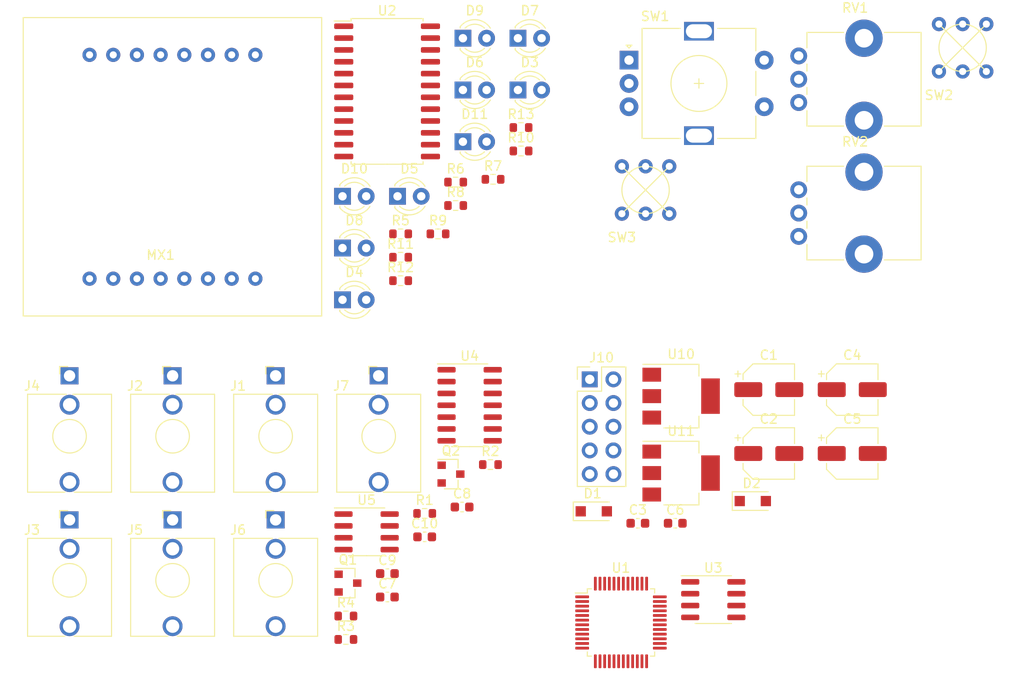
<source format=kicad_pcb>
(kicad_pcb (version 20171130) (host pcbnew "(5.1.9)-1")

  (general
    (thickness 1.6)
    (drawings 0)
    (tracks 0)
    (zones 0)
    (modules 57)
    (nets 161)
  )

  (page A4)
  (layers
    (0 F.Cu signal)
    (31 B.Cu signal)
    (32 B.Adhes user)
    (33 F.Adhes user)
    (34 B.Paste user)
    (35 F.Paste user)
    (36 B.SilkS user)
    (37 F.SilkS user)
    (38 B.Mask user)
    (39 F.Mask user)
    (40 Dwgs.User user)
    (41 Cmts.User user)
    (42 Eco1.User user)
    (43 Eco2.User user)
    (44 Edge.Cuts user)
    (45 Margin user)
    (46 B.CrtYd user)
    (47 F.CrtYd user)
    (48 B.Fab user)
    (49 F.Fab user)
  )

  (setup
    (last_trace_width 0.25)
    (trace_clearance 0.2)
    (zone_clearance 0.508)
    (zone_45_only no)
    (trace_min 0.2)
    (via_size 0.8)
    (via_drill 0.4)
    (via_min_size 0.4)
    (via_min_drill 0.3)
    (uvia_size 0.3)
    (uvia_drill 0.1)
    (uvias_allowed no)
    (uvia_min_size 0.2)
    (uvia_min_drill 0.1)
    (edge_width 0.05)
    (segment_width 0.2)
    (pcb_text_width 0.3)
    (pcb_text_size 1.5 1.5)
    (mod_edge_width 0.12)
    (mod_text_size 1 1)
    (mod_text_width 0.15)
    (pad_size 1.524 1.524)
    (pad_drill 0.762)
    (pad_to_mask_clearance 0)
    (aux_axis_origin 0 0)
    (visible_elements 7FFFFFFF)
    (pcbplotparams
      (layerselection 0x010fc_ffffffff)
      (usegerberextensions false)
      (usegerberattributes true)
      (usegerberadvancedattributes true)
      (creategerberjobfile true)
      (excludeedgelayer true)
      (linewidth 0.100000)
      (plotframeref false)
      (viasonmask false)
      (mode 1)
      (useauxorigin false)
      (hpglpennumber 1)
      (hpglpenspeed 20)
      (hpglpendiameter 15.000000)
      (psnegative false)
      (psa4output false)
      (plotreference true)
      (plotvalue true)
      (plotinvisibletext false)
      (padsonsilk false)
      (subtractmaskfromsilk false)
      (outputformat 1)
      (mirror false)
      (drillshape 1)
      (scaleselection 1)
      (outputdirectory ""))
  )

  (net 0 "")
  (net 1 GND)
  (net 2 +12V)
  (net 3 +5V)
  (net 4 +3V3)
  (net 5 -12V)
  (net 6 "Net-(RV1-Pad1)")
  (net 7 "Net-(RV1-Pad2)")
  (net 8 "Net-(RV1-Pad3)")
  (net 9 "Net-(RV2-Pad1)")
  (net 10 "Net-(RV2-Pad2)")
  (net 11 "Net-(RV2-Pad3)")
  (net 12 "Net-(SW1-PadA)")
  (net 13 "Net-(SW1-PadC)")
  (net 14 "Net-(SW1-PadB)")
  (net 15 "Net-(U1-Pad46)")
  (net 16 "Net-(U1-Pad45)")
  (net 17 "Net-(U1-Pad44)")
  (net 18 "Net-(U1-Pad43)")
  (net 19 "Net-(U1-Pad42)")
  (net 20 "Net-(U1-Pad41)")
  (net 21 "Net-(U1-Pad40)")
  (net 22 "Net-(U1-Pad39)")
  (net 23 "Net-(U1-Pad38)")
  (net 24 "Net-(U1-Pad37)")
  (net 25 "Net-(U1-Pad34)")
  (net 26 "Net-(U1-Pad33)")
  (net 27 "Net-(U1-Pad32)")
  (net 28 "Net-(U1-Pad31)")
  (net 29 "Net-(U1-Pad30)")
  (net 30 "Net-(U1-Pad29)")
  (net 31 "Net-(U1-Pad28)")
  (net 32 "Net-(U1-Pad27)")
  (net 33 "Net-(U1-Pad26)")
  (net 34 "Net-(U1-Pad25)")
  (net 35 "Net-(U1-Pad22)")
  (net 36 "Net-(U1-Pad21)")
  (net 37 "Net-(U1-Pad20)")
  (net 38 "Net-(U1-Pad19)")
  (net 39 "Net-(U1-Pad18)")
  (net 40 "Net-(U1-Pad17)")
  (net 41 "Net-(U1-Pad16)")
  (net 42 "Net-(U1-Pad15)")
  (net 43 "Net-(U1-Pad14)")
  (net 44 "Net-(U1-Pad13)")
  (net 45 "Net-(U1-Pad12)")
  (net 46 "Net-(U1-Pad11)")
  (net 47 "Net-(U1-Pad10)")
  (net 48 "Net-(U1-Pad7)")
  (net 49 "Net-(U1-Pad6)")
  (net 50 "Net-(U1-Pad5)")
  (net 51 "Net-(U1-Pad4)")
  (net 52 "Net-(U1-Pad3)")
  (net 53 "Net-(U1-Pad2)")
  (net 54 "Net-(U2-Pad24)")
  (net 55 "Net-(U2-Pad23)")
  (net 56 "Net-(U2-Pad22)")
  (net 57 "Net-(U2-Pad21)")
  (net 58 "Net-(U2-Pad20)")
  (net 59 "Net-(U2-Pad19)")
  (net 60 "Net-(U2-Pad18)")
  (net 61 "Net-(U2-Pad17)")
  (net 62 "Net-(U2-Pad16)")
  (net 63 "Net-(U2-Pad15)")
  (net 64 "Net-(U2-Pad14)")
  (net 65 "Net-(U2-Pad13)")
  (net 66 "Net-(U2-Pad12)")
  (net 67 "Net-(U2-Pad11)")
  (net 68 "Net-(U2-Pad10)")
  (net 69 "Net-(U2-Pad4)")
  (net 70 "Net-(U2-Pad8)")
  (net 71 "Net-(U2-Pad7)")
  (net 72 "Net-(U2-Pad6)")
  (net 73 "Net-(U2-Pad5)")
  (net 74 "Net-(U2-Pad3)")
  (net 75 "Net-(U2-Pad2)")
  (net 76 "Net-(U2-Pad1)")
  (net 77 "Net-(U3-Pad8)")
  (net 78 "Net-(U3-Pad7)")
  (net 79 "Net-(U3-Pad6)")
  (net 80 "Net-(U3-Pad5)")
  (net 81 "Net-(U3-Pad4)")
  (net 82 "Net-(U3-Pad3)")
  (net 83 "Net-(U3-Pad2)")
  (net 84 "Net-(U3-Pad1)")
  (net 85 "Net-(U4-Pad12)")
  (net 86 "Net-(U4-Pad10)")
  (net 87 "Net-(U4-Pad5)")
  (net 88 "Net-(U4-Pad3)")
  (net 89 "Net-(C3-Pad1)")
  (net 90 "Net-(C6-Pad1)")
  (net 91 "Net-(D3-Pad2)")
  (net 92 "Net-(D4-Pad2)")
  (net 93 "Net-(D5-Pad2)")
  (net 94 "Net-(D6-Pad2)")
  (net 95 "Net-(D7-Pad2)")
  (net 96 "Net-(D8-Pad2)")
  (net 97 "Net-(D9-Pad2)")
  (net 98 "Net-(D10-Pad2)")
  (net 99 "Net-(D11-Pad2)")
  (net 100 "Net-(J1-PadT)")
  (net 101 "Net-(J1-PadTN)")
  (net 102 "Net-(J2-PadT)")
  (net 103 "Net-(J2-PadTN)")
  (net 104 "Net-(J3-PadT)")
  (net 105 "Net-(J3-PadTN)")
  (net 106 "Net-(J4-PadT)")
  (net 107 "Net-(J4-PadTN)")
  (net 108 "Net-(J5-PadT)")
  (net 109 "Net-(J5-PadTN)")
  (net 110 "Net-(J6-PadT)")
  (net 111 "Net-(J6-PadTN)")
  (net 112 "Net-(J7-PadT)")
  (net 113 "Net-(J7-PadTN)")
  (net 114 "Net-(MX1-Pad8)")
  (net 115 "Net-(MX1-Pad7)")
  (net 116 "Net-(MX1-Pad6)")
  (net 117 "Net-(MX1-Pad5)")
  (net 118 "Net-(MX1-Pad4)")
  (net 119 "Net-(MX1-Pad3)")
  (net 120 "Net-(MX1-Pad2)")
  (net 121 "Net-(MX1-Pad1)")
  (net 122 "Net-(MX1-Pad9)")
  (net 123 "Net-(MX1-Pad10)")
  (net 124 "Net-(MX1-Pad11)")
  (net 125 "Net-(MX1-Pad12)")
  (net 126 "Net-(MX1-Pad13)")
  (net 127 "Net-(MX1-Pad14)")
  (net 128 "Net-(MX1-Pad15)")
  (net 129 "Net-(MX1-Pad16)")
  (net 130 "Net-(Q1-Pad3)")
  (net 131 "Net-(Q1-Pad1)")
  (net 132 "Net-(Q2-Pad3)")
  (net 133 "Net-(Q2-Pad1)")
  (net 134 "Net-(R5-Pad2)")
  (net 135 "Net-(R6-Pad2)")
  (net 136 "Net-(R7-Pad2)")
  (net 137 "Net-(R8-Pad2)")
  (net 138 "Net-(R9-Pad2)")
  (net 139 "Net-(R10-Pad2)")
  (net 140 "Net-(R11-Pad2)")
  (net 141 "Net-(R12-Pad2)")
  (net 142 "Net-(R13-Pad2)")
  (net 143 "Net-(SW1-PadS2)")
  (net 144 "Net-(SW1-PadS1)")
  (net 145 "Net-(SW2-Pad5)")
  (net 146 "Net-(SW2-Pad4)")
  (net 147 "Net-(SW2-Pad6)")
  (net 148 "Net-(SW2-Pad3)")
  (net 149 "Net-(SW2-Pad2)")
  (net 150 "Net-(SW2-Pad1)")
  (net 151 "Net-(SW3-Pad5)")
  (net 152 "Net-(SW3-Pad4)")
  (net 153 "Net-(SW3-Pad6)")
  (net 154 "Net-(SW3-Pad3)")
  (net 155 "Net-(SW3-Pad2)")
  (net 156 "Net-(SW3-Pad1)")
  (net 157 "Net-(U5-Pad5)")
  (net 158 "Net-(U5-Pad3)")
  (net 159 "Net-(U5-Pad2)")
  (net 160 "Net-(U5-Pad1)")

  (net_class Default "This is the default net class."
    (clearance 0.2)
    (trace_width 0.25)
    (via_dia 0.8)
    (via_drill 0.4)
    (uvia_dia 0.3)
    (uvia_drill 0.1)
    (add_net +12V)
    (add_net +3V3)
    (add_net +5V)
    (add_net -12V)
    (add_net GND)
    (add_net "Net-(C3-Pad1)")
    (add_net "Net-(C6-Pad1)")
    (add_net "Net-(D10-Pad2)")
    (add_net "Net-(D11-Pad2)")
    (add_net "Net-(D3-Pad2)")
    (add_net "Net-(D4-Pad2)")
    (add_net "Net-(D5-Pad2)")
    (add_net "Net-(D6-Pad2)")
    (add_net "Net-(D7-Pad2)")
    (add_net "Net-(D8-Pad2)")
    (add_net "Net-(D9-Pad2)")
    (add_net "Net-(J1-PadT)")
    (add_net "Net-(J1-PadTN)")
    (add_net "Net-(J2-PadT)")
    (add_net "Net-(J2-PadTN)")
    (add_net "Net-(J3-PadT)")
    (add_net "Net-(J3-PadTN)")
    (add_net "Net-(J4-PadT)")
    (add_net "Net-(J4-PadTN)")
    (add_net "Net-(J5-PadT)")
    (add_net "Net-(J5-PadTN)")
    (add_net "Net-(J6-PadT)")
    (add_net "Net-(J6-PadTN)")
    (add_net "Net-(J7-PadT)")
    (add_net "Net-(J7-PadTN)")
    (add_net "Net-(MX1-Pad1)")
    (add_net "Net-(MX1-Pad10)")
    (add_net "Net-(MX1-Pad11)")
    (add_net "Net-(MX1-Pad12)")
    (add_net "Net-(MX1-Pad13)")
    (add_net "Net-(MX1-Pad14)")
    (add_net "Net-(MX1-Pad15)")
    (add_net "Net-(MX1-Pad16)")
    (add_net "Net-(MX1-Pad2)")
    (add_net "Net-(MX1-Pad3)")
    (add_net "Net-(MX1-Pad4)")
    (add_net "Net-(MX1-Pad5)")
    (add_net "Net-(MX1-Pad6)")
    (add_net "Net-(MX1-Pad7)")
    (add_net "Net-(MX1-Pad8)")
    (add_net "Net-(MX1-Pad9)")
    (add_net "Net-(Q1-Pad1)")
    (add_net "Net-(Q1-Pad3)")
    (add_net "Net-(Q2-Pad1)")
    (add_net "Net-(Q2-Pad3)")
    (add_net "Net-(R10-Pad2)")
    (add_net "Net-(R11-Pad2)")
    (add_net "Net-(R12-Pad2)")
    (add_net "Net-(R13-Pad2)")
    (add_net "Net-(R5-Pad2)")
    (add_net "Net-(R6-Pad2)")
    (add_net "Net-(R7-Pad2)")
    (add_net "Net-(R8-Pad2)")
    (add_net "Net-(R9-Pad2)")
    (add_net "Net-(RV1-Pad1)")
    (add_net "Net-(RV1-Pad2)")
    (add_net "Net-(RV1-Pad3)")
    (add_net "Net-(RV2-Pad1)")
    (add_net "Net-(RV2-Pad2)")
    (add_net "Net-(RV2-Pad3)")
    (add_net "Net-(SW1-PadA)")
    (add_net "Net-(SW1-PadB)")
    (add_net "Net-(SW1-PadC)")
    (add_net "Net-(SW1-PadS1)")
    (add_net "Net-(SW1-PadS2)")
    (add_net "Net-(SW2-Pad1)")
    (add_net "Net-(SW2-Pad2)")
    (add_net "Net-(SW2-Pad3)")
    (add_net "Net-(SW2-Pad4)")
    (add_net "Net-(SW2-Pad5)")
    (add_net "Net-(SW2-Pad6)")
    (add_net "Net-(SW3-Pad1)")
    (add_net "Net-(SW3-Pad2)")
    (add_net "Net-(SW3-Pad3)")
    (add_net "Net-(SW3-Pad4)")
    (add_net "Net-(SW3-Pad5)")
    (add_net "Net-(SW3-Pad6)")
    (add_net "Net-(U1-Pad10)")
    (add_net "Net-(U1-Pad11)")
    (add_net "Net-(U1-Pad12)")
    (add_net "Net-(U1-Pad13)")
    (add_net "Net-(U1-Pad14)")
    (add_net "Net-(U1-Pad15)")
    (add_net "Net-(U1-Pad16)")
    (add_net "Net-(U1-Pad17)")
    (add_net "Net-(U1-Pad18)")
    (add_net "Net-(U1-Pad19)")
    (add_net "Net-(U1-Pad2)")
    (add_net "Net-(U1-Pad20)")
    (add_net "Net-(U1-Pad21)")
    (add_net "Net-(U1-Pad22)")
    (add_net "Net-(U1-Pad25)")
    (add_net "Net-(U1-Pad26)")
    (add_net "Net-(U1-Pad27)")
    (add_net "Net-(U1-Pad28)")
    (add_net "Net-(U1-Pad29)")
    (add_net "Net-(U1-Pad3)")
    (add_net "Net-(U1-Pad30)")
    (add_net "Net-(U1-Pad31)")
    (add_net "Net-(U1-Pad32)")
    (add_net "Net-(U1-Pad33)")
    (add_net "Net-(U1-Pad34)")
    (add_net "Net-(U1-Pad37)")
    (add_net "Net-(U1-Pad38)")
    (add_net "Net-(U1-Pad39)")
    (add_net "Net-(U1-Pad4)")
    (add_net "Net-(U1-Pad40)")
    (add_net "Net-(U1-Pad41)")
    (add_net "Net-(U1-Pad42)")
    (add_net "Net-(U1-Pad43)")
    (add_net "Net-(U1-Pad44)")
    (add_net "Net-(U1-Pad45)")
    (add_net "Net-(U1-Pad46)")
    (add_net "Net-(U1-Pad5)")
    (add_net "Net-(U1-Pad6)")
    (add_net "Net-(U1-Pad7)")
    (add_net "Net-(U2-Pad1)")
    (add_net "Net-(U2-Pad10)")
    (add_net "Net-(U2-Pad11)")
    (add_net "Net-(U2-Pad12)")
    (add_net "Net-(U2-Pad13)")
    (add_net "Net-(U2-Pad14)")
    (add_net "Net-(U2-Pad15)")
    (add_net "Net-(U2-Pad16)")
    (add_net "Net-(U2-Pad17)")
    (add_net "Net-(U2-Pad18)")
    (add_net "Net-(U2-Pad19)")
    (add_net "Net-(U2-Pad2)")
    (add_net "Net-(U2-Pad20)")
    (add_net "Net-(U2-Pad21)")
    (add_net "Net-(U2-Pad22)")
    (add_net "Net-(U2-Pad23)")
    (add_net "Net-(U2-Pad24)")
    (add_net "Net-(U2-Pad3)")
    (add_net "Net-(U2-Pad4)")
    (add_net "Net-(U2-Pad5)")
    (add_net "Net-(U2-Pad6)")
    (add_net "Net-(U2-Pad7)")
    (add_net "Net-(U2-Pad8)")
    (add_net "Net-(U3-Pad1)")
    (add_net "Net-(U3-Pad2)")
    (add_net "Net-(U3-Pad3)")
    (add_net "Net-(U3-Pad4)")
    (add_net "Net-(U3-Pad5)")
    (add_net "Net-(U3-Pad6)")
    (add_net "Net-(U3-Pad7)")
    (add_net "Net-(U3-Pad8)")
    (add_net "Net-(U4-Pad10)")
    (add_net "Net-(U4-Pad12)")
    (add_net "Net-(U4-Pad3)")
    (add_net "Net-(U4-Pad5)")
    (add_net "Net-(U5-Pad1)")
    (add_net "Net-(U5-Pad2)")
    (add_net "Net-(U5-Pad3)")
    (add_net "Net-(U5-Pad5)")
  )

  (module Package_TO_SOT_SMD:SOT-223-3_TabPin2 (layer F.Cu) (tedit 5A02FF57) (tstamp 6076DABC)
    (at 155.6 101.95)
    (descr "module CMS SOT223 4 pins")
    (tags "CMS SOT")
    (path /60783E8D/6075FEDC)
    (attr smd)
    (fp_text reference U11 (at 0 -4.5) (layer F.SilkS)
      (effects (font (size 1 1) (thickness 0.15)))
    )
    (fp_text value LM1117-3.3 (at 0 4.5) (layer F.Fab)
      (effects (font (size 1 1) (thickness 0.15)))
    )
    (fp_text user %R (at 0 0 90) (layer F.Fab)
      (effects (font (size 0.8 0.8) (thickness 0.12)))
    )
    (fp_line (start 1.91 3.41) (end 1.91 2.15) (layer F.SilkS) (width 0.12))
    (fp_line (start 1.91 -3.41) (end 1.91 -2.15) (layer F.SilkS) (width 0.12))
    (fp_line (start 4.4 -3.6) (end -4.4 -3.6) (layer F.CrtYd) (width 0.05))
    (fp_line (start 4.4 3.6) (end 4.4 -3.6) (layer F.CrtYd) (width 0.05))
    (fp_line (start -4.4 3.6) (end 4.4 3.6) (layer F.CrtYd) (width 0.05))
    (fp_line (start -4.4 -3.6) (end -4.4 3.6) (layer F.CrtYd) (width 0.05))
    (fp_line (start -1.85 -2.35) (end -0.85 -3.35) (layer F.Fab) (width 0.1))
    (fp_line (start -1.85 -2.35) (end -1.85 3.35) (layer F.Fab) (width 0.1))
    (fp_line (start -1.85 3.41) (end 1.91 3.41) (layer F.SilkS) (width 0.12))
    (fp_line (start -0.85 -3.35) (end 1.85 -3.35) (layer F.Fab) (width 0.1))
    (fp_line (start -4.1 -3.41) (end 1.91 -3.41) (layer F.SilkS) (width 0.12))
    (fp_line (start -1.85 3.35) (end 1.85 3.35) (layer F.Fab) (width 0.1))
    (fp_line (start 1.85 -3.35) (end 1.85 3.35) (layer F.Fab) (width 0.1))
    (pad 1 smd rect (at -3.15 -2.3) (size 2 1.5) (layers F.Cu F.Paste F.Mask)
      (net 1 GND))
    (pad 3 smd rect (at -3.15 2.3) (size 2 1.5) (layers F.Cu F.Paste F.Mask)
      (net 3 +5V))
    (pad 2 smd rect (at -3.15 0) (size 2 1.5) (layers F.Cu F.Paste F.Mask)
      (net 4 +3V3))
    (pad 2 smd rect (at 3.15 0) (size 2 3.8) (layers F.Cu F.Paste F.Mask)
      (net 4 +3V3))
    (model ${KISYS3DMOD}/Package_TO_SOT_SMD.3dshapes/SOT-223.wrl
      (at (xyz 0 0 0))
      (scale (xyz 1 1 1))
      (rotate (xyz 0 0 0))
    )
  )

  (module Package_TO_SOT_SMD:SOT-223-3_TabPin2 (layer F.Cu) (tedit 5A02FF57) (tstamp 6076DAA6)
    (at 155.6 93.7)
    (descr "module CMS SOT223 4 pins")
    (tags "CMS SOT")
    (path /60783E8D/60760ED6)
    (attr smd)
    (fp_text reference U10 (at 0 -4.5) (layer F.SilkS)
      (effects (font (size 1 1) (thickness 0.15)))
    )
    (fp_text value LM1117-5.0 (at 0 4.5) (layer F.Fab)
      (effects (font (size 1 1) (thickness 0.15)))
    )
    (fp_text user %R (at 0 0 90) (layer F.Fab)
      (effects (font (size 0.8 0.8) (thickness 0.12)))
    )
    (fp_line (start 1.91 3.41) (end 1.91 2.15) (layer F.SilkS) (width 0.12))
    (fp_line (start 1.91 -3.41) (end 1.91 -2.15) (layer F.SilkS) (width 0.12))
    (fp_line (start 4.4 -3.6) (end -4.4 -3.6) (layer F.CrtYd) (width 0.05))
    (fp_line (start 4.4 3.6) (end 4.4 -3.6) (layer F.CrtYd) (width 0.05))
    (fp_line (start -4.4 3.6) (end 4.4 3.6) (layer F.CrtYd) (width 0.05))
    (fp_line (start -4.4 -3.6) (end -4.4 3.6) (layer F.CrtYd) (width 0.05))
    (fp_line (start -1.85 -2.35) (end -0.85 -3.35) (layer F.Fab) (width 0.1))
    (fp_line (start -1.85 -2.35) (end -1.85 3.35) (layer F.Fab) (width 0.1))
    (fp_line (start -1.85 3.41) (end 1.91 3.41) (layer F.SilkS) (width 0.12))
    (fp_line (start -0.85 -3.35) (end 1.85 -3.35) (layer F.Fab) (width 0.1))
    (fp_line (start -4.1 -3.41) (end 1.91 -3.41) (layer F.SilkS) (width 0.12))
    (fp_line (start -1.85 3.35) (end 1.85 3.35) (layer F.Fab) (width 0.1))
    (fp_line (start 1.85 -3.35) (end 1.85 3.35) (layer F.Fab) (width 0.1))
    (pad 1 smd rect (at -3.15 -2.3) (size 2 1.5) (layers F.Cu F.Paste F.Mask)
      (net 1 GND))
    (pad 3 smd rect (at -3.15 2.3) (size 2 1.5) (layers F.Cu F.Paste F.Mask)
      (net 2 +12V))
    (pad 2 smd rect (at -3.15 0) (size 2 1.5) (layers F.Cu F.Paste F.Mask)
      (net 3 +5V))
    (pad 2 smd rect (at 3.15 0) (size 2 3.8) (layers F.Cu F.Paste F.Mask)
      (net 3 +5V))
    (model ${KISYS3DMOD}/Package_TO_SOT_SMD.3dshapes/SOT-223.wrl
      (at (xyz 0 0 0))
      (scale (xyz 1 1 1))
      (rotate (xyz 0 0 0))
    )
  )

  (module Package_SO:SOIC-8_3.9x4.9mm_P1.27mm (layer F.Cu) (tedit 5D9F72B1) (tstamp 6076DA90)
    (at 121.87 108.25)
    (descr "SOIC, 8 Pin (JEDEC MS-012AA, https://www.analog.com/media/en/package-pcb-resources/package/pkg_pdf/soic_narrow-r/r_8.pdf), generated with kicad-footprint-generator ipc_gullwing_generator.py")
    (tags "SOIC SO")
    (path /6076BF40/607C4FD2)
    (attr smd)
    (fp_text reference U5 (at 0 -3.4) (layer F.SilkS)
      (effects (font (size 1 1) (thickness 0.15)))
    )
    (fp_text value TL072 (at 0 3.4) (layer F.Fab)
      (effects (font (size 1 1) (thickness 0.15)))
    )
    (fp_text user %R (at 0 0) (layer F.Fab)
      (effects (font (size 0.98 0.98) (thickness 0.15)))
    )
    (fp_line (start 0 2.56) (end 1.95 2.56) (layer F.SilkS) (width 0.12))
    (fp_line (start 0 2.56) (end -1.95 2.56) (layer F.SilkS) (width 0.12))
    (fp_line (start 0 -2.56) (end 1.95 -2.56) (layer F.SilkS) (width 0.12))
    (fp_line (start 0 -2.56) (end -3.45 -2.56) (layer F.SilkS) (width 0.12))
    (fp_line (start -0.975 -2.45) (end 1.95 -2.45) (layer F.Fab) (width 0.1))
    (fp_line (start 1.95 -2.45) (end 1.95 2.45) (layer F.Fab) (width 0.1))
    (fp_line (start 1.95 2.45) (end -1.95 2.45) (layer F.Fab) (width 0.1))
    (fp_line (start -1.95 2.45) (end -1.95 -1.475) (layer F.Fab) (width 0.1))
    (fp_line (start -1.95 -1.475) (end -0.975 -2.45) (layer F.Fab) (width 0.1))
    (fp_line (start -3.7 -2.7) (end -3.7 2.7) (layer F.CrtYd) (width 0.05))
    (fp_line (start -3.7 2.7) (end 3.7 2.7) (layer F.CrtYd) (width 0.05))
    (fp_line (start 3.7 2.7) (end 3.7 -2.7) (layer F.CrtYd) (width 0.05))
    (fp_line (start 3.7 -2.7) (end -3.7 -2.7) (layer F.CrtYd) (width 0.05))
    (pad 8 smd roundrect (at 2.475 -1.905) (size 1.95 0.6) (layers F.Cu F.Paste F.Mask) (roundrect_rratio 0.25)
      (net 2 +12V))
    (pad 7 smd roundrect (at 2.475 -0.635) (size 1.95 0.6) (layers F.Cu F.Paste F.Mask) (roundrect_rratio 0.25)
      (net 104 "Net-(J3-PadT)"))
    (pad 6 smd roundrect (at 2.475 0.635) (size 1.95 0.6) (layers F.Cu F.Paste F.Mask) (roundrect_rratio 0.25)
      (net 104 "Net-(J3-PadT)"))
    (pad 5 smd roundrect (at 2.475 1.905) (size 1.95 0.6) (layers F.Cu F.Paste F.Mask) (roundrect_rratio 0.25)
      (net 157 "Net-(U5-Pad5)"))
    (pad 4 smd roundrect (at -2.475 1.905) (size 1.95 0.6) (layers F.Cu F.Paste F.Mask) (roundrect_rratio 0.25)
      (net 5 -12V))
    (pad 3 smd roundrect (at -2.475 0.635) (size 1.95 0.6) (layers F.Cu F.Paste F.Mask) (roundrect_rratio 0.25)
      (net 158 "Net-(U5-Pad3)"))
    (pad 2 smd roundrect (at -2.475 -0.635) (size 1.95 0.6) (layers F.Cu F.Paste F.Mask) (roundrect_rratio 0.25)
      (net 159 "Net-(U5-Pad2)"))
    (pad 1 smd roundrect (at -2.475 -1.905) (size 1.95 0.6) (layers F.Cu F.Paste F.Mask) (roundrect_rratio 0.25)
      (net 160 "Net-(U5-Pad1)"))
    (model ${KISYS3DMOD}/Package_SO.3dshapes/SOIC-8_3.9x4.9mm_P1.27mm.wrl
      (at (xyz 0 0 0))
      (scale (xyz 1 1 1))
      (rotate (xyz 0 0 0))
    )
  )

  (module Package_SO:SOIC-14_3.9x8.7mm_P1.27mm (layer F.Cu) (tedit 5D9F72B1) (tstamp 6076DA76)
    (at 132.92 94.68)
    (descr "SOIC, 14 Pin (JEDEC MS-012AB, https://www.analog.com/media/en/package-pcb-resources/package/pkg_pdf/soic_narrow-r/r_14.pdf), generated with kicad-footprint-generator ipc_gullwing_generator.py")
    (tags "SOIC SO")
    (path /6076BF40/60771E5E)
    (attr smd)
    (fp_text reference U4 (at 0 -5.28) (layer F.SilkS)
      (effects (font (size 1 1) (thickness 0.15)))
    )
    (fp_text value TL074 (at 0 5.28) (layer F.Fab)
      (effects (font (size 1 1) (thickness 0.15)))
    )
    (fp_text user %R (at 0 0) (layer F.Fab)
      (effects (font (size 0.98 0.98) (thickness 0.15)))
    )
    (fp_line (start 0 4.435) (end 1.95 4.435) (layer F.SilkS) (width 0.12))
    (fp_line (start 0 4.435) (end -1.95 4.435) (layer F.SilkS) (width 0.12))
    (fp_line (start 0 -4.435) (end 1.95 -4.435) (layer F.SilkS) (width 0.12))
    (fp_line (start 0 -4.435) (end -3.45 -4.435) (layer F.SilkS) (width 0.12))
    (fp_line (start -0.975 -4.325) (end 1.95 -4.325) (layer F.Fab) (width 0.1))
    (fp_line (start 1.95 -4.325) (end 1.95 4.325) (layer F.Fab) (width 0.1))
    (fp_line (start 1.95 4.325) (end -1.95 4.325) (layer F.Fab) (width 0.1))
    (fp_line (start -1.95 4.325) (end -1.95 -3.35) (layer F.Fab) (width 0.1))
    (fp_line (start -1.95 -3.35) (end -0.975 -4.325) (layer F.Fab) (width 0.1))
    (fp_line (start -3.7 -4.58) (end -3.7 4.58) (layer F.CrtYd) (width 0.05))
    (fp_line (start -3.7 4.58) (end 3.7 4.58) (layer F.CrtYd) (width 0.05))
    (fp_line (start 3.7 4.58) (end 3.7 -4.58) (layer F.CrtYd) (width 0.05))
    (fp_line (start 3.7 -4.58) (end -3.7 -4.58) (layer F.CrtYd) (width 0.05))
    (pad 14 smd roundrect (at 2.475 -3.81) (size 1.95 0.6) (layers F.Cu F.Paste F.Mask) (roundrect_rratio 0.25)
      (net 112 "Net-(J7-PadT)"))
    (pad 13 smd roundrect (at 2.475 -2.54) (size 1.95 0.6) (layers F.Cu F.Paste F.Mask) (roundrect_rratio 0.25)
      (net 112 "Net-(J7-PadT)"))
    (pad 12 smd roundrect (at 2.475 -1.27) (size 1.95 0.6) (layers F.Cu F.Paste F.Mask) (roundrect_rratio 0.25)
      (net 85 "Net-(U4-Pad12)"))
    (pad 11 smd roundrect (at 2.475 0) (size 1.95 0.6) (layers F.Cu F.Paste F.Mask) (roundrect_rratio 0.25)
      (net 5 -12V))
    (pad 10 smd roundrect (at 2.475 1.27) (size 1.95 0.6) (layers F.Cu F.Paste F.Mask) (roundrect_rratio 0.25)
      (net 86 "Net-(U4-Pad10)"))
    (pad 9 smd roundrect (at 2.475 2.54) (size 1.95 0.6) (layers F.Cu F.Paste F.Mask) (roundrect_rratio 0.25)
      (net 110 "Net-(J6-PadT)"))
    (pad 8 smd roundrect (at 2.475 3.81) (size 1.95 0.6) (layers F.Cu F.Paste F.Mask) (roundrect_rratio 0.25)
      (net 110 "Net-(J6-PadT)"))
    (pad 7 smd roundrect (at -2.475 3.81) (size 1.95 0.6) (layers F.Cu F.Paste F.Mask) (roundrect_rratio 0.25)
      (net 108 "Net-(J5-PadT)"))
    (pad 6 smd roundrect (at -2.475 2.54) (size 1.95 0.6) (layers F.Cu F.Paste F.Mask) (roundrect_rratio 0.25)
      (net 108 "Net-(J5-PadT)"))
    (pad 5 smd roundrect (at -2.475 1.27) (size 1.95 0.6) (layers F.Cu F.Paste F.Mask) (roundrect_rratio 0.25)
      (net 87 "Net-(U4-Pad5)"))
    (pad 4 smd roundrect (at -2.475 0) (size 1.95 0.6) (layers F.Cu F.Paste F.Mask) (roundrect_rratio 0.25)
      (net 2 +12V))
    (pad 3 smd roundrect (at -2.475 -1.27) (size 1.95 0.6) (layers F.Cu F.Paste F.Mask) (roundrect_rratio 0.25)
      (net 88 "Net-(U4-Pad3)"))
    (pad 2 smd roundrect (at -2.475 -2.54) (size 1.95 0.6) (layers F.Cu F.Paste F.Mask) (roundrect_rratio 0.25)
      (net 106 "Net-(J4-PadT)"))
    (pad 1 smd roundrect (at -2.475 -3.81) (size 1.95 0.6) (layers F.Cu F.Paste F.Mask) (roundrect_rratio 0.25)
      (net 106 "Net-(J4-PadT)"))
    (model ${KISYS3DMOD}/Package_SO.3dshapes/SOIC-14_3.9x8.7mm_P1.27mm.wrl
      (at (xyz 0 0 0))
      (scale (xyz 1 1 1))
      (rotate (xyz 0 0 0))
    )
  )

  (module Package_SO:SOIC-8_3.9x4.9mm_P1.27mm (layer F.Cu) (tedit 5D9F72B1) (tstamp 6076DA56)
    (at 159.05 115.52)
    (descr "SOIC, 8 Pin (JEDEC MS-012AA, https://www.analog.com/media/en/package-pcb-resources/package/pkg_pdf/soic_narrow-r/r_8.pdf), generated with kicad-footprint-generator ipc_gullwing_generator.py")
    (tags "SOIC SO")
    (path /6076DCB0)
    (attr smd)
    (fp_text reference U3 (at 0 -3.4) (layer F.SilkS)
      (effects (font (size 1 1) (thickness 0.15)))
    )
    (fp_text value MCP4822 (at 0 3.4) (layer F.Fab)
      (effects (font (size 1 1) (thickness 0.15)))
    )
    (fp_text user %R (at 0 0) (layer F.Fab)
      (effects (font (size 0.98 0.98) (thickness 0.15)))
    )
    (fp_line (start 0 2.56) (end 1.95 2.56) (layer F.SilkS) (width 0.12))
    (fp_line (start 0 2.56) (end -1.95 2.56) (layer F.SilkS) (width 0.12))
    (fp_line (start 0 -2.56) (end 1.95 -2.56) (layer F.SilkS) (width 0.12))
    (fp_line (start 0 -2.56) (end -3.45 -2.56) (layer F.SilkS) (width 0.12))
    (fp_line (start -0.975 -2.45) (end 1.95 -2.45) (layer F.Fab) (width 0.1))
    (fp_line (start 1.95 -2.45) (end 1.95 2.45) (layer F.Fab) (width 0.1))
    (fp_line (start 1.95 2.45) (end -1.95 2.45) (layer F.Fab) (width 0.1))
    (fp_line (start -1.95 2.45) (end -1.95 -1.475) (layer F.Fab) (width 0.1))
    (fp_line (start -1.95 -1.475) (end -0.975 -2.45) (layer F.Fab) (width 0.1))
    (fp_line (start -3.7 -2.7) (end -3.7 2.7) (layer F.CrtYd) (width 0.05))
    (fp_line (start -3.7 2.7) (end 3.7 2.7) (layer F.CrtYd) (width 0.05))
    (fp_line (start 3.7 2.7) (end 3.7 -2.7) (layer F.CrtYd) (width 0.05))
    (fp_line (start 3.7 -2.7) (end -3.7 -2.7) (layer F.CrtYd) (width 0.05))
    (pad 8 smd roundrect (at 2.475 -1.905) (size 1.95 0.6) (layers F.Cu F.Paste F.Mask) (roundrect_rratio 0.25)
      (net 77 "Net-(U3-Pad8)"))
    (pad 7 smd roundrect (at 2.475 -0.635) (size 1.95 0.6) (layers F.Cu F.Paste F.Mask) (roundrect_rratio 0.25)
      (net 78 "Net-(U3-Pad7)"))
    (pad 6 smd roundrect (at 2.475 0.635) (size 1.95 0.6) (layers F.Cu F.Paste F.Mask) (roundrect_rratio 0.25)
      (net 79 "Net-(U3-Pad6)"))
    (pad 5 smd roundrect (at 2.475 1.905) (size 1.95 0.6) (layers F.Cu F.Paste F.Mask) (roundrect_rratio 0.25)
      (net 80 "Net-(U3-Pad5)"))
    (pad 4 smd roundrect (at -2.475 1.905) (size 1.95 0.6) (layers F.Cu F.Paste F.Mask) (roundrect_rratio 0.25)
      (net 81 "Net-(U3-Pad4)"))
    (pad 3 smd roundrect (at -2.475 0.635) (size 1.95 0.6) (layers F.Cu F.Paste F.Mask) (roundrect_rratio 0.25)
      (net 82 "Net-(U3-Pad3)"))
    (pad 2 smd roundrect (at -2.475 -0.635) (size 1.95 0.6) (layers F.Cu F.Paste F.Mask) (roundrect_rratio 0.25)
      (net 83 "Net-(U3-Pad2)"))
    (pad 1 smd roundrect (at -2.475 -1.905) (size 1.95 0.6) (layers F.Cu F.Paste F.Mask) (roundrect_rratio 0.25)
      (net 84 "Net-(U3-Pad1)"))
    (model ${KISYS3DMOD}/Package_SO.3dshapes/SOIC-8_3.9x4.9mm_P1.27mm.wrl
      (at (xyz 0 0 0))
      (scale (xyz 1 1 1))
      (rotate (xyz 0 0 0))
    )
  )

  (module Package_SO:SOIC-24W_7.5x15.4mm_P1.27mm (layer F.Cu) (tedit 5D9F72B1) (tstamp 6076DA3C)
    (at 124.07 61.02)
    (descr "SOIC, 24 Pin (JEDEC MS-013AD, https://www.analog.com/media/en/package-pcb-resources/package/pkg_pdf/soic_wide-rw/RW_24.pdf), generated with kicad-footprint-generator ipc_gullwing_generator.py")
    (tags "SOIC SO")
    (path /6078CBB6/6076B891)
    (attr smd)
    (fp_text reference U2 (at 0 -8.65) (layer F.SilkS)
      (effects (font (size 1 1) (thickness 0.15)))
    )
    (fp_text value MAX7219 (at 0 8.65) (layer F.Fab)
      (effects (font (size 1 1) (thickness 0.15)))
    )
    (fp_text user %R (at 0 0) (layer F.Fab)
      (effects (font (size 1 1) (thickness 0.15)))
    )
    (fp_line (start 0 7.81) (end 3.86 7.81) (layer F.SilkS) (width 0.12))
    (fp_line (start 3.86 7.81) (end 3.86 7.545) (layer F.SilkS) (width 0.12))
    (fp_line (start 0 7.81) (end -3.86 7.81) (layer F.SilkS) (width 0.12))
    (fp_line (start -3.86 7.81) (end -3.86 7.545) (layer F.SilkS) (width 0.12))
    (fp_line (start 0 -7.81) (end 3.86 -7.81) (layer F.SilkS) (width 0.12))
    (fp_line (start 3.86 -7.81) (end 3.86 -7.545) (layer F.SilkS) (width 0.12))
    (fp_line (start 0 -7.81) (end -3.86 -7.81) (layer F.SilkS) (width 0.12))
    (fp_line (start -3.86 -7.81) (end -3.86 -7.545) (layer F.SilkS) (width 0.12))
    (fp_line (start -3.86 -7.545) (end -5.675 -7.545) (layer F.SilkS) (width 0.12))
    (fp_line (start -2.75 -7.7) (end 3.75 -7.7) (layer F.Fab) (width 0.1))
    (fp_line (start 3.75 -7.7) (end 3.75 7.7) (layer F.Fab) (width 0.1))
    (fp_line (start 3.75 7.7) (end -3.75 7.7) (layer F.Fab) (width 0.1))
    (fp_line (start -3.75 7.7) (end -3.75 -6.7) (layer F.Fab) (width 0.1))
    (fp_line (start -3.75 -6.7) (end -2.75 -7.7) (layer F.Fab) (width 0.1))
    (fp_line (start -5.93 -7.95) (end -5.93 7.95) (layer F.CrtYd) (width 0.05))
    (fp_line (start -5.93 7.95) (end 5.93 7.95) (layer F.CrtYd) (width 0.05))
    (fp_line (start 5.93 7.95) (end 5.93 -7.95) (layer F.CrtYd) (width 0.05))
    (fp_line (start 5.93 -7.95) (end -5.93 -7.95) (layer F.CrtYd) (width 0.05))
    (pad 24 smd roundrect (at 4.65 -6.985) (size 2.05 0.6) (layers F.Cu F.Paste F.Mask) (roundrect_rratio 0.25)
      (net 54 "Net-(U2-Pad24)"))
    (pad 23 smd roundrect (at 4.65 -5.715) (size 2.05 0.6) (layers F.Cu F.Paste F.Mask) (roundrect_rratio 0.25)
      (net 55 "Net-(U2-Pad23)"))
    (pad 22 smd roundrect (at 4.65 -4.445) (size 2.05 0.6) (layers F.Cu F.Paste F.Mask) (roundrect_rratio 0.25)
      (net 56 "Net-(U2-Pad22)"))
    (pad 21 smd roundrect (at 4.65 -3.175) (size 2.05 0.6) (layers F.Cu F.Paste F.Mask) (roundrect_rratio 0.25)
      (net 57 "Net-(U2-Pad21)"))
    (pad 20 smd roundrect (at 4.65 -1.905) (size 2.05 0.6) (layers F.Cu F.Paste F.Mask) (roundrect_rratio 0.25)
      (net 58 "Net-(U2-Pad20)"))
    (pad 19 smd roundrect (at 4.65 -0.635) (size 2.05 0.6) (layers F.Cu F.Paste F.Mask) (roundrect_rratio 0.25)
      (net 59 "Net-(U2-Pad19)"))
    (pad 18 smd roundrect (at 4.65 0.635) (size 2.05 0.6) (layers F.Cu F.Paste F.Mask) (roundrect_rratio 0.25)
      (net 60 "Net-(U2-Pad18)"))
    (pad 17 smd roundrect (at 4.65 1.905) (size 2.05 0.6) (layers F.Cu F.Paste F.Mask) (roundrect_rratio 0.25)
      (net 61 "Net-(U2-Pad17)"))
    (pad 16 smd roundrect (at 4.65 3.175) (size 2.05 0.6) (layers F.Cu F.Paste F.Mask) (roundrect_rratio 0.25)
      (net 62 "Net-(U2-Pad16)"))
    (pad 15 smd roundrect (at 4.65 4.445) (size 2.05 0.6) (layers F.Cu F.Paste F.Mask) (roundrect_rratio 0.25)
      (net 63 "Net-(U2-Pad15)"))
    (pad 14 smd roundrect (at 4.65 5.715) (size 2.05 0.6) (layers F.Cu F.Paste F.Mask) (roundrect_rratio 0.25)
      (net 64 "Net-(U2-Pad14)"))
    (pad 13 smd roundrect (at 4.65 6.985) (size 2.05 0.6) (layers F.Cu F.Paste F.Mask) (roundrect_rratio 0.25)
      (net 65 "Net-(U2-Pad13)"))
    (pad 12 smd roundrect (at -4.65 6.985) (size 2.05 0.6) (layers F.Cu F.Paste F.Mask) (roundrect_rratio 0.25)
      (net 66 "Net-(U2-Pad12)"))
    (pad 11 smd roundrect (at -4.65 5.715) (size 2.05 0.6) (layers F.Cu F.Paste F.Mask) (roundrect_rratio 0.25)
      (net 67 "Net-(U2-Pad11)"))
    (pad 10 smd roundrect (at -4.65 4.445) (size 2.05 0.6) (layers F.Cu F.Paste F.Mask) (roundrect_rratio 0.25)
      (net 68 "Net-(U2-Pad10)"))
    (pad 9 smd roundrect (at -4.65 3.175) (size 2.05 0.6) (layers F.Cu F.Paste F.Mask) (roundrect_rratio 0.25)
      (net 69 "Net-(U2-Pad4)"))
    (pad 8 smd roundrect (at -4.65 1.905) (size 2.05 0.6) (layers F.Cu F.Paste F.Mask) (roundrect_rratio 0.25)
      (net 70 "Net-(U2-Pad8)"))
    (pad 7 smd roundrect (at -4.65 0.635) (size 2.05 0.6) (layers F.Cu F.Paste F.Mask) (roundrect_rratio 0.25)
      (net 71 "Net-(U2-Pad7)"))
    (pad 6 smd roundrect (at -4.65 -0.635) (size 2.05 0.6) (layers F.Cu F.Paste F.Mask) (roundrect_rratio 0.25)
      (net 72 "Net-(U2-Pad6)"))
    (pad 5 smd roundrect (at -4.65 -1.905) (size 2.05 0.6) (layers F.Cu F.Paste F.Mask) (roundrect_rratio 0.25)
      (net 73 "Net-(U2-Pad5)"))
    (pad 4 smd roundrect (at -4.65 -3.175) (size 2.05 0.6) (layers F.Cu F.Paste F.Mask) (roundrect_rratio 0.25)
      (net 69 "Net-(U2-Pad4)"))
    (pad 3 smd roundrect (at -4.65 -4.445) (size 2.05 0.6) (layers F.Cu F.Paste F.Mask) (roundrect_rratio 0.25)
      (net 74 "Net-(U2-Pad3)"))
    (pad 2 smd roundrect (at -4.65 -5.715) (size 2.05 0.6) (layers F.Cu F.Paste F.Mask) (roundrect_rratio 0.25)
      (net 75 "Net-(U2-Pad2)"))
    (pad 1 smd roundrect (at -4.65 -6.985) (size 2.05 0.6) (layers F.Cu F.Paste F.Mask) (roundrect_rratio 0.25)
      (net 76 "Net-(U2-Pad1)"))
    (model ${KISYS3DMOD}/Package_SO.3dshapes/SOIC-24W_7.5x15.4mm_P1.27mm.wrl
      (at (xyz 0 0 0))
      (scale (xyz 1 1 1))
      (rotate (xyz 0 0 0))
    )
  )

  (module Package_QFP:LQFP-48_7x7mm_P0.5mm (layer F.Cu) (tedit 5D9F72AF) (tstamp 6076DA0D)
    (at 149.15 117.97)
    (descr "LQFP, 48 Pin (https://www.analog.com/media/en/technical-documentation/data-sheets/ltc2358-16.pdf), generated with kicad-footprint-generator ipc_gullwing_generator.py")
    (tags "LQFP QFP")
    (path /6075EDE4)
    (attr smd)
    (fp_text reference U1 (at 0 -5.85) (layer F.SilkS)
      (effects (font (size 1 1) (thickness 0.15)))
    )
    (fp_text value STM32F103C8Tx (at 0 5.85) (layer F.Fab)
      (effects (font (size 1 1) (thickness 0.15)))
    )
    (fp_text user %R (at 0 0) (layer F.Fab)
      (effects (font (size 1 1) (thickness 0.15)))
    )
    (fp_line (start 3.16 3.61) (end 3.61 3.61) (layer F.SilkS) (width 0.12))
    (fp_line (start 3.61 3.61) (end 3.61 3.16) (layer F.SilkS) (width 0.12))
    (fp_line (start -3.16 3.61) (end -3.61 3.61) (layer F.SilkS) (width 0.12))
    (fp_line (start -3.61 3.61) (end -3.61 3.16) (layer F.SilkS) (width 0.12))
    (fp_line (start 3.16 -3.61) (end 3.61 -3.61) (layer F.SilkS) (width 0.12))
    (fp_line (start 3.61 -3.61) (end 3.61 -3.16) (layer F.SilkS) (width 0.12))
    (fp_line (start -3.16 -3.61) (end -3.61 -3.61) (layer F.SilkS) (width 0.12))
    (fp_line (start -3.61 -3.61) (end -3.61 -3.16) (layer F.SilkS) (width 0.12))
    (fp_line (start -3.61 -3.16) (end -4.9 -3.16) (layer F.SilkS) (width 0.12))
    (fp_line (start -2.5 -3.5) (end 3.5 -3.5) (layer F.Fab) (width 0.1))
    (fp_line (start 3.5 -3.5) (end 3.5 3.5) (layer F.Fab) (width 0.1))
    (fp_line (start 3.5 3.5) (end -3.5 3.5) (layer F.Fab) (width 0.1))
    (fp_line (start -3.5 3.5) (end -3.5 -2.5) (layer F.Fab) (width 0.1))
    (fp_line (start -3.5 -2.5) (end -2.5 -3.5) (layer F.Fab) (width 0.1))
    (fp_line (start 0 -5.15) (end -3.15 -5.15) (layer F.CrtYd) (width 0.05))
    (fp_line (start -3.15 -5.15) (end -3.15 -3.75) (layer F.CrtYd) (width 0.05))
    (fp_line (start -3.15 -3.75) (end -3.75 -3.75) (layer F.CrtYd) (width 0.05))
    (fp_line (start -3.75 -3.75) (end -3.75 -3.15) (layer F.CrtYd) (width 0.05))
    (fp_line (start -3.75 -3.15) (end -5.15 -3.15) (layer F.CrtYd) (width 0.05))
    (fp_line (start -5.15 -3.15) (end -5.15 0) (layer F.CrtYd) (width 0.05))
    (fp_line (start 0 -5.15) (end 3.15 -5.15) (layer F.CrtYd) (width 0.05))
    (fp_line (start 3.15 -5.15) (end 3.15 -3.75) (layer F.CrtYd) (width 0.05))
    (fp_line (start 3.15 -3.75) (end 3.75 -3.75) (layer F.CrtYd) (width 0.05))
    (fp_line (start 3.75 -3.75) (end 3.75 -3.15) (layer F.CrtYd) (width 0.05))
    (fp_line (start 3.75 -3.15) (end 5.15 -3.15) (layer F.CrtYd) (width 0.05))
    (fp_line (start 5.15 -3.15) (end 5.15 0) (layer F.CrtYd) (width 0.05))
    (fp_line (start 0 5.15) (end -3.15 5.15) (layer F.CrtYd) (width 0.05))
    (fp_line (start -3.15 5.15) (end -3.15 3.75) (layer F.CrtYd) (width 0.05))
    (fp_line (start -3.15 3.75) (end -3.75 3.75) (layer F.CrtYd) (width 0.05))
    (fp_line (start -3.75 3.75) (end -3.75 3.15) (layer F.CrtYd) (width 0.05))
    (fp_line (start -3.75 3.15) (end -5.15 3.15) (layer F.CrtYd) (width 0.05))
    (fp_line (start -5.15 3.15) (end -5.15 0) (layer F.CrtYd) (width 0.05))
    (fp_line (start 0 5.15) (end 3.15 5.15) (layer F.CrtYd) (width 0.05))
    (fp_line (start 3.15 5.15) (end 3.15 3.75) (layer F.CrtYd) (width 0.05))
    (fp_line (start 3.15 3.75) (end 3.75 3.75) (layer F.CrtYd) (width 0.05))
    (fp_line (start 3.75 3.75) (end 3.75 3.15) (layer F.CrtYd) (width 0.05))
    (fp_line (start 3.75 3.15) (end 5.15 3.15) (layer F.CrtYd) (width 0.05))
    (fp_line (start 5.15 3.15) (end 5.15 0) (layer F.CrtYd) (width 0.05))
    (pad 48 smd roundrect (at -2.75 -4.1625) (size 0.3 1.475) (layers F.Cu F.Paste F.Mask) (roundrect_rratio 0.25)
      (net 4 +3V3))
    (pad 47 smd roundrect (at -2.25 -4.1625) (size 0.3 1.475) (layers F.Cu F.Paste F.Mask) (roundrect_rratio 0.25)
      (net 1 GND))
    (pad 46 smd roundrect (at -1.75 -4.1625) (size 0.3 1.475) (layers F.Cu F.Paste F.Mask) (roundrect_rratio 0.25)
      (net 15 "Net-(U1-Pad46)"))
    (pad 45 smd roundrect (at -1.25 -4.1625) (size 0.3 1.475) (layers F.Cu F.Paste F.Mask) (roundrect_rratio 0.25)
      (net 16 "Net-(U1-Pad45)"))
    (pad 44 smd roundrect (at -0.75 -4.1625) (size 0.3 1.475) (layers F.Cu F.Paste F.Mask) (roundrect_rratio 0.25)
      (net 17 "Net-(U1-Pad44)"))
    (pad 43 smd roundrect (at -0.25 -4.1625) (size 0.3 1.475) (layers F.Cu F.Paste F.Mask) (roundrect_rratio 0.25)
      (net 18 "Net-(U1-Pad43)"))
    (pad 42 smd roundrect (at 0.25 -4.1625) (size 0.3 1.475) (layers F.Cu F.Paste F.Mask) (roundrect_rratio 0.25)
      (net 19 "Net-(U1-Pad42)"))
    (pad 41 smd roundrect (at 0.75 -4.1625) (size 0.3 1.475) (layers F.Cu F.Paste F.Mask) (roundrect_rratio 0.25)
      (net 20 "Net-(U1-Pad41)"))
    (pad 40 smd roundrect (at 1.25 -4.1625) (size 0.3 1.475) (layers F.Cu F.Paste F.Mask) (roundrect_rratio 0.25)
      (net 21 "Net-(U1-Pad40)"))
    (pad 39 smd roundrect (at 1.75 -4.1625) (size 0.3 1.475) (layers F.Cu F.Paste F.Mask) (roundrect_rratio 0.25)
      (net 22 "Net-(U1-Pad39)"))
    (pad 38 smd roundrect (at 2.25 -4.1625) (size 0.3 1.475) (layers F.Cu F.Paste F.Mask) (roundrect_rratio 0.25)
      (net 23 "Net-(U1-Pad38)"))
    (pad 37 smd roundrect (at 2.75 -4.1625) (size 0.3 1.475) (layers F.Cu F.Paste F.Mask) (roundrect_rratio 0.25)
      (net 24 "Net-(U1-Pad37)"))
    (pad 36 smd roundrect (at 4.1625 -2.75) (size 1.475 0.3) (layers F.Cu F.Paste F.Mask) (roundrect_rratio 0.25)
      (net 4 +3V3))
    (pad 35 smd roundrect (at 4.1625 -2.25) (size 1.475 0.3) (layers F.Cu F.Paste F.Mask) (roundrect_rratio 0.25)
      (net 1 GND))
    (pad 34 smd roundrect (at 4.1625 -1.75) (size 1.475 0.3) (layers F.Cu F.Paste F.Mask) (roundrect_rratio 0.25)
      (net 25 "Net-(U1-Pad34)"))
    (pad 33 smd roundrect (at 4.1625 -1.25) (size 1.475 0.3) (layers F.Cu F.Paste F.Mask) (roundrect_rratio 0.25)
      (net 26 "Net-(U1-Pad33)"))
    (pad 32 smd roundrect (at 4.1625 -0.75) (size 1.475 0.3) (layers F.Cu F.Paste F.Mask) (roundrect_rratio 0.25)
      (net 27 "Net-(U1-Pad32)"))
    (pad 31 smd roundrect (at 4.1625 -0.25) (size 1.475 0.3) (layers F.Cu F.Paste F.Mask) (roundrect_rratio 0.25)
      (net 28 "Net-(U1-Pad31)"))
    (pad 30 smd roundrect (at 4.1625 0.25) (size 1.475 0.3) (layers F.Cu F.Paste F.Mask) (roundrect_rratio 0.25)
      (net 29 "Net-(U1-Pad30)"))
    (pad 29 smd roundrect (at 4.1625 0.75) (size 1.475 0.3) (layers F.Cu F.Paste F.Mask) (roundrect_rratio 0.25)
      (net 30 "Net-(U1-Pad29)"))
    (pad 28 smd roundrect (at 4.1625 1.25) (size 1.475 0.3) (layers F.Cu F.Paste F.Mask) (roundrect_rratio 0.25)
      (net 31 "Net-(U1-Pad28)"))
    (pad 27 smd roundrect (at 4.1625 1.75) (size 1.475 0.3) (layers F.Cu F.Paste F.Mask) (roundrect_rratio 0.25)
      (net 32 "Net-(U1-Pad27)"))
    (pad 26 smd roundrect (at 4.1625 2.25) (size 1.475 0.3) (layers F.Cu F.Paste F.Mask) (roundrect_rratio 0.25)
      (net 33 "Net-(U1-Pad26)"))
    (pad 25 smd roundrect (at 4.1625 2.75) (size 1.475 0.3) (layers F.Cu F.Paste F.Mask) (roundrect_rratio 0.25)
      (net 34 "Net-(U1-Pad25)"))
    (pad 24 smd roundrect (at 2.75 4.1625) (size 0.3 1.475) (layers F.Cu F.Paste F.Mask) (roundrect_rratio 0.25)
      (net 4 +3V3))
    (pad 23 smd roundrect (at 2.25 4.1625) (size 0.3 1.475) (layers F.Cu F.Paste F.Mask) (roundrect_rratio 0.25)
      (net 1 GND))
    (pad 22 smd roundrect (at 1.75 4.1625) (size 0.3 1.475) (layers F.Cu F.Paste F.Mask) (roundrect_rratio 0.25)
      (net 35 "Net-(U1-Pad22)"))
    (pad 21 smd roundrect (at 1.25 4.1625) (size 0.3 1.475) (layers F.Cu F.Paste F.Mask) (roundrect_rratio 0.25)
      (net 36 "Net-(U1-Pad21)"))
    (pad 20 smd roundrect (at 0.75 4.1625) (size 0.3 1.475) (layers F.Cu F.Paste F.Mask) (roundrect_rratio 0.25)
      (net 37 "Net-(U1-Pad20)"))
    (pad 19 smd roundrect (at 0.25 4.1625) (size 0.3 1.475) (layers F.Cu F.Paste F.Mask) (roundrect_rratio 0.25)
      (net 38 "Net-(U1-Pad19)"))
    (pad 18 smd roundrect (at -0.25 4.1625) (size 0.3 1.475) (layers F.Cu F.Paste F.Mask) (roundrect_rratio 0.25)
      (net 39 "Net-(U1-Pad18)"))
    (pad 17 smd roundrect (at -0.75 4.1625) (size 0.3 1.475) (layers F.Cu F.Paste F.Mask) (roundrect_rratio 0.25)
      (net 40 "Net-(U1-Pad17)"))
    (pad 16 smd roundrect (at -1.25 4.1625) (size 0.3 1.475) (layers F.Cu F.Paste F.Mask) (roundrect_rratio 0.25)
      (net 41 "Net-(U1-Pad16)"))
    (pad 15 smd roundrect (at -1.75 4.1625) (size 0.3 1.475) (layers F.Cu F.Paste F.Mask) (roundrect_rratio 0.25)
      (net 42 "Net-(U1-Pad15)"))
    (pad 14 smd roundrect (at -2.25 4.1625) (size 0.3 1.475) (layers F.Cu F.Paste F.Mask) (roundrect_rratio 0.25)
      (net 43 "Net-(U1-Pad14)"))
    (pad 13 smd roundrect (at -2.75 4.1625) (size 0.3 1.475) (layers F.Cu F.Paste F.Mask) (roundrect_rratio 0.25)
      (net 44 "Net-(U1-Pad13)"))
    (pad 12 smd roundrect (at -4.1625 2.75) (size 1.475 0.3) (layers F.Cu F.Paste F.Mask) (roundrect_rratio 0.25)
      (net 45 "Net-(U1-Pad12)"))
    (pad 11 smd roundrect (at -4.1625 2.25) (size 1.475 0.3) (layers F.Cu F.Paste F.Mask) (roundrect_rratio 0.25)
      (net 46 "Net-(U1-Pad11)"))
    (pad 10 smd roundrect (at -4.1625 1.75) (size 1.475 0.3) (layers F.Cu F.Paste F.Mask) (roundrect_rratio 0.25)
      (net 47 "Net-(U1-Pad10)"))
    (pad 9 smd roundrect (at -4.1625 1.25) (size 1.475 0.3) (layers F.Cu F.Paste F.Mask) (roundrect_rratio 0.25)
      (net 4 +3V3))
    (pad 8 smd roundrect (at -4.1625 0.75) (size 1.475 0.3) (layers F.Cu F.Paste F.Mask) (roundrect_rratio 0.25)
      (net 1 GND))
    (pad 7 smd roundrect (at -4.1625 0.25) (size 1.475 0.3) (layers F.Cu F.Paste F.Mask) (roundrect_rratio 0.25)
      (net 48 "Net-(U1-Pad7)"))
    (pad 6 smd roundrect (at -4.1625 -0.25) (size 1.475 0.3) (layers F.Cu F.Paste F.Mask) (roundrect_rratio 0.25)
      (net 49 "Net-(U1-Pad6)"))
    (pad 5 smd roundrect (at -4.1625 -0.75) (size 1.475 0.3) (layers F.Cu F.Paste F.Mask) (roundrect_rratio 0.25)
      (net 50 "Net-(U1-Pad5)"))
    (pad 4 smd roundrect (at -4.1625 -1.25) (size 1.475 0.3) (layers F.Cu F.Paste F.Mask) (roundrect_rratio 0.25)
      (net 51 "Net-(U1-Pad4)"))
    (pad 3 smd roundrect (at -4.1625 -1.75) (size 1.475 0.3) (layers F.Cu F.Paste F.Mask) (roundrect_rratio 0.25)
      (net 52 "Net-(U1-Pad3)"))
    (pad 2 smd roundrect (at -4.1625 -2.25) (size 1.475 0.3) (layers F.Cu F.Paste F.Mask) (roundrect_rratio 0.25)
      (net 53 "Net-(U1-Pad2)"))
    (pad 1 smd roundrect (at -4.1625 -2.75) (size 1.475 0.3) (layers F.Cu F.Paste F.Mask) (roundrect_rratio 0.25)
      (net 4 +3V3))
    (model ${KISYS3DMOD}/Package_QFP.3dshapes/LQFP-48_7x7mm_P0.5mm.wrl
      (at (xyz 0 0 0))
      (scale (xyz 1 1 1))
      (rotate (xyz 0 0 0))
    )
  )

  (module EMSEQ1:PB6148-L (layer F.Cu) (tedit 60761E2C) (tstamp 6076D9B2)
    (at 151.786999 71.596999)
    (path /6078B9E1/608ABE87)
    (fp_text reference SW3 (at -2.54 5.08) (layer F.SilkS)
      (effects (font (size 1 1) (thickness 0.15)))
    )
    (fp_text value PB6148-L (at 2.54 5.08) (layer F.Fab)
      (effects (font (size 1 1) (thickness 0.15)))
    )
    (fp_circle (center 0 0) (end 2.54 0) (layer F.SilkS) (width 0.12))
    (fp_line (start -2.54 2.54) (end 2.54 -2.54) (layer F.SilkS) (width 0.12))
    (fp_line (start 2.54 2.54) (end -2.54 -2.54) (layer F.SilkS) (width 0.12))
    (pad 5 thru_hole circle (at 0 -2.54) (size 1.524 1.524) (drill 0.762) (layers *.Cu *.Mask)
      (net 151 "Net-(SW3-Pad5)"))
    (pad 4 thru_hole circle (at 2.54 -2.54) (size 1.524 1.524) (drill 0.762) (layers *.Cu *.Mask)
      (net 152 "Net-(SW3-Pad4)"))
    (pad 6 thru_hole circle (at -2.54 -2.54) (size 1.524 1.524) (drill 0.762) (layers *.Cu *.Mask)
      (net 153 "Net-(SW3-Pad6)"))
    (pad 3 thru_hole circle (at 2.54 2.54) (size 1.524 1.524) (drill 0.762) (layers *.Cu *.Mask)
      (net 154 "Net-(SW3-Pad3)"))
    (pad 2 thru_hole circle (at 0 2.54) (size 1.524 1.524) (drill 0.762) (layers *.Cu *.Mask)
      (net 155 "Net-(SW3-Pad2)"))
    (pad 1 thru_hole circle (at -2.54 2.54) (size 1.524 1.524) (drill 0.762) (layers *.Cu *.Mask)
      (net 156 "Net-(SW3-Pad1)"))
  )

  (module EMSEQ1:PB6148-L (layer F.Cu) (tedit 60761E2C) (tstamp 6076D9A5)
    (at 185.786999 56.346999)
    (path /6078B9E1/608AB28C)
    (fp_text reference SW2 (at -2.54 5.08) (layer F.SilkS)
      (effects (font (size 1 1) (thickness 0.15)))
    )
    (fp_text value PB6148-L (at 2.54 5.08) (layer F.Fab)
      (effects (font (size 1 1) (thickness 0.15)))
    )
    (fp_circle (center 0 0) (end 2.54 0) (layer F.SilkS) (width 0.12))
    (fp_line (start -2.54 2.54) (end 2.54 -2.54) (layer F.SilkS) (width 0.12))
    (fp_line (start 2.54 2.54) (end -2.54 -2.54) (layer F.SilkS) (width 0.12))
    (pad 5 thru_hole circle (at 0 -2.54) (size 1.524 1.524) (drill 0.762) (layers *.Cu *.Mask)
      (net 145 "Net-(SW2-Pad5)"))
    (pad 4 thru_hole circle (at 2.54 -2.54) (size 1.524 1.524) (drill 0.762) (layers *.Cu *.Mask)
      (net 146 "Net-(SW2-Pad4)"))
    (pad 6 thru_hole circle (at -2.54 -2.54) (size 1.524 1.524) (drill 0.762) (layers *.Cu *.Mask)
      (net 147 "Net-(SW2-Pad6)"))
    (pad 3 thru_hole circle (at 2.54 2.54) (size 1.524 1.524) (drill 0.762) (layers *.Cu *.Mask)
      (net 148 "Net-(SW2-Pad3)"))
    (pad 2 thru_hole circle (at 0 2.54) (size 1.524 1.524) (drill 0.762) (layers *.Cu *.Mask)
      (net 149 "Net-(SW2-Pad2)"))
    (pad 1 thru_hole circle (at -2.54 2.54) (size 1.524 1.524) (drill 0.762) (layers *.Cu *.Mask)
      (net 150 "Net-(SW2-Pad1)"))
  )

  (module Rotary_Encoder:RotaryEncoder_Alps_EC11E-Switch_Vertical_H20mm (layer F.Cu) (tedit 5A74C8CB) (tstamp 6076D998)
    (at 150.01 57.67)
    (descr "Alps rotary encoder, EC12E... with switch, vertical shaft, http://www.alps.com/prod/info/E/HTML/Encoder/Incremental/EC11/EC11E15204A3.html")
    (tags "rotary encoder")
    (path /6078B9E1/60777C1C)
    (fp_text reference SW1 (at 2.8 -4.7) (layer F.SilkS)
      (effects (font (size 1 1) (thickness 0.15)))
    )
    (fp_text value Rotary_Encoder_Switch (at 7.5 10.4) (layer F.Fab)
      (effects (font (size 1 1) (thickness 0.15)))
    )
    (fp_text user %R (at 11.1 6.3) (layer F.Fab)
      (effects (font (size 1 1) (thickness 0.15)))
    )
    (fp_line (start 7 2.5) (end 8 2.5) (layer F.SilkS) (width 0.12))
    (fp_line (start 7.5 2) (end 7.5 3) (layer F.SilkS) (width 0.12))
    (fp_line (start 13.6 6) (end 13.6 8.4) (layer F.SilkS) (width 0.12))
    (fp_line (start 13.6 1.2) (end 13.6 3.8) (layer F.SilkS) (width 0.12))
    (fp_line (start 13.6 -3.4) (end 13.6 -1) (layer F.SilkS) (width 0.12))
    (fp_line (start 4.5 2.5) (end 10.5 2.5) (layer F.Fab) (width 0.12))
    (fp_line (start 7.5 -0.5) (end 7.5 5.5) (layer F.Fab) (width 0.12))
    (fp_line (start 0.3 -1.6) (end 0 -1.3) (layer F.SilkS) (width 0.12))
    (fp_line (start -0.3 -1.6) (end 0.3 -1.6) (layer F.SilkS) (width 0.12))
    (fp_line (start 0 -1.3) (end -0.3 -1.6) (layer F.SilkS) (width 0.12))
    (fp_line (start 1.4 -3.4) (end 1.4 8.4) (layer F.SilkS) (width 0.12))
    (fp_line (start 5.5 -3.4) (end 1.4 -3.4) (layer F.SilkS) (width 0.12))
    (fp_line (start 5.5 8.4) (end 1.4 8.4) (layer F.SilkS) (width 0.12))
    (fp_line (start 13.6 8.4) (end 9.5 8.4) (layer F.SilkS) (width 0.12))
    (fp_line (start 9.5 -3.4) (end 13.6 -3.4) (layer F.SilkS) (width 0.12))
    (fp_line (start 1.5 -2.2) (end 2.5 -3.3) (layer F.Fab) (width 0.12))
    (fp_line (start 1.5 8.3) (end 1.5 -2.2) (layer F.Fab) (width 0.12))
    (fp_line (start 13.5 8.3) (end 1.5 8.3) (layer F.Fab) (width 0.12))
    (fp_line (start 13.5 -3.3) (end 13.5 8.3) (layer F.Fab) (width 0.12))
    (fp_line (start 2.5 -3.3) (end 13.5 -3.3) (layer F.Fab) (width 0.12))
    (fp_line (start -1.5 -4.6) (end 16 -4.6) (layer F.CrtYd) (width 0.05))
    (fp_line (start -1.5 -4.6) (end -1.5 9.6) (layer F.CrtYd) (width 0.05))
    (fp_line (start 16 9.6) (end 16 -4.6) (layer F.CrtYd) (width 0.05))
    (fp_line (start 16 9.6) (end -1.5 9.6) (layer F.CrtYd) (width 0.05))
    (fp_circle (center 7.5 2.5) (end 10.5 2.5) (layer F.SilkS) (width 0.12))
    (fp_circle (center 7.5 2.5) (end 10.5 2.5) (layer F.Fab) (width 0.12))
    (pad A thru_hole rect (at 0 0) (size 2 2) (drill 1) (layers *.Cu *.Mask)
      (net 12 "Net-(SW1-PadA)"))
    (pad C thru_hole circle (at 0 2.5) (size 2 2) (drill 1) (layers *.Cu *.Mask)
      (net 13 "Net-(SW1-PadC)"))
    (pad B thru_hole circle (at 0 5) (size 2 2) (drill 1) (layers *.Cu *.Mask)
      (net 14 "Net-(SW1-PadB)"))
    (pad MP thru_hole rect (at 7.5 -3.1) (size 3.2 2) (drill oval 2.8 1.5) (layers *.Cu *.Mask))
    (pad MP thru_hole rect (at 7.5 8.1) (size 3.2 2) (drill oval 2.8 1.5) (layers *.Cu *.Mask))
    (pad S2 thru_hole circle (at 14.5 0) (size 2 2) (drill 1) (layers *.Cu *.Mask)
      (net 143 "Net-(SW1-PadS2)"))
    (pad S1 thru_hole circle (at 14.5 5) (size 2 2) (drill 1) (layers *.Cu *.Mask)
      (net 144 "Net-(SW1-PadS1)"))
    (model ${KISYS3DMOD}/Rotary_Encoder.3dshapes/RotaryEncoder_Alps_EC11E-Switch_Vertical_H20mm.wrl
      (at (xyz 0 0 0))
      (scale (xyz 1 1 1))
      (rotate (xyz 0 0 0))
    )
  )

  (module Potentiometer_THT:Potentiometer_Alps_RK09K_Single_Vertical (layer F.Cu) (tedit 5A3D4993) (tstamp 6076D972)
    (at 168.21 76.57)
    (descr "Potentiometer, vertical, Alps RK09K Single, http://www.alps.com/prod/info/E/HTML/Potentiometer/RotaryPotentiometers/RK09K/RK09K_list.html")
    (tags "Potentiometer vertical Alps RK09K Single")
    (path /6078B9E1/60777C16)
    (fp_text reference RV2 (at 6.05 -10.15) (layer F.SilkS)
      (effects (font (size 1 1) (thickness 0.15)))
    )
    (fp_text value R_POT (at 6.05 5.15) (layer F.Fab)
      (effects (font (size 1 1) (thickness 0.15)))
    )
    (fp_text user %R (at 2 -2.5 90) (layer F.Fab)
      (effects (font (size 1 1) (thickness 0.15)))
    )
    (fp_circle (center 7.5 -2.5) (end 10.5 -2.5) (layer F.Fab) (width 0.1))
    (fp_line (start 1 -7.4) (end 1 2.4) (layer F.Fab) (width 0.1))
    (fp_line (start 1 2.4) (end 13 2.4) (layer F.Fab) (width 0.1))
    (fp_line (start 13 2.4) (end 13 -7.4) (layer F.Fab) (width 0.1))
    (fp_line (start 13 -7.4) (end 1 -7.4) (layer F.Fab) (width 0.1))
    (fp_line (start 0.88 -7.521) (end 4.817 -7.521) (layer F.SilkS) (width 0.12))
    (fp_line (start 9.184 -7.521) (end 13.12 -7.521) (layer F.SilkS) (width 0.12))
    (fp_line (start 0.88 2.52) (end 4.817 2.52) (layer F.SilkS) (width 0.12))
    (fp_line (start 9.184 2.52) (end 13.12 2.52) (layer F.SilkS) (width 0.12))
    (fp_line (start 0.88 -7.521) (end 0.88 -5.871) (layer F.SilkS) (width 0.12))
    (fp_line (start 0.88 -4.129) (end 0.88 -3.37) (layer F.SilkS) (width 0.12))
    (fp_line (start 0.88 -1.629) (end 0.88 -0.87) (layer F.SilkS) (width 0.12))
    (fp_line (start 0.88 0.87) (end 0.88 2.52) (layer F.SilkS) (width 0.12))
    (fp_line (start 13.12 -7.521) (end 13.12 2.52) (layer F.SilkS) (width 0.12))
    (fp_line (start -1.15 -9.15) (end -1.15 4.15) (layer F.CrtYd) (width 0.05))
    (fp_line (start -1.15 4.15) (end 13.25 4.15) (layer F.CrtYd) (width 0.05))
    (fp_line (start 13.25 4.15) (end 13.25 -9.15) (layer F.CrtYd) (width 0.05))
    (fp_line (start 13.25 -9.15) (end -1.15 -9.15) (layer F.CrtYd) (width 0.05))
    (pad "" np_thru_hole circle (at 7 1.9) (size 4 4) (drill 2) (layers *.Cu *.Mask))
    (pad "" np_thru_hole circle (at 7 -6.9) (size 4 4) (drill 2) (layers *.Cu *.Mask))
    (pad 1 thru_hole circle (at 0 0) (size 1.8 1.8) (drill 1) (layers *.Cu *.Mask)
      (net 9 "Net-(RV2-Pad1)"))
    (pad 2 thru_hole circle (at 0 -2.5) (size 1.8 1.8) (drill 1) (layers *.Cu *.Mask)
      (net 10 "Net-(RV2-Pad2)"))
    (pad 3 thru_hole circle (at 0 -5) (size 1.8 1.8) (drill 1) (layers *.Cu *.Mask)
      (net 11 "Net-(RV2-Pad3)"))
    (model ${KISYS3DMOD}/Potentiometer_THT.3dshapes/Potentiometer_Alps_RK09K_Single_Vertical.wrl
      (at (xyz 0 0 0))
      (scale (xyz 1 1 1))
      (rotate (xyz 0 0 0))
    )
  )

  (module Potentiometer_THT:Potentiometer_Alps_RK09K_Single_Vertical (layer F.Cu) (tedit 5A3D4993) (tstamp 6076D956)
    (at 168.21 62.22)
    (descr "Potentiometer, vertical, Alps RK09K Single, http://www.alps.com/prod/info/E/HTML/Potentiometer/RotaryPotentiometers/RK09K/RK09K_list.html")
    (tags "Potentiometer vertical Alps RK09K Single")
    (path /6078B9E1/60777C10)
    (fp_text reference RV1 (at 6.05 -10.15) (layer F.SilkS)
      (effects (font (size 1 1) (thickness 0.15)))
    )
    (fp_text value R_POT (at 6.05 5.15) (layer F.Fab)
      (effects (font (size 1 1) (thickness 0.15)))
    )
    (fp_text user %R (at 2 -2.5 90) (layer F.Fab)
      (effects (font (size 1 1) (thickness 0.15)))
    )
    (fp_circle (center 7.5 -2.5) (end 10.5 -2.5) (layer F.Fab) (width 0.1))
    (fp_line (start 1 -7.4) (end 1 2.4) (layer F.Fab) (width 0.1))
    (fp_line (start 1 2.4) (end 13 2.4) (layer F.Fab) (width 0.1))
    (fp_line (start 13 2.4) (end 13 -7.4) (layer F.Fab) (width 0.1))
    (fp_line (start 13 -7.4) (end 1 -7.4) (layer F.Fab) (width 0.1))
    (fp_line (start 0.88 -7.521) (end 4.817 -7.521) (layer F.SilkS) (width 0.12))
    (fp_line (start 9.184 -7.521) (end 13.12 -7.521) (layer F.SilkS) (width 0.12))
    (fp_line (start 0.88 2.52) (end 4.817 2.52) (layer F.SilkS) (width 0.12))
    (fp_line (start 9.184 2.52) (end 13.12 2.52) (layer F.SilkS) (width 0.12))
    (fp_line (start 0.88 -7.521) (end 0.88 -5.871) (layer F.SilkS) (width 0.12))
    (fp_line (start 0.88 -4.129) (end 0.88 -3.37) (layer F.SilkS) (width 0.12))
    (fp_line (start 0.88 -1.629) (end 0.88 -0.87) (layer F.SilkS) (width 0.12))
    (fp_line (start 0.88 0.87) (end 0.88 2.52) (layer F.SilkS) (width 0.12))
    (fp_line (start 13.12 -7.521) (end 13.12 2.52) (layer F.SilkS) (width 0.12))
    (fp_line (start -1.15 -9.15) (end -1.15 4.15) (layer F.CrtYd) (width 0.05))
    (fp_line (start -1.15 4.15) (end 13.25 4.15) (layer F.CrtYd) (width 0.05))
    (fp_line (start 13.25 4.15) (end 13.25 -9.15) (layer F.CrtYd) (width 0.05))
    (fp_line (start 13.25 -9.15) (end -1.15 -9.15) (layer F.CrtYd) (width 0.05))
    (pad "" np_thru_hole circle (at 7 1.9) (size 4 4) (drill 2) (layers *.Cu *.Mask))
    (pad "" np_thru_hole circle (at 7 -6.9) (size 4 4) (drill 2) (layers *.Cu *.Mask))
    (pad 1 thru_hole circle (at 0 0) (size 1.8 1.8) (drill 1) (layers *.Cu *.Mask)
      (net 6 "Net-(RV1-Pad1)"))
    (pad 2 thru_hole circle (at 0 -2.5) (size 1.8 1.8) (drill 1) (layers *.Cu *.Mask)
      (net 7 "Net-(RV1-Pad2)"))
    (pad 3 thru_hole circle (at 0 -5) (size 1.8 1.8) (drill 1) (layers *.Cu *.Mask)
      (net 8 "Net-(RV1-Pad3)"))
    (model ${KISYS3DMOD}/Potentiometer_THT.3dshapes/Potentiometer_Alps_RK09K_Single_Vertical.wrl
      (at (xyz 0 0 0))
      (scale (xyz 1 1 1))
      (rotate (xyz 0 0 0))
    )
  )

  (module Resistor_SMD:R_0603_1608Metric (layer F.Cu) (tedit 5F68FEEE) (tstamp 6076D93A)
    (at 138.43 64.9)
    (descr "Resistor SMD 0603 (1608 Metric), square (rectangular) end terminal, IPC_7351 nominal, (Body size source: IPC-SM-782 page 72, https://www.pcb-3d.com/wordpress/wp-content/uploads/ipc-sm-782a_amendment_1_and_2.pdf), generated with kicad-footprint-generator")
    (tags resistor)
    (path /6078CBB6/6089D8FF)
    (attr smd)
    (fp_text reference R13 (at 0 -1.43) (layer F.SilkS)
      (effects (font (size 1 1) (thickness 0.15)))
    )
    (fp_text value 1k (at 0 1.43) (layer F.Fab)
      (effects (font (size 1 1) (thickness 0.15)))
    )
    (fp_text user %R (at 0 0) (layer F.Fab)
      (effects (font (size 0.4 0.4) (thickness 0.06)))
    )
    (fp_line (start -0.8 0.4125) (end -0.8 -0.4125) (layer F.Fab) (width 0.1))
    (fp_line (start -0.8 -0.4125) (end 0.8 -0.4125) (layer F.Fab) (width 0.1))
    (fp_line (start 0.8 -0.4125) (end 0.8 0.4125) (layer F.Fab) (width 0.1))
    (fp_line (start 0.8 0.4125) (end -0.8 0.4125) (layer F.Fab) (width 0.1))
    (fp_line (start -0.237258 -0.5225) (end 0.237258 -0.5225) (layer F.SilkS) (width 0.12))
    (fp_line (start -0.237258 0.5225) (end 0.237258 0.5225) (layer F.SilkS) (width 0.12))
    (fp_line (start -1.48 0.73) (end -1.48 -0.73) (layer F.CrtYd) (width 0.05))
    (fp_line (start -1.48 -0.73) (end 1.48 -0.73) (layer F.CrtYd) (width 0.05))
    (fp_line (start 1.48 -0.73) (end 1.48 0.73) (layer F.CrtYd) (width 0.05))
    (fp_line (start 1.48 0.73) (end -1.48 0.73) (layer F.CrtYd) (width 0.05))
    (pad 2 smd roundrect (at 0.825 0) (size 0.8 0.95) (layers F.Cu F.Paste F.Mask) (roundrect_rratio 0.25)
      (net 142 "Net-(R13-Pad2)"))
    (pad 1 smd roundrect (at -0.825 0) (size 0.8 0.95) (layers F.Cu F.Paste F.Mask) (roundrect_rratio 0.25)
      (net 99 "Net-(D11-Pad2)"))
    (model ${KISYS3DMOD}/Resistor_SMD.3dshapes/R_0603_1608Metric.wrl
      (at (xyz 0 0 0))
      (scale (xyz 1 1 1))
      (rotate (xyz 0 0 0))
    )
  )

  (module Resistor_SMD:R_0603_1608Metric (layer F.Cu) (tedit 5F68FEEE) (tstamp 6076D929)
    (at 125.52 81.32)
    (descr "Resistor SMD 0603 (1608 Metric), square (rectangular) end terminal, IPC_7351 nominal, (Body size source: IPC-SM-782 page 72, https://www.pcb-3d.com/wordpress/wp-content/uploads/ipc-sm-782a_amendment_1_and_2.pdf), generated with kicad-footprint-generator")
    (tags resistor)
    (path /6078CBB6/6089C845)
    (attr smd)
    (fp_text reference R12 (at 0 -1.43) (layer F.SilkS)
      (effects (font (size 1 1) (thickness 0.15)))
    )
    (fp_text value 1k (at 0 1.43) (layer F.Fab)
      (effects (font (size 1 1) (thickness 0.15)))
    )
    (fp_text user %R (at 0 0) (layer F.Fab)
      (effects (font (size 0.4 0.4) (thickness 0.06)))
    )
    (fp_line (start -0.8 0.4125) (end -0.8 -0.4125) (layer F.Fab) (width 0.1))
    (fp_line (start -0.8 -0.4125) (end 0.8 -0.4125) (layer F.Fab) (width 0.1))
    (fp_line (start 0.8 -0.4125) (end 0.8 0.4125) (layer F.Fab) (width 0.1))
    (fp_line (start 0.8 0.4125) (end -0.8 0.4125) (layer F.Fab) (width 0.1))
    (fp_line (start -0.237258 -0.5225) (end 0.237258 -0.5225) (layer F.SilkS) (width 0.12))
    (fp_line (start -0.237258 0.5225) (end 0.237258 0.5225) (layer F.SilkS) (width 0.12))
    (fp_line (start -1.48 0.73) (end -1.48 -0.73) (layer F.CrtYd) (width 0.05))
    (fp_line (start -1.48 -0.73) (end 1.48 -0.73) (layer F.CrtYd) (width 0.05))
    (fp_line (start 1.48 -0.73) (end 1.48 0.73) (layer F.CrtYd) (width 0.05))
    (fp_line (start 1.48 0.73) (end -1.48 0.73) (layer F.CrtYd) (width 0.05))
    (pad 2 smd roundrect (at 0.825 0) (size 0.8 0.95) (layers F.Cu F.Paste F.Mask) (roundrect_rratio 0.25)
      (net 141 "Net-(R12-Pad2)"))
    (pad 1 smd roundrect (at -0.825 0) (size 0.8 0.95) (layers F.Cu F.Paste F.Mask) (roundrect_rratio 0.25)
      (net 98 "Net-(D10-Pad2)"))
    (model ${KISYS3DMOD}/Resistor_SMD.3dshapes/R_0603_1608Metric.wrl
      (at (xyz 0 0 0))
      (scale (xyz 1 1 1))
      (rotate (xyz 0 0 0))
    )
  )

  (module Resistor_SMD:R_0603_1608Metric (layer F.Cu) (tedit 5F68FEEE) (tstamp 6076D918)
    (at 125.52 78.81)
    (descr "Resistor SMD 0603 (1608 Metric), square (rectangular) end terminal, IPC_7351 nominal, (Body size source: IPC-SM-782 page 72, https://www.pcb-3d.com/wordpress/wp-content/uploads/ipc-sm-782a_amendment_1_and_2.pdf), generated with kicad-footprint-generator")
    (tags resistor)
    (path /6078CBB6/6089C839)
    (attr smd)
    (fp_text reference R11 (at 0 -1.43) (layer F.SilkS)
      (effects (font (size 1 1) (thickness 0.15)))
    )
    (fp_text value 1k (at 0 1.43) (layer F.Fab)
      (effects (font (size 1 1) (thickness 0.15)))
    )
    (fp_text user %R (at 0 0) (layer F.Fab)
      (effects (font (size 0.4 0.4) (thickness 0.06)))
    )
    (fp_line (start -0.8 0.4125) (end -0.8 -0.4125) (layer F.Fab) (width 0.1))
    (fp_line (start -0.8 -0.4125) (end 0.8 -0.4125) (layer F.Fab) (width 0.1))
    (fp_line (start 0.8 -0.4125) (end 0.8 0.4125) (layer F.Fab) (width 0.1))
    (fp_line (start 0.8 0.4125) (end -0.8 0.4125) (layer F.Fab) (width 0.1))
    (fp_line (start -0.237258 -0.5225) (end 0.237258 -0.5225) (layer F.SilkS) (width 0.12))
    (fp_line (start -0.237258 0.5225) (end 0.237258 0.5225) (layer F.SilkS) (width 0.12))
    (fp_line (start -1.48 0.73) (end -1.48 -0.73) (layer F.CrtYd) (width 0.05))
    (fp_line (start -1.48 -0.73) (end 1.48 -0.73) (layer F.CrtYd) (width 0.05))
    (fp_line (start 1.48 -0.73) (end 1.48 0.73) (layer F.CrtYd) (width 0.05))
    (fp_line (start 1.48 0.73) (end -1.48 0.73) (layer F.CrtYd) (width 0.05))
    (pad 2 smd roundrect (at 0.825 0) (size 0.8 0.95) (layers F.Cu F.Paste F.Mask) (roundrect_rratio 0.25)
      (net 140 "Net-(R11-Pad2)"))
    (pad 1 smd roundrect (at -0.825 0) (size 0.8 0.95) (layers F.Cu F.Paste F.Mask) (roundrect_rratio 0.25)
      (net 97 "Net-(D9-Pad2)"))
    (model ${KISYS3DMOD}/Resistor_SMD.3dshapes/R_0603_1608Metric.wrl
      (at (xyz 0 0 0))
      (scale (xyz 1 1 1))
      (rotate (xyz 0 0 0))
    )
  )

  (module Resistor_SMD:R_0603_1608Metric (layer F.Cu) (tedit 5F68FEEE) (tstamp 6076D907)
    (at 138.43 67.41)
    (descr "Resistor SMD 0603 (1608 Metric), square (rectangular) end terminal, IPC_7351 nominal, (Body size source: IPC-SM-782 page 72, https://www.pcb-3d.com/wordpress/wp-content/uploads/ipc-sm-782a_amendment_1_and_2.pdf), generated with kicad-footprint-generator")
    (tags resistor)
    (path /6078CBB6/6089C82D)
    (attr smd)
    (fp_text reference R10 (at 0 -1.43) (layer F.SilkS)
      (effects (font (size 1 1) (thickness 0.15)))
    )
    (fp_text value 1k (at 0 1.43) (layer F.Fab)
      (effects (font (size 1 1) (thickness 0.15)))
    )
    (fp_text user %R (at 0 0) (layer F.Fab)
      (effects (font (size 0.4 0.4) (thickness 0.06)))
    )
    (fp_line (start -0.8 0.4125) (end -0.8 -0.4125) (layer F.Fab) (width 0.1))
    (fp_line (start -0.8 -0.4125) (end 0.8 -0.4125) (layer F.Fab) (width 0.1))
    (fp_line (start 0.8 -0.4125) (end 0.8 0.4125) (layer F.Fab) (width 0.1))
    (fp_line (start 0.8 0.4125) (end -0.8 0.4125) (layer F.Fab) (width 0.1))
    (fp_line (start -0.237258 -0.5225) (end 0.237258 -0.5225) (layer F.SilkS) (width 0.12))
    (fp_line (start -0.237258 0.5225) (end 0.237258 0.5225) (layer F.SilkS) (width 0.12))
    (fp_line (start -1.48 0.73) (end -1.48 -0.73) (layer F.CrtYd) (width 0.05))
    (fp_line (start -1.48 -0.73) (end 1.48 -0.73) (layer F.CrtYd) (width 0.05))
    (fp_line (start 1.48 -0.73) (end 1.48 0.73) (layer F.CrtYd) (width 0.05))
    (fp_line (start 1.48 0.73) (end -1.48 0.73) (layer F.CrtYd) (width 0.05))
    (pad 2 smd roundrect (at 0.825 0) (size 0.8 0.95) (layers F.Cu F.Paste F.Mask) (roundrect_rratio 0.25)
      (net 139 "Net-(R10-Pad2)"))
    (pad 1 smd roundrect (at -0.825 0) (size 0.8 0.95) (layers F.Cu F.Paste F.Mask) (roundrect_rratio 0.25)
      (net 96 "Net-(D8-Pad2)"))
    (model ${KISYS3DMOD}/Resistor_SMD.3dshapes/R_0603_1608Metric.wrl
      (at (xyz 0 0 0))
      (scale (xyz 1 1 1))
      (rotate (xyz 0 0 0))
    )
  )

  (module Resistor_SMD:R_0603_1608Metric (layer F.Cu) (tedit 5F68FEEE) (tstamp 6076D8F6)
    (at 129.53 76.3)
    (descr "Resistor SMD 0603 (1608 Metric), square (rectangular) end terminal, IPC_7351 nominal, (Body size source: IPC-SM-782 page 72, https://www.pcb-3d.com/wordpress/wp-content/uploads/ipc-sm-782a_amendment_1_and_2.pdf), generated with kicad-footprint-generator")
    (tags resistor)
    (path /6078CBB6/6089C821)
    (attr smd)
    (fp_text reference R9 (at 0 -1.43) (layer F.SilkS)
      (effects (font (size 1 1) (thickness 0.15)))
    )
    (fp_text value 1k (at 0 1.43) (layer F.Fab)
      (effects (font (size 1 1) (thickness 0.15)))
    )
    (fp_text user %R (at 0 0) (layer F.Fab)
      (effects (font (size 0.4 0.4) (thickness 0.06)))
    )
    (fp_line (start -0.8 0.4125) (end -0.8 -0.4125) (layer F.Fab) (width 0.1))
    (fp_line (start -0.8 -0.4125) (end 0.8 -0.4125) (layer F.Fab) (width 0.1))
    (fp_line (start 0.8 -0.4125) (end 0.8 0.4125) (layer F.Fab) (width 0.1))
    (fp_line (start 0.8 0.4125) (end -0.8 0.4125) (layer F.Fab) (width 0.1))
    (fp_line (start -0.237258 -0.5225) (end 0.237258 -0.5225) (layer F.SilkS) (width 0.12))
    (fp_line (start -0.237258 0.5225) (end 0.237258 0.5225) (layer F.SilkS) (width 0.12))
    (fp_line (start -1.48 0.73) (end -1.48 -0.73) (layer F.CrtYd) (width 0.05))
    (fp_line (start -1.48 -0.73) (end 1.48 -0.73) (layer F.CrtYd) (width 0.05))
    (fp_line (start 1.48 -0.73) (end 1.48 0.73) (layer F.CrtYd) (width 0.05))
    (fp_line (start 1.48 0.73) (end -1.48 0.73) (layer F.CrtYd) (width 0.05))
    (pad 2 smd roundrect (at 0.825 0) (size 0.8 0.95) (layers F.Cu F.Paste F.Mask) (roundrect_rratio 0.25)
      (net 138 "Net-(R9-Pad2)"))
    (pad 1 smd roundrect (at -0.825 0) (size 0.8 0.95) (layers F.Cu F.Paste F.Mask) (roundrect_rratio 0.25)
      (net 95 "Net-(D7-Pad2)"))
    (model ${KISYS3DMOD}/Resistor_SMD.3dshapes/R_0603_1608Metric.wrl
      (at (xyz 0 0 0))
      (scale (xyz 1 1 1))
      (rotate (xyz 0 0 0))
    )
  )

  (module Resistor_SMD:R_0603_1608Metric (layer F.Cu) (tedit 5F68FEEE) (tstamp 6076D8E5)
    (at 131.42 73.26)
    (descr "Resistor SMD 0603 (1608 Metric), square (rectangular) end terminal, IPC_7351 nominal, (Body size source: IPC-SM-782 page 72, https://www.pcb-3d.com/wordpress/wp-content/uploads/ipc-sm-782a_amendment_1_and_2.pdf), generated with kicad-footprint-generator")
    (tags resistor)
    (path /6078CBB6/60898D91)
    (attr smd)
    (fp_text reference R8 (at 0 -1.43) (layer F.SilkS)
      (effects (font (size 1 1) (thickness 0.15)))
    )
    (fp_text value 1k (at 0 1.43) (layer F.Fab)
      (effects (font (size 1 1) (thickness 0.15)))
    )
    (fp_text user %R (at 0 0) (layer F.Fab)
      (effects (font (size 0.4 0.4) (thickness 0.06)))
    )
    (fp_line (start -0.8 0.4125) (end -0.8 -0.4125) (layer F.Fab) (width 0.1))
    (fp_line (start -0.8 -0.4125) (end 0.8 -0.4125) (layer F.Fab) (width 0.1))
    (fp_line (start 0.8 -0.4125) (end 0.8 0.4125) (layer F.Fab) (width 0.1))
    (fp_line (start 0.8 0.4125) (end -0.8 0.4125) (layer F.Fab) (width 0.1))
    (fp_line (start -0.237258 -0.5225) (end 0.237258 -0.5225) (layer F.SilkS) (width 0.12))
    (fp_line (start -0.237258 0.5225) (end 0.237258 0.5225) (layer F.SilkS) (width 0.12))
    (fp_line (start -1.48 0.73) (end -1.48 -0.73) (layer F.CrtYd) (width 0.05))
    (fp_line (start -1.48 -0.73) (end 1.48 -0.73) (layer F.CrtYd) (width 0.05))
    (fp_line (start 1.48 -0.73) (end 1.48 0.73) (layer F.CrtYd) (width 0.05))
    (fp_line (start 1.48 0.73) (end -1.48 0.73) (layer F.CrtYd) (width 0.05))
    (pad 2 smd roundrect (at 0.825 0) (size 0.8 0.95) (layers F.Cu F.Paste F.Mask) (roundrect_rratio 0.25)
      (net 137 "Net-(R8-Pad2)"))
    (pad 1 smd roundrect (at -0.825 0) (size 0.8 0.95) (layers F.Cu F.Paste F.Mask) (roundrect_rratio 0.25)
      (net 94 "Net-(D6-Pad2)"))
    (model ${KISYS3DMOD}/Resistor_SMD.3dshapes/R_0603_1608Metric.wrl
      (at (xyz 0 0 0))
      (scale (xyz 1 1 1))
      (rotate (xyz 0 0 0))
    )
  )

  (module Resistor_SMD:R_0603_1608Metric (layer F.Cu) (tedit 5F68FEEE) (tstamp 6076D8D4)
    (at 135.43 70.45)
    (descr "Resistor SMD 0603 (1608 Metric), square (rectangular) end terminal, IPC_7351 nominal, (Body size source: IPC-SM-782 page 72, https://www.pcb-3d.com/wordpress/wp-content/uploads/ipc-sm-782a_amendment_1_and_2.pdf), generated with kicad-footprint-generator")
    (tags resistor)
    (path /6078CBB6/60898D85)
    (attr smd)
    (fp_text reference R7 (at 0 -1.43) (layer F.SilkS)
      (effects (font (size 1 1) (thickness 0.15)))
    )
    (fp_text value 1k (at 0 1.43) (layer F.Fab)
      (effects (font (size 1 1) (thickness 0.15)))
    )
    (fp_text user %R (at 0 0) (layer F.Fab)
      (effects (font (size 0.4 0.4) (thickness 0.06)))
    )
    (fp_line (start -0.8 0.4125) (end -0.8 -0.4125) (layer F.Fab) (width 0.1))
    (fp_line (start -0.8 -0.4125) (end 0.8 -0.4125) (layer F.Fab) (width 0.1))
    (fp_line (start 0.8 -0.4125) (end 0.8 0.4125) (layer F.Fab) (width 0.1))
    (fp_line (start 0.8 0.4125) (end -0.8 0.4125) (layer F.Fab) (width 0.1))
    (fp_line (start -0.237258 -0.5225) (end 0.237258 -0.5225) (layer F.SilkS) (width 0.12))
    (fp_line (start -0.237258 0.5225) (end 0.237258 0.5225) (layer F.SilkS) (width 0.12))
    (fp_line (start -1.48 0.73) (end -1.48 -0.73) (layer F.CrtYd) (width 0.05))
    (fp_line (start -1.48 -0.73) (end 1.48 -0.73) (layer F.CrtYd) (width 0.05))
    (fp_line (start 1.48 -0.73) (end 1.48 0.73) (layer F.CrtYd) (width 0.05))
    (fp_line (start 1.48 0.73) (end -1.48 0.73) (layer F.CrtYd) (width 0.05))
    (pad 2 smd roundrect (at 0.825 0) (size 0.8 0.95) (layers F.Cu F.Paste F.Mask) (roundrect_rratio 0.25)
      (net 136 "Net-(R7-Pad2)"))
    (pad 1 smd roundrect (at -0.825 0) (size 0.8 0.95) (layers F.Cu F.Paste F.Mask) (roundrect_rratio 0.25)
      (net 93 "Net-(D5-Pad2)"))
    (model ${KISYS3DMOD}/Resistor_SMD.3dshapes/R_0603_1608Metric.wrl
      (at (xyz 0 0 0))
      (scale (xyz 1 1 1))
      (rotate (xyz 0 0 0))
    )
  )

  (module Resistor_SMD:R_0603_1608Metric (layer F.Cu) (tedit 5F68FEEE) (tstamp 6076D8C3)
    (at 131.42 70.75)
    (descr "Resistor SMD 0603 (1608 Metric), square (rectangular) end terminal, IPC_7351 nominal, (Body size source: IPC-SM-782 page 72, https://www.pcb-3d.com/wordpress/wp-content/uploads/ipc-sm-782a_amendment_1_and_2.pdf), generated with kicad-footprint-generator")
    (tags resistor)
    (path /6078CBB6/60896E99)
    (attr smd)
    (fp_text reference R6 (at 0 -1.43) (layer F.SilkS)
      (effects (font (size 1 1) (thickness 0.15)))
    )
    (fp_text value 1k (at 0 1.43) (layer F.Fab)
      (effects (font (size 1 1) (thickness 0.15)))
    )
    (fp_text user %R (at 0 0) (layer F.Fab)
      (effects (font (size 0.4 0.4) (thickness 0.06)))
    )
    (fp_line (start -0.8 0.4125) (end -0.8 -0.4125) (layer F.Fab) (width 0.1))
    (fp_line (start -0.8 -0.4125) (end 0.8 -0.4125) (layer F.Fab) (width 0.1))
    (fp_line (start 0.8 -0.4125) (end 0.8 0.4125) (layer F.Fab) (width 0.1))
    (fp_line (start 0.8 0.4125) (end -0.8 0.4125) (layer F.Fab) (width 0.1))
    (fp_line (start -0.237258 -0.5225) (end 0.237258 -0.5225) (layer F.SilkS) (width 0.12))
    (fp_line (start -0.237258 0.5225) (end 0.237258 0.5225) (layer F.SilkS) (width 0.12))
    (fp_line (start -1.48 0.73) (end -1.48 -0.73) (layer F.CrtYd) (width 0.05))
    (fp_line (start -1.48 -0.73) (end 1.48 -0.73) (layer F.CrtYd) (width 0.05))
    (fp_line (start 1.48 -0.73) (end 1.48 0.73) (layer F.CrtYd) (width 0.05))
    (fp_line (start 1.48 0.73) (end -1.48 0.73) (layer F.CrtYd) (width 0.05))
    (pad 2 smd roundrect (at 0.825 0) (size 0.8 0.95) (layers F.Cu F.Paste F.Mask) (roundrect_rratio 0.25)
      (net 135 "Net-(R6-Pad2)"))
    (pad 1 smd roundrect (at -0.825 0) (size 0.8 0.95) (layers F.Cu F.Paste F.Mask) (roundrect_rratio 0.25)
      (net 92 "Net-(D4-Pad2)"))
    (model ${KISYS3DMOD}/Resistor_SMD.3dshapes/R_0603_1608Metric.wrl
      (at (xyz 0 0 0))
      (scale (xyz 1 1 1))
      (rotate (xyz 0 0 0))
    )
  )

  (module Resistor_SMD:R_0603_1608Metric (layer F.Cu) (tedit 5F68FEEE) (tstamp 6076D8B2)
    (at 125.52 76.3)
    (descr "Resistor SMD 0603 (1608 Metric), square (rectangular) end terminal, IPC_7351 nominal, (Body size source: IPC-SM-782 page 72, https://www.pcb-3d.com/wordpress/wp-content/uploads/ipc-sm-782a_amendment_1_and_2.pdf), generated with kicad-footprint-generator")
    (tags resistor)
    (path /6078CBB6/60894A40)
    (attr smd)
    (fp_text reference R5 (at 0 -1.43) (layer F.SilkS)
      (effects (font (size 1 1) (thickness 0.15)))
    )
    (fp_text value 1k (at 0 1.43) (layer F.Fab)
      (effects (font (size 1 1) (thickness 0.15)))
    )
    (fp_text user %R (at 0 0) (layer F.Fab)
      (effects (font (size 0.4 0.4) (thickness 0.06)))
    )
    (fp_line (start -0.8 0.4125) (end -0.8 -0.4125) (layer F.Fab) (width 0.1))
    (fp_line (start -0.8 -0.4125) (end 0.8 -0.4125) (layer F.Fab) (width 0.1))
    (fp_line (start 0.8 -0.4125) (end 0.8 0.4125) (layer F.Fab) (width 0.1))
    (fp_line (start 0.8 0.4125) (end -0.8 0.4125) (layer F.Fab) (width 0.1))
    (fp_line (start -0.237258 -0.5225) (end 0.237258 -0.5225) (layer F.SilkS) (width 0.12))
    (fp_line (start -0.237258 0.5225) (end 0.237258 0.5225) (layer F.SilkS) (width 0.12))
    (fp_line (start -1.48 0.73) (end -1.48 -0.73) (layer F.CrtYd) (width 0.05))
    (fp_line (start -1.48 -0.73) (end 1.48 -0.73) (layer F.CrtYd) (width 0.05))
    (fp_line (start 1.48 -0.73) (end 1.48 0.73) (layer F.CrtYd) (width 0.05))
    (fp_line (start 1.48 0.73) (end -1.48 0.73) (layer F.CrtYd) (width 0.05))
    (pad 2 smd roundrect (at 0.825 0) (size 0.8 0.95) (layers F.Cu F.Paste F.Mask) (roundrect_rratio 0.25)
      (net 134 "Net-(R5-Pad2)"))
    (pad 1 smd roundrect (at -0.825 0) (size 0.8 0.95) (layers F.Cu F.Paste F.Mask) (roundrect_rratio 0.25)
      (net 91 "Net-(D3-Pad2)"))
    (model ${KISYS3DMOD}/Resistor_SMD.3dshapes/R_0603_1608Metric.wrl
      (at (xyz 0 0 0))
      (scale (xyz 1 1 1))
      (rotate (xyz 0 0 0))
    )
  )

  (module Resistor_SMD:R_0603_1608Metric (layer F.Cu) (tedit 5F68FEEE) (tstamp 6076D8A1)
    (at 119.65 117.28)
    (descr "Resistor SMD 0603 (1608 Metric), square (rectangular) end terminal, IPC_7351 nominal, (Body size source: IPC-SM-782 page 72, https://www.pcb-3d.com/wordpress/wp-content/uploads/ipc-sm-782a_amendment_1_and_2.pdf), generated with kicad-footprint-generator")
    (tags resistor)
    (path /6076BF40/607FF651)
    (attr smd)
    (fp_text reference R4 (at 0 -1.43) (layer F.SilkS)
      (effects (font (size 1 1) (thickness 0.15)))
    )
    (fp_text value 10k (at 0 1.43) (layer F.Fab)
      (effects (font (size 1 1) (thickness 0.15)))
    )
    (fp_text user %R (at 0 0) (layer F.Fab)
      (effects (font (size 0.4 0.4) (thickness 0.06)))
    )
    (fp_line (start -0.8 0.4125) (end -0.8 -0.4125) (layer F.Fab) (width 0.1))
    (fp_line (start -0.8 -0.4125) (end 0.8 -0.4125) (layer F.Fab) (width 0.1))
    (fp_line (start 0.8 -0.4125) (end 0.8 0.4125) (layer F.Fab) (width 0.1))
    (fp_line (start 0.8 0.4125) (end -0.8 0.4125) (layer F.Fab) (width 0.1))
    (fp_line (start -0.237258 -0.5225) (end 0.237258 -0.5225) (layer F.SilkS) (width 0.12))
    (fp_line (start -0.237258 0.5225) (end 0.237258 0.5225) (layer F.SilkS) (width 0.12))
    (fp_line (start -1.48 0.73) (end -1.48 -0.73) (layer F.CrtYd) (width 0.05))
    (fp_line (start -1.48 -0.73) (end 1.48 -0.73) (layer F.CrtYd) (width 0.05))
    (fp_line (start 1.48 -0.73) (end 1.48 0.73) (layer F.CrtYd) (width 0.05))
    (fp_line (start 1.48 0.73) (end -1.48 0.73) (layer F.CrtYd) (width 0.05))
    (pad 2 smd roundrect (at 0.825 0) (size 0.8 0.95) (layers F.Cu F.Paste F.Mask) (roundrect_rratio 0.25)
      (net 132 "Net-(Q2-Pad3)"))
    (pad 1 smd roundrect (at -0.825 0) (size 0.8 0.95) (layers F.Cu F.Paste F.Mask) (roundrect_rratio 0.25)
      (net 4 +3V3))
    (model ${KISYS3DMOD}/Resistor_SMD.3dshapes/R_0603_1608Metric.wrl
      (at (xyz 0 0 0))
      (scale (xyz 1 1 1))
      (rotate (xyz 0 0 0))
    )
  )

  (module Resistor_SMD:R_0603_1608Metric (layer F.Cu) (tedit 5F68FEEE) (tstamp 6076D890)
    (at 119.65 119.79)
    (descr "Resistor SMD 0603 (1608 Metric), square (rectangular) end terminal, IPC_7351 nominal, (Body size source: IPC-SM-782 page 72, https://www.pcb-3d.com/wordpress/wp-content/uploads/ipc-sm-782a_amendment_1_and_2.pdf), generated with kicad-footprint-generator")
    (tags resistor)
    (path /6076BF40/607F9AA9)
    (attr smd)
    (fp_text reference R3 (at 0 -1.43) (layer F.SilkS)
      (effects (font (size 1 1) (thickness 0.15)))
    )
    (fp_text value 10k (at 0 1.43) (layer F.Fab)
      (effects (font (size 1 1) (thickness 0.15)))
    )
    (fp_text user %R (at 0 0) (layer F.Fab)
      (effects (font (size 0.4 0.4) (thickness 0.06)))
    )
    (fp_line (start -0.8 0.4125) (end -0.8 -0.4125) (layer F.Fab) (width 0.1))
    (fp_line (start -0.8 -0.4125) (end 0.8 -0.4125) (layer F.Fab) (width 0.1))
    (fp_line (start 0.8 -0.4125) (end 0.8 0.4125) (layer F.Fab) (width 0.1))
    (fp_line (start 0.8 0.4125) (end -0.8 0.4125) (layer F.Fab) (width 0.1))
    (fp_line (start -0.237258 -0.5225) (end 0.237258 -0.5225) (layer F.SilkS) (width 0.12))
    (fp_line (start -0.237258 0.5225) (end 0.237258 0.5225) (layer F.SilkS) (width 0.12))
    (fp_line (start -1.48 0.73) (end -1.48 -0.73) (layer F.CrtYd) (width 0.05))
    (fp_line (start -1.48 -0.73) (end 1.48 -0.73) (layer F.CrtYd) (width 0.05))
    (fp_line (start 1.48 -0.73) (end 1.48 0.73) (layer F.CrtYd) (width 0.05))
    (fp_line (start 1.48 0.73) (end -1.48 0.73) (layer F.CrtYd) (width 0.05))
    (pad 2 smd roundrect (at 0.825 0) (size 0.8 0.95) (layers F.Cu F.Paste F.Mask) (roundrect_rratio 0.25)
      (net 130 "Net-(Q1-Pad3)"))
    (pad 1 smd roundrect (at -0.825 0) (size 0.8 0.95) (layers F.Cu F.Paste F.Mask) (roundrect_rratio 0.25)
      (net 4 +3V3))
    (model ${KISYS3DMOD}/Resistor_SMD.3dshapes/R_0603_1608Metric.wrl
      (at (xyz 0 0 0))
      (scale (xyz 1 1 1))
      (rotate (xyz 0 0 0))
    )
  )

  (module Resistor_SMD:R_0603_1608Metric (layer F.Cu) (tedit 5F68FEEE) (tstamp 6076D87F)
    (at 135.15 101.04)
    (descr "Resistor SMD 0603 (1608 Metric), square (rectangular) end terminal, IPC_7351 nominal, (Body size source: IPC-SM-782 page 72, https://www.pcb-3d.com/wordpress/wp-content/uploads/ipc-sm-782a_amendment_1_and_2.pdf), generated with kicad-footprint-generator")
    (tags resistor)
    (path /6076BF40/607FF64B)
    (attr smd)
    (fp_text reference R2 (at 0 -1.43) (layer F.SilkS)
      (effects (font (size 1 1) (thickness 0.15)))
    )
    (fp_text value 100k (at 0 1.43) (layer F.Fab)
      (effects (font (size 1 1) (thickness 0.15)))
    )
    (fp_text user %R (at 0 0) (layer F.Fab)
      (effects (font (size 0.4 0.4) (thickness 0.06)))
    )
    (fp_line (start -0.8 0.4125) (end -0.8 -0.4125) (layer F.Fab) (width 0.1))
    (fp_line (start -0.8 -0.4125) (end 0.8 -0.4125) (layer F.Fab) (width 0.1))
    (fp_line (start 0.8 -0.4125) (end 0.8 0.4125) (layer F.Fab) (width 0.1))
    (fp_line (start 0.8 0.4125) (end -0.8 0.4125) (layer F.Fab) (width 0.1))
    (fp_line (start -0.237258 -0.5225) (end 0.237258 -0.5225) (layer F.SilkS) (width 0.12))
    (fp_line (start -0.237258 0.5225) (end 0.237258 0.5225) (layer F.SilkS) (width 0.12))
    (fp_line (start -1.48 0.73) (end -1.48 -0.73) (layer F.CrtYd) (width 0.05))
    (fp_line (start -1.48 -0.73) (end 1.48 -0.73) (layer F.CrtYd) (width 0.05))
    (fp_line (start 1.48 -0.73) (end 1.48 0.73) (layer F.CrtYd) (width 0.05))
    (fp_line (start 1.48 0.73) (end -1.48 0.73) (layer F.CrtYd) (width 0.05))
    (pad 2 smd roundrect (at 0.825 0) (size 0.8 0.95) (layers F.Cu F.Paste F.Mask) (roundrect_rratio 0.25)
      (net 102 "Net-(J2-PadT)"))
    (pad 1 smd roundrect (at -0.825 0) (size 0.8 0.95) (layers F.Cu F.Paste F.Mask) (roundrect_rratio 0.25)
      (net 133 "Net-(Q2-Pad1)"))
    (model ${KISYS3DMOD}/Resistor_SMD.3dshapes/R_0603_1608Metric.wrl
      (at (xyz 0 0 0))
      (scale (xyz 1 1 1))
      (rotate (xyz 0 0 0))
    )
  )

  (module Resistor_SMD:R_0603_1608Metric (layer F.Cu) (tedit 5F68FEEE) (tstamp 6076D86E)
    (at 128.1 106.28)
    (descr "Resistor SMD 0603 (1608 Metric), square (rectangular) end terminal, IPC_7351 nominal, (Body size source: IPC-SM-782 page 72, https://www.pcb-3d.com/wordpress/wp-content/uploads/ipc-sm-782a_amendment_1_and_2.pdf), generated with kicad-footprint-generator")
    (tags resistor)
    (path /6076BF40/607F69A4)
    (attr smd)
    (fp_text reference R1 (at 0 -1.43) (layer F.SilkS)
      (effects (font (size 1 1) (thickness 0.15)))
    )
    (fp_text value 100k (at 0 1.43) (layer F.Fab)
      (effects (font (size 1 1) (thickness 0.15)))
    )
    (fp_text user %R (at 0 0) (layer F.Fab)
      (effects (font (size 0.4 0.4) (thickness 0.06)))
    )
    (fp_line (start -0.8 0.4125) (end -0.8 -0.4125) (layer F.Fab) (width 0.1))
    (fp_line (start -0.8 -0.4125) (end 0.8 -0.4125) (layer F.Fab) (width 0.1))
    (fp_line (start 0.8 -0.4125) (end 0.8 0.4125) (layer F.Fab) (width 0.1))
    (fp_line (start 0.8 0.4125) (end -0.8 0.4125) (layer F.Fab) (width 0.1))
    (fp_line (start -0.237258 -0.5225) (end 0.237258 -0.5225) (layer F.SilkS) (width 0.12))
    (fp_line (start -0.237258 0.5225) (end 0.237258 0.5225) (layer F.SilkS) (width 0.12))
    (fp_line (start -1.48 0.73) (end -1.48 -0.73) (layer F.CrtYd) (width 0.05))
    (fp_line (start -1.48 -0.73) (end 1.48 -0.73) (layer F.CrtYd) (width 0.05))
    (fp_line (start 1.48 -0.73) (end 1.48 0.73) (layer F.CrtYd) (width 0.05))
    (fp_line (start 1.48 0.73) (end -1.48 0.73) (layer F.CrtYd) (width 0.05))
    (pad 2 smd roundrect (at 0.825 0) (size 0.8 0.95) (layers F.Cu F.Paste F.Mask) (roundrect_rratio 0.25)
      (net 100 "Net-(J1-PadT)"))
    (pad 1 smd roundrect (at -0.825 0) (size 0.8 0.95) (layers F.Cu F.Paste F.Mask) (roundrect_rratio 0.25)
      (net 131 "Net-(Q1-Pad1)"))
    (model ${KISYS3DMOD}/Resistor_SMD.3dshapes/R_0603_1608Metric.wrl
      (at (xyz 0 0 0))
      (scale (xyz 1 1 1))
      (rotate (xyz 0 0 0))
    )
  )

  (module Package_TO_SOT_SMD:SOT-23 (layer F.Cu) (tedit 5A02FF57) (tstamp 6076D85D)
    (at 130.92 102.06)
    (descr "SOT-23, Standard")
    (tags SOT-23)
    (path /6076BF40/607FF645)
    (attr smd)
    (fp_text reference Q2 (at 0 -2.5) (layer F.SilkS)
      (effects (font (size 1 1) (thickness 0.15)))
    )
    (fp_text value MMBT3904 (at 0 2.5) (layer F.Fab)
      (effects (font (size 1 1) (thickness 0.15)))
    )
    (fp_text user %R (at 0 0 90) (layer F.Fab)
      (effects (font (size 0.5 0.5) (thickness 0.075)))
    )
    (fp_line (start -0.7 -0.95) (end -0.7 1.5) (layer F.Fab) (width 0.1))
    (fp_line (start -0.15 -1.52) (end 0.7 -1.52) (layer F.Fab) (width 0.1))
    (fp_line (start -0.7 -0.95) (end -0.15 -1.52) (layer F.Fab) (width 0.1))
    (fp_line (start 0.7 -1.52) (end 0.7 1.52) (layer F.Fab) (width 0.1))
    (fp_line (start -0.7 1.52) (end 0.7 1.52) (layer F.Fab) (width 0.1))
    (fp_line (start 0.76 1.58) (end 0.76 0.65) (layer F.SilkS) (width 0.12))
    (fp_line (start 0.76 -1.58) (end 0.76 -0.65) (layer F.SilkS) (width 0.12))
    (fp_line (start -1.7 -1.75) (end 1.7 -1.75) (layer F.CrtYd) (width 0.05))
    (fp_line (start 1.7 -1.75) (end 1.7 1.75) (layer F.CrtYd) (width 0.05))
    (fp_line (start 1.7 1.75) (end -1.7 1.75) (layer F.CrtYd) (width 0.05))
    (fp_line (start -1.7 1.75) (end -1.7 -1.75) (layer F.CrtYd) (width 0.05))
    (fp_line (start 0.76 -1.58) (end -1.4 -1.58) (layer F.SilkS) (width 0.12))
    (fp_line (start 0.76 1.58) (end -0.7 1.58) (layer F.SilkS) (width 0.12))
    (pad 3 smd rect (at 1 0) (size 0.9 0.8) (layers F.Cu F.Paste F.Mask)
      (net 132 "Net-(Q2-Pad3)"))
    (pad 2 smd rect (at -1 0.95) (size 0.9 0.8) (layers F.Cu F.Paste F.Mask)
      (net 1 GND))
    (pad 1 smd rect (at -1 -0.95) (size 0.9 0.8) (layers F.Cu F.Paste F.Mask)
      (net 133 "Net-(Q2-Pad1)"))
    (model ${KISYS3DMOD}/Package_TO_SOT_SMD.3dshapes/SOT-23.wrl
      (at (xyz 0 0 0))
      (scale (xyz 1 1 1))
      (rotate (xyz 0 0 0))
    )
  )

  (module Package_TO_SOT_SMD:SOT-23 (layer F.Cu) (tedit 5A02FF57) (tstamp 6076D848)
    (at 119.87 113.75)
    (descr "SOT-23, Standard")
    (tags SOT-23)
    (path /6076BF40/607EC0B4)
    (attr smd)
    (fp_text reference Q1 (at 0 -2.5) (layer F.SilkS)
      (effects (font (size 1 1) (thickness 0.15)))
    )
    (fp_text value MMBT3904 (at 0 2.5) (layer F.Fab)
      (effects (font (size 1 1) (thickness 0.15)))
    )
    (fp_text user %R (at 0 0 90) (layer F.Fab)
      (effects (font (size 0.5 0.5) (thickness 0.075)))
    )
    (fp_line (start -0.7 -0.95) (end -0.7 1.5) (layer F.Fab) (width 0.1))
    (fp_line (start -0.15 -1.52) (end 0.7 -1.52) (layer F.Fab) (width 0.1))
    (fp_line (start -0.7 -0.95) (end -0.15 -1.52) (layer F.Fab) (width 0.1))
    (fp_line (start 0.7 -1.52) (end 0.7 1.52) (layer F.Fab) (width 0.1))
    (fp_line (start -0.7 1.52) (end 0.7 1.52) (layer F.Fab) (width 0.1))
    (fp_line (start 0.76 1.58) (end 0.76 0.65) (layer F.SilkS) (width 0.12))
    (fp_line (start 0.76 -1.58) (end 0.76 -0.65) (layer F.SilkS) (width 0.12))
    (fp_line (start -1.7 -1.75) (end 1.7 -1.75) (layer F.CrtYd) (width 0.05))
    (fp_line (start 1.7 -1.75) (end 1.7 1.75) (layer F.CrtYd) (width 0.05))
    (fp_line (start 1.7 1.75) (end -1.7 1.75) (layer F.CrtYd) (width 0.05))
    (fp_line (start -1.7 1.75) (end -1.7 -1.75) (layer F.CrtYd) (width 0.05))
    (fp_line (start 0.76 -1.58) (end -1.4 -1.58) (layer F.SilkS) (width 0.12))
    (fp_line (start 0.76 1.58) (end -0.7 1.58) (layer F.SilkS) (width 0.12))
    (pad 3 smd rect (at 1 0) (size 0.9 0.8) (layers F.Cu F.Paste F.Mask)
      (net 130 "Net-(Q1-Pad3)"))
    (pad 2 smd rect (at -1 0.95) (size 0.9 0.8) (layers F.Cu F.Paste F.Mask)
      (net 1 GND))
    (pad 1 smd rect (at -1 -0.95) (size 0.9 0.8) (layers F.Cu F.Paste F.Mask)
      (net 131 "Net-(Q1-Pad1)"))
    (model ${KISYS3DMOD}/Package_TO_SOT_SMD.3dshapes/SOT-23.wrl
      (at (xyz 0 0 0))
      (scale (xyz 1 1 1))
      (rotate (xyz 0 0 0))
    )
  )

  (module EMSEQ1:1088AS (layer F.Cu) (tedit 60761D98) (tstamp 6076D833)
    (at 101.055 69.105)
    (path /6078CBB6/608AD367)
    (fp_text reference MX1 (at -1.27 9.46) (layer F.SilkS)
      (effects (font (size 1 1) (thickness 0.15)))
    )
    (fp_text value 1088AS (at 6.35 9.46) (layer F.Fab)
      (effects (font (size 1 1) (thickness 0.15)))
    )
    (fp_line (start 16 -16) (end 16 16) (layer F.SilkS) (width 0.12))
    (fp_line (start 16 16) (end -16 16) (layer F.SilkS) (width 0.12))
    (fp_line (start -16 16) (end -16 -16) (layer F.SilkS) (width 0.12))
    (fp_line (start -16 -16) (end 16 -16) (layer F.SilkS) (width 0.12))
    (pad 8 thru_hole circle (at 8.89 12) (size 1.524 1.524) (drill 0.762) (layers *.Cu *.Mask)
      (net 114 "Net-(MX1-Pad8)"))
    (pad 7 thru_hole circle (at 6.35 12) (size 1.524 1.524) (drill 0.762) (layers *.Cu *.Mask)
      (net 115 "Net-(MX1-Pad7)"))
    (pad 6 thru_hole circle (at 3.81 12) (size 1.524 1.524) (drill 0.762) (layers *.Cu *.Mask)
      (net 116 "Net-(MX1-Pad6)"))
    (pad 5 thru_hole circle (at 1.27 12) (size 1.524 1.524) (drill 0.762) (layers *.Cu *.Mask)
      (net 117 "Net-(MX1-Pad5)"))
    (pad 4 thru_hole circle (at -1.27 12) (size 1.524 1.524) (drill 0.762) (layers *.Cu *.Mask)
      (net 118 "Net-(MX1-Pad4)"))
    (pad 3 thru_hole circle (at -3.81 12) (size 1.524 1.524) (drill 0.762) (layers *.Cu *.Mask)
      (net 119 "Net-(MX1-Pad3)"))
    (pad 2 thru_hole circle (at -6.35 12) (size 1.524 1.524) (drill 0.762) (layers *.Cu *.Mask)
      (net 120 "Net-(MX1-Pad2)"))
    (pad 1 thru_hole circle (at -8.89 12) (size 1.524 1.524) (drill 0.762) (layers *.Cu *.Mask)
      (net 121 "Net-(MX1-Pad1)"))
    (pad 9 thru_hole circle (at 8.89 -12) (size 1.524 1.524) (drill 0.762) (layers *.Cu *.Mask)
      (net 122 "Net-(MX1-Pad9)"))
    (pad 10 thru_hole circle (at 6.35 -12) (size 1.524 1.524) (drill 0.762) (layers *.Cu *.Mask)
      (net 123 "Net-(MX1-Pad10)"))
    (pad 11 thru_hole circle (at 3.81 -12) (size 1.524 1.524) (drill 0.762) (layers *.Cu *.Mask)
      (net 124 "Net-(MX1-Pad11)"))
    (pad 12 thru_hole circle (at 1.27 -12) (size 1.524 1.524) (drill 0.762) (layers *.Cu *.Mask)
      (net 125 "Net-(MX1-Pad12)"))
    (pad 13 thru_hole circle (at -1.27 -12) (size 1.524 1.524) (drill 0.762) (layers *.Cu *.Mask)
      (net 126 "Net-(MX1-Pad13)"))
    (pad 14 thru_hole circle (at -3.81 -12) (size 1.524 1.524) (drill 0.762) (layers *.Cu *.Mask)
      (net 127 "Net-(MX1-Pad14)"))
    (pad 15 thru_hole circle (at -6.35 -12) (size 1.524 1.524) (drill 0.762) (layers *.Cu *.Mask)
      (net 128 "Net-(MX1-Pad15)"))
    (pad 16 thru_hole circle (at -8.89 -12) (size 1.524 1.524) (drill 0.762) (layers *.Cu *.Mask)
      (net 129 "Net-(MX1-Pad16)"))
  )

  (module Connector_PinHeader_2.54mm:PinHeader_2x05_P2.54mm_Vertical (layer F.Cu) (tedit 59FED5CC) (tstamp 6076D81B)
    (at 145.8 91.9)
    (descr "Through hole straight pin header, 2x05, 2.54mm pitch, double rows")
    (tags "Through hole pin header THT 2x05 2.54mm double row")
    (path /60783E8D/6076262E)
    (fp_text reference J10 (at 1.27 -2.33) (layer F.SilkS)
      (effects (font (size 1 1) (thickness 0.15)))
    )
    (fp_text value Conn_02x05_Counter_Clockwise (at 1.27 12.49) (layer F.Fab)
      (effects (font (size 1 1) (thickness 0.15)))
    )
    (fp_text user %R (at 1.27 5.08 90) (layer F.Fab)
      (effects (font (size 1 1) (thickness 0.15)))
    )
    (fp_line (start 0 -1.27) (end 3.81 -1.27) (layer F.Fab) (width 0.1))
    (fp_line (start 3.81 -1.27) (end 3.81 11.43) (layer F.Fab) (width 0.1))
    (fp_line (start 3.81 11.43) (end -1.27 11.43) (layer F.Fab) (width 0.1))
    (fp_line (start -1.27 11.43) (end -1.27 0) (layer F.Fab) (width 0.1))
    (fp_line (start -1.27 0) (end 0 -1.27) (layer F.Fab) (width 0.1))
    (fp_line (start -1.33 11.49) (end 3.87 11.49) (layer F.SilkS) (width 0.12))
    (fp_line (start -1.33 1.27) (end -1.33 11.49) (layer F.SilkS) (width 0.12))
    (fp_line (start 3.87 -1.33) (end 3.87 11.49) (layer F.SilkS) (width 0.12))
    (fp_line (start -1.33 1.27) (end 1.27 1.27) (layer F.SilkS) (width 0.12))
    (fp_line (start 1.27 1.27) (end 1.27 -1.33) (layer F.SilkS) (width 0.12))
    (fp_line (start 1.27 -1.33) (end 3.87 -1.33) (layer F.SilkS) (width 0.12))
    (fp_line (start -1.33 0) (end -1.33 -1.33) (layer F.SilkS) (width 0.12))
    (fp_line (start -1.33 -1.33) (end 0 -1.33) (layer F.SilkS) (width 0.12))
    (fp_line (start -1.8 -1.8) (end -1.8 11.95) (layer F.CrtYd) (width 0.05))
    (fp_line (start -1.8 11.95) (end 4.35 11.95) (layer F.CrtYd) (width 0.05))
    (fp_line (start 4.35 11.95) (end 4.35 -1.8) (layer F.CrtYd) (width 0.05))
    (fp_line (start 4.35 -1.8) (end -1.8 -1.8) (layer F.CrtYd) (width 0.05))
    (pad 10 thru_hole oval (at 2.54 10.16) (size 1.7 1.7) (drill 1) (layers *.Cu *.Mask)
      (net 2 +12V))
    (pad 9 thru_hole oval (at 0 10.16) (size 1.7 1.7) (drill 1) (layers *.Cu *.Mask)
      (net 1 GND))
    (pad 8 thru_hole oval (at 2.54 7.62) (size 1.7 1.7) (drill 1) (layers *.Cu *.Mask)
      (net 1 GND))
    (pad 7 thru_hole oval (at 0 7.62) (size 1.7 1.7) (drill 1) (layers *.Cu *.Mask)
      (net 1 GND))
    (pad 6 thru_hole oval (at 2.54 5.08) (size 1.7 1.7) (drill 1) (layers *.Cu *.Mask)
      (net 5 -12V))
    (pad 5 thru_hole oval (at 0 5.08) (size 1.7 1.7) (drill 1) (layers *.Cu *.Mask)
      (net 5 -12V))
    (pad 4 thru_hole oval (at 2.54 2.54) (size 1.7 1.7) (drill 1) (layers *.Cu *.Mask)
      (net 1 GND))
    (pad 3 thru_hole oval (at 0 2.54) (size 1.7 1.7) (drill 1) (layers *.Cu *.Mask)
      (net 1 GND))
    (pad 2 thru_hole oval (at 2.54 0) (size 1.7 1.7) (drill 1) (layers *.Cu *.Mask)
      (net 1 GND))
    (pad 1 thru_hole rect (at 0 0) (size 1.7 1.7) (drill 1) (layers *.Cu *.Mask)
      (net 2 +12V))
    (model ${KISYS3DMOD}/Connector_PinHeader_2.54mm.3dshapes/PinHeader_2x05_P2.54mm_Vertical.wrl
      (at (xyz 0 0 0))
      (scale (xyz 1 1 1))
      (rotate (xyz 0 0 0))
    )
  )

  (module Connector_Audio:Jack_3.5mm_QingPu_WQP-PJ398SM_Vertical_CircularHoles (layer F.Cu) (tedit 5C2B6BB2) (tstamp 6076D7FB)
    (at 123.17 91.52)
    (descr "TRS 3.5mm, vertical, Thonkiconn, PCB mount, (http://www.qingpu-electronics.com/en/products/WQP-PJ398SM-362.html)")
    (tags "WQP-PJ398SM WQP-PJ301M-12 TRS 3.5mm mono vertical jack thonkiconn qingpu")
    (path /6076BF40/6088B639)
    (fp_text reference J7 (at -4.03 1.08 180) (layer F.SilkS)
      (effects (font (size 1 1) (thickness 0.15)))
    )
    (fp_text value AudioJack2_SwitchT (at 0 5 180) (layer F.Fab)
      (effects (font (size 1 1) (thickness 0.15)))
    )
    (fp_text user %R (at 0 8 180) (layer F.Fab)
      (effects (font (size 1 1) (thickness 0.15)))
    )
    (fp_text user KEEPOUT (at 0 6.48) (layer Cmts.User)
      (effects (font (size 0.4 0.4) (thickness 0.051)))
    )
    (fp_line (start -5 12.98) (end -5 -1.42) (layer F.CrtYd) (width 0.05))
    (fp_line (start -4.5 12.48) (end -4.5 2.08) (layer F.Fab) (width 0.1))
    (fp_line (start -4.5 1.98) (end -4.5 12.48) (layer F.SilkS) (width 0.12))
    (fp_line (start 4.5 1.98) (end 4.5 12.48) (layer F.SilkS) (width 0.12))
    (fp_circle (center 0 6.48) (end 1.5 6.48) (layer Dwgs.User) (width 0.12))
    (fp_line (start 0.09 7.96) (end 1.48 6.57) (layer Dwgs.User) (width 0.12))
    (fp_line (start -0.58 7.83) (end 1.36 5.89) (layer Dwgs.User) (width 0.12))
    (fp_line (start -1.07 7.49) (end 1.01 5.41) (layer Dwgs.User) (width 0.12))
    (fp_line (start -1.42 6.875) (end 0.4 5.06) (layer Dwgs.User) (width 0.12))
    (fp_line (start -1.41 6.02) (end -0.46 5.07) (layer Dwgs.User) (width 0.12))
    (fp_line (start 4.5 12.48) (end 0.5 12.48) (layer F.SilkS) (width 0.12))
    (fp_line (start -0.5 12.48) (end -4.5 12.48) (layer F.SilkS) (width 0.12))
    (fp_line (start 4.5 1.98) (end 0.35 1.98) (layer F.SilkS) (width 0.12))
    (fp_line (start -0.35 1.98) (end -4.5 1.98) (layer F.SilkS) (width 0.12))
    (fp_circle (center 0 6.48) (end 1.8 6.48) (layer F.SilkS) (width 0.12))
    (fp_line (start -1.06 -1) (end -1.06 -0.2) (layer F.SilkS) (width 0.12))
    (fp_line (start -1.06 -1) (end -0.2 -1) (layer F.SilkS) (width 0.12))
    (fp_line (start 4.5 12.48) (end 4.5 2.08) (layer F.Fab) (width 0.1))
    (fp_line (start 4.5 12.48) (end -4.5 12.48) (layer F.Fab) (width 0.1))
    (fp_line (start 5 12.98) (end 5 -1.42) (layer F.CrtYd) (width 0.05))
    (fp_line (start 5 12.98) (end -5 12.98) (layer F.CrtYd) (width 0.05))
    (fp_line (start 5 -1.42) (end -5 -1.42) (layer F.CrtYd) (width 0.05))
    (fp_line (start 4.5 2.03) (end -4.5 2.03) (layer F.Fab) (width 0.1))
    (fp_circle (center 0 6.48) (end 1.8 6.48) (layer F.Fab) (width 0.1))
    (fp_line (start 0 0) (end 0 2.03) (layer F.Fab) (width 0.1))
    (pad T thru_hole circle (at 0 11.4 180) (size 2.13 2.13) (drill 1.43) (layers *.Cu *.Mask)
      (net 112 "Net-(J7-PadT)"))
    (pad S thru_hole rect (at 0 0 180) (size 1.93 1.83) (drill 1.22) (layers *.Cu *.Mask)
      (net 1 GND))
    (pad TN thru_hole circle (at 0 3.1 180) (size 2.13 2.13) (drill 1.42) (layers *.Cu *.Mask)
      (net 113 "Net-(J7-PadTN)"))
    (model ${KISYS3DMOD}/Connector_Audio.3dshapes/Jack_3.5mm_QingPu_WQP-PJ398SM_Vertical.wrl
      (at (xyz 0 0 0))
      (scale (xyz 1 1 1))
      (rotate (xyz 0 0 0))
    )
  )

  (module Connector_Audio:Jack_3.5mm_QingPu_WQP-PJ398SM_Vertical_CircularHoles (layer F.Cu) (tedit 5C2B6BB2) (tstamp 6076D7D9)
    (at 112.12 106.97)
    (descr "TRS 3.5mm, vertical, Thonkiconn, PCB mount, (http://www.qingpu-electronics.com/en/products/WQP-PJ398SM-362.html)")
    (tags "WQP-PJ398SM WQP-PJ301M-12 TRS 3.5mm mono vertical jack thonkiconn qingpu")
    (path /6076BF40/6088A5C6)
    (fp_text reference J6 (at -4.03 1.08 180) (layer F.SilkS)
      (effects (font (size 1 1) (thickness 0.15)))
    )
    (fp_text value AudioJack2_SwitchT (at 0 5 180) (layer F.Fab)
      (effects (font (size 1 1) (thickness 0.15)))
    )
    (fp_text user %R (at 0 8 180) (layer F.Fab)
      (effects (font (size 1 1) (thickness 0.15)))
    )
    (fp_text user KEEPOUT (at 0 6.48) (layer Cmts.User)
      (effects (font (size 0.4 0.4) (thickness 0.051)))
    )
    (fp_line (start -5 12.98) (end -5 -1.42) (layer F.CrtYd) (width 0.05))
    (fp_line (start -4.5 12.48) (end -4.5 2.08) (layer F.Fab) (width 0.1))
    (fp_line (start -4.5 1.98) (end -4.5 12.48) (layer F.SilkS) (width 0.12))
    (fp_line (start 4.5 1.98) (end 4.5 12.48) (layer F.SilkS) (width 0.12))
    (fp_circle (center 0 6.48) (end 1.5 6.48) (layer Dwgs.User) (width 0.12))
    (fp_line (start 0.09 7.96) (end 1.48 6.57) (layer Dwgs.User) (width 0.12))
    (fp_line (start -0.58 7.83) (end 1.36 5.89) (layer Dwgs.User) (width 0.12))
    (fp_line (start -1.07 7.49) (end 1.01 5.41) (layer Dwgs.User) (width 0.12))
    (fp_line (start -1.42 6.875) (end 0.4 5.06) (layer Dwgs.User) (width 0.12))
    (fp_line (start -1.41 6.02) (end -0.46 5.07) (layer Dwgs.User) (width 0.12))
    (fp_line (start 4.5 12.48) (end 0.5 12.48) (layer F.SilkS) (width 0.12))
    (fp_line (start -0.5 12.48) (end -4.5 12.48) (layer F.SilkS) (width 0.12))
    (fp_line (start 4.5 1.98) (end 0.35 1.98) (layer F.SilkS) (width 0.12))
    (fp_line (start -0.35 1.98) (end -4.5 1.98) (layer F.SilkS) (width 0.12))
    (fp_circle (center 0 6.48) (end 1.8 6.48) (layer F.SilkS) (width 0.12))
    (fp_line (start -1.06 -1) (end -1.06 -0.2) (layer F.SilkS) (width 0.12))
    (fp_line (start -1.06 -1) (end -0.2 -1) (layer F.SilkS) (width 0.12))
    (fp_line (start 4.5 12.48) (end 4.5 2.08) (layer F.Fab) (width 0.1))
    (fp_line (start 4.5 12.48) (end -4.5 12.48) (layer F.Fab) (width 0.1))
    (fp_line (start 5 12.98) (end 5 -1.42) (layer F.CrtYd) (width 0.05))
    (fp_line (start 5 12.98) (end -5 12.98) (layer F.CrtYd) (width 0.05))
    (fp_line (start 5 -1.42) (end -5 -1.42) (layer F.CrtYd) (width 0.05))
    (fp_line (start 4.5 2.03) (end -4.5 2.03) (layer F.Fab) (width 0.1))
    (fp_circle (center 0 6.48) (end 1.8 6.48) (layer F.Fab) (width 0.1))
    (fp_line (start 0 0) (end 0 2.03) (layer F.Fab) (width 0.1))
    (pad T thru_hole circle (at 0 11.4 180) (size 2.13 2.13) (drill 1.43) (layers *.Cu *.Mask)
      (net 110 "Net-(J6-PadT)"))
    (pad S thru_hole rect (at 0 0 180) (size 1.93 1.83) (drill 1.22) (layers *.Cu *.Mask)
      (net 1 GND))
    (pad TN thru_hole circle (at 0 3.1 180) (size 2.13 2.13) (drill 1.42) (layers *.Cu *.Mask)
      (net 111 "Net-(J6-PadTN)"))
    (model ${KISYS3DMOD}/Connector_Audio.3dshapes/Jack_3.5mm_QingPu_WQP-PJ398SM_Vertical.wrl
      (at (xyz 0 0 0))
      (scale (xyz 1 1 1))
      (rotate (xyz 0 0 0))
    )
  )

  (module Connector_Audio:Jack_3.5mm_QingPu_WQP-PJ398SM_Vertical_CircularHoles (layer F.Cu) (tedit 5C2B6BB2) (tstamp 6076D7B7)
    (at 101.07 106.97)
    (descr "TRS 3.5mm, vertical, Thonkiconn, PCB mount, (http://www.qingpu-electronics.com/en/products/WQP-PJ398SM-362.html)")
    (tags "WQP-PJ398SM WQP-PJ301M-12 TRS 3.5mm mono vertical jack thonkiconn qingpu")
    (path /6076BF40/608890F0)
    (fp_text reference J5 (at -4.03 1.08 180) (layer F.SilkS)
      (effects (font (size 1 1) (thickness 0.15)))
    )
    (fp_text value AudioJack2_SwitchT (at 0 5 180) (layer F.Fab)
      (effects (font (size 1 1) (thickness 0.15)))
    )
    (fp_text user %R (at 0 8 180) (layer F.Fab)
      (effects (font (size 1 1) (thickness 0.15)))
    )
    (fp_text user KEEPOUT (at 0 6.48) (layer Cmts.User)
      (effects (font (size 0.4 0.4) (thickness 0.051)))
    )
    (fp_line (start -5 12.98) (end -5 -1.42) (layer F.CrtYd) (width 0.05))
    (fp_line (start -4.5 12.48) (end -4.5 2.08) (layer F.Fab) (width 0.1))
    (fp_line (start -4.5 1.98) (end -4.5 12.48) (layer F.SilkS) (width 0.12))
    (fp_line (start 4.5 1.98) (end 4.5 12.48) (layer F.SilkS) (width 0.12))
    (fp_circle (center 0 6.48) (end 1.5 6.48) (layer Dwgs.User) (width 0.12))
    (fp_line (start 0.09 7.96) (end 1.48 6.57) (layer Dwgs.User) (width 0.12))
    (fp_line (start -0.58 7.83) (end 1.36 5.89) (layer Dwgs.User) (width 0.12))
    (fp_line (start -1.07 7.49) (end 1.01 5.41) (layer Dwgs.User) (width 0.12))
    (fp_line (start -1.42 6.875) (end 0.4 5.06) (layer Dwgs.User) (width 0.12))
    (fp_line (start -1.41 6.02) (end -0.46 5.07) (layer Dwgs.User) (width 0.12))
    (fp_line (start 4.5 12.48) (end 0.5 12.48) (layer F.SilkS) (width 0.12))
    (fp_line (start -0.5 12.48) (end -4.5 12.48) (layer F.SilkS) (width 0.12))
    (fp_line (start 4.5 1.98) (end 0.35 1.98) (layer F.SilkS) (width 0.12))
    (fp_line (start -0.35 1.98) (end -4.5 1.98) (layer F.SilkS) (width 0.12))
    (fp_circle (center 0 6.48) (end 1.8 6.48) (layer F.SilkS) (width 0.12))
    (fp_line (start -1.06 -1) (end -1.06 -0.2) (layer F.SilkS) (width 0.12))
    (fp_line (start -1.06 -1) (end -0.2 -1) (layer F.SilkS) (width 0.12))
    (fp_line (start 4.5 12.48) (end 4.5 2.08) (layer F.Fab) (width 0.1))
    (fp_line (start 4.5 12.48) (end -4.5 12.48) (layer F.Fab) (width 0.1))
    (fp_line (start 5 12.98) (end 5 -1.42) (layer F.CrtYd) (width 0.05))
    (fp_line (start 5 12.98) (end -5 12.98) (layer F.CrtYd) (width 0.05))
    (fp_line (start 5 -1.42) (end -5 -1.42) (layer F.CrtYd) (width 0.05))
    (fp_line (start 4.5 2.03) (end -4.5 2.03) (layer F.Fab) (width 0.1))
    (fp_circle (center 0 6.48) (end 1.8 6.48) (layer F.Fab) (width 0.1))
    (fp_line (start 0 0) (end 0 2.03) (layer F.Fab) (width 0.1))
    (pad T thru_hole circle (at 0 11.4 180) (size 2.13 2.13) (drill 1.43) (layers *.Cu *.Mask)
      (net 108 "Net-(J5-PadT)"))
    (pad S thru_hole rect (at 0 0 180) (size 1.93 1.83) (drill 1.22) (layers *.Cu *.Mask)
      (net 1 GND))
    (pad TN thru_hole circle (at 0 3.1 180) (size 2.13 2.13) (drill 1.42) (layers *.Cu *.Mask)
      (net 109 "Net-(J5-PadTN)"))
    (model ${KISYS3DMOD}/Connector_Audio.3dshapes/Jack_3.5mm_QingPu_WQP-PJ398SM_Vertical.wrl
      (at (xyz 0 0 0))
      (scale (xyz 1 1 1))
      (rotate (xyz 0 0 0))
    )
  )

  (module Connector_Audio:Jack_3.5mm_QingPu_WQP-PJ398SM_Vertical_CircularHoles (layer F.Cu) (tedit 5C2B6BB2) (tstamp 6076D795)
    (at 90.02 91.52)
    (descr "TRS 3.5mm, vertical, Thonkiconn, PCB mount, (http://www.qingpu-electronics.com/en/products/WQP-PJ398SM-362.html)")
    (tags "WQP-PJ398SM WQP-PJ301M-12 TRS 3.5mm mono vertical jack thonkiconn qingpu")
    (path /6076BF40/60888001)
    (fp_text reference J4 (at -4.03 1.08 180) (layer F.SilkS)
      (effects (font (size 1 1) (thickness 0.15)))
    )
    (fp_text value AudioJack2_SwitchT (at 0 5 180) (layer F.Fab)
      (effects (font (size 1 1) (thickness 0.15)))
    )
    (fp_text user %R (at 0 8 180) (layer F.Fab)
      (effects (font (size 1 1) (thickness 0.15)))
    )
    (fp_text user KEEPOUT (at 0 6.48) (layer Cmts.User)
      (effects (font (size 0.4 0.4) (thickness 0.051)))
    )
    (fp_line (start -5 12.98) (end -5 -1.42) (layer F.CrtYd) (width 0.05))
    (fp_line (start -4.5 12.48) (end -4.5 2.08) (layer F.Fab) (width 0.1))
    (fp_line (start -4.5 1.98) (end -4.5 12.48) (layer F.SilkS) (width 0.12))
    (fp_line (start 4.5 1.98) (end 4.5 12.48) (layer F.SilkS) (width 0.12))
    (fp_circle (center 0 6.48) (end 1.5 6.48) (layer Dwgs.User) (width 0.12))
    (fp_line (start 0.09 7.96) (end 1.48 6.57) (layer Dwgs.User) (width 0.12))
    (fp_line (start -0.58 7.83) (end 1.36 5.89) (layer Dwgs.User) (width 0.12))
    (fp_line (start -1.07 7.49) (end 1.01 5.41) (layer Dwgs.User) (width 0.12))
    (fp_line (start -1.42 6.875) (end 0.4 5.06) (layer Dwgs.User) (width 0.12))
    (fp_line (start -1.41 6.02) (end -0.46 5.07) (layer Dwgs.User) (width 0.12))
    (fp_line (start 4.5 12.48) (end 0.5 12.48) (layer F.SilkS) (width 0.12))
    (fp_line (start -0.5 12.48) (end -4.5 12.48) (layer F.SilkS) (width 0.12))
    (fp_line (start 4.5 1.98) (end 0.35 1.98) (layer F.SilkS) (width 0.12))
    (fp_line (start -0.35 1.98) (end -4.5 1.98) (layer F.SilkS) (width 0.12))
    (fp_circle (center 0 6.48) (end 1.8 6.48) (layer F.SilkS) (width 0.12))
    (fp_line (start -1.06 -1) (end -1.06 -0.2) (layer F.SilkS) (width 0.12))
    (fp_line (start -1.06 -1) (end -0.2 -1) (layer F.SilkS) (width 0.12))
    (fp_line (start 4.5 12.48) (end 4.5 2.08) (layer F.Fab) (width 0.1))
    (fp_line (start 4.5 12.48) (end -4.5 12.48) (layer F.Fab) (width 0.1))
    (fp_line (start 5 12.98) (end 5 -1.42) (layer F.CrtYd) (width 0.05))
    (fp_line (start 5 12.98) (end -5 12.98) (layer F.CrtYd) (width 0.05))
    (fp_line (start 5 -1.42) (end -5 -1.42) (layer F.CrtYd) (width 0.05))
    (fp_line (start 4.5 2.03) (end -4.5 2.03) (layer F.Fab) (width 0.1))
    (fp_circle (center 0 6.48) (end 1.8 6.48) (layer F.Fab) (width 0.1))
    (fp_line (start 0 0) (end 0 2.03) (layer F.Fab) (width 0.1))
    (pad T thru_hole circle (at 0 11.4 180) (size 2.13 2.13) (drill 1.43) (layers *.Cu *.Mask)
      (net 106 "Net-(J4-PadT)"))
    (pad S thru_hole rect (at 0 0 180) (size 1.93 1.83) (drill 1.22) (layers *.Cu *.Mask)
      (net 1 GND))
    (pad TN thru_hole circle (at 0 3.1 180) (size 2.13 2.13) (drill 1.42) (layers *.Cu *.Mask)
      (net 107 "Net-(J4-PadTN)"))
    (model ${KISYS3DMOD}/Connector_Audio.3dshapes/Jack_3.5mm_QingPu_WQP-PJ398SM_Vertical.wrl
      (at (xyz 0 0 0))
      (scale (xyz 1 1 1))
      (rotate (xyz 0 0 0))
    )
  )

  (module Connector_Audio:Jack_3.5mm_QingPu_WQP-PJ398SM_Vertical_CircularHoles (layer F.Cu) (tedit 5C2B6BB2) (tstamp 6076D773)
    (at 90.02 106.97)
    (descr "TRS 3.5mm, vertical, Thonkiconn, PCB mount, (http://www.qingpu-electronics.com/en/products/WQP-PJ398SM-362.html)")
    (tags "WQP-PJ398SM WQP-PJ301M-12 TRS 3.5mm mono vertical jack thonkiconn qingpu")
    (path /6076BF40/6087DECB)
    (fp_text reference J3 (at -4.03 1.08 180) (layer F.SilkS)
      (effects (font (size 1 1) (thickness 0.15)))
    )
    (fp_text value AudioJack2_SwitchT (at 0 5 180) (layer F.Fab)
      (effects (font (size 1 1) (thickness 0.15)))
    )
    (fp_text user %R (at 0 8 180) (layer F.Fab)
      (effects (font (size 1 1) (thickness 0.15)))
    )
    (fp_text user KEEPOUT (at 0 6.48) (layer Cmts.User)
      (effects (font (size 0.4 0.4) (thickness 0.051)))
    )
    (fp_line (start -5 12.98) (end -5 -1.42) (layer F.CrtYd) (width 0.05))
    (fp_line (start -4.5 12.48) (end -4.5 2.08) (layer F.Fab) (width 0.1))
    (fp_line (start -4.5 1.98) (end -4.5 12.48) (layer F.SilkS) (width 0.12))
    (fp_line (start 4.5 1.98) (end 4.5 12.48) (layer F.SilkS) (width 0.12))
    (fp_circle (center 0 6.48) (end 1.5 6.48) (layer Dwgs.User) (width 0.12))
    (fp_line (start 0.09 7.96) (end 1.48 6.57) (layer Dwgs.User) (width 0.12))
    (fp_line (start -0.58 7.83) (end 1.36 5.89) (layer Dwgs.User) (width 0.12))
    (fp_line (start -1.07 7.49) (end 1.01 5.41) (layer Dwgs.User) (width 0.12))
    (fp_line (start -1.42 6.875) (end 0.4 5.06) (layer Dwgs.User) (width 0.12))
    (fp_line (start -1.41 6.02) (end -0.46 5.07) (layer Dwgs.User) (width 0.12))
    (fp_line (start 4.5 12.48) (end 0.5 12.48) (layer F.SilkS) (width 0.12))
    (fp_line (start -0.5 12.48) (end -4.5 12.48) (layer F.SilkS) (width 0.12))
    (fp_line (start 4.5 1.98) (end 0.35 1.98) (layer F.SilkS) (width 0.12))
    (fp_line (start -0.35 1.98) (end -4.5 1.98) (layer F.SilkS) (width 0.12))
    (fp_circle (center 0 6.48) (end 1.8 6.48) (layer F.SilkS) (width 0.12))
    (fp_line (start -1.06 -1) (end -1.06 -0.2) (layer F.SilkS) (width 0.12))
    (fp_line (start -1.06 -1) (end -0.2 -1) (layer F.SilkS) (width 0.12))
    (fp_line (start 4.5 12.48) (end 4.5 2.08) (layer F.Fab) (width 0.1))
    (fp_line (start 4.5 12.48) (end -4.5 12.48) (layer F.Fab) (width 0.1))
    (fp_line (start 5 12.98) (end 5 -1.42) (layer F.CrtYd) (width 0.05))
    (fp_line (start 5 12.98) (end -5 12.98) (layer F.CrtYd) (width 0.05))
    (fp_line (start 5 -1.42) (end -5 -1.42) (layer F.CrtYd) (width 0.05))
    (fp_line (start 4.5 2.03) (end -4.5 2.03) (layer F.Fab) (width 0.1))
    (fp_circle (center 0 6.48) (end 1.8 6.48) (layer F.Fab) (width 0.1))
    (fp_line (start 0 0) (end 0 2.03) (layer F.Fab) (width 0.1))
    (pad T thru_hole circle (at 0 11.4 180) (size 2.13 2.13) (drill 1.43) (layers *.Cu *.Mask)
      (net 104 "Net-(J3-PadT)"))
    (pad S thru_hole rect (at 0 0 180) (size 1.93 1.83) (drill 1.22) (layers *.Cu *.Mask)
      (net 1 GND))
    (pad TN thru_hole circle (at 0 3.1 180) (size 2.13 2.13) (drill 1.42) (layers *.Cu *.Mask)
      (net 105 "Net-(J3-PadTN)"))
    (model ${KISYS3DMOD}/Connector_Audio.3dshapes/Jack_3.5mm_QingPu_WQP-PJ398SM_Vertical.wrl
      (at (xyz 0 0 0))
      (scale (xyz 1 1 1))
      (rotate (xyz 0 0 0))
    )
  )

  (module Connector_Audio:Jack_3.5mm_QingPu_WQP-PJ398SM_Vertical_CircularHoles (layer F.Cu) (tedit 5C2B6BB2) (tstamp 6076D751)
    (at 101.07 91.52)
    (descr "TRS 3.5mm, vertical, Thonkiconn, PCB mount, (http://www.qingpu-electronics.com/en/products/WQP-PJ398SM-362.html)")
    (tags "WQP-PJ398SM WQP-PJ301M-12 TRS 3.5mm mono vertical jack thonkiconn qingpu")
    (path /6076BF40/6087B6D5)
    (fp_text reference J2 (at -4.03 1.08 180) (layer F.SilkS)
      (effects (font (size 1 1) (thickness 0.15)))
    )
    (fp_text value AudioJack2_SwitchT (at 0 5 180) (layer F.Fab)
      (effects (font (size 1 1) (thickness 0.15)))
    )
    (fp_text user %R (at 0 8 180) (layer F.Fab)
      (effects (font (size 1 1) (thickness 0.15)))
    )
    (fp_text user KEEPOUT (at 0 6.48) (layer Cmts.User)
      (effects (font (size 0.4 0.4) (thickness 0.051)))
    )
    (fp_line (start -5 12.98) (end -5 -1.42) (layer F.CrtYd) (width 0.05))
    (fp_line (start -4.5 12.48) (end -4.5 2.08) (layer F.Fab) (width 0.1))
    (fp_line (start -4.5 1.98) (end -4.5 12.48) (layer F.SilkS) (width 0.12))
    (fp_line (start 4.5 1.98) (end 4.5 12.48) (layer F.SilkS) (width 0.12))
    (fp_circle (center 0 6.48) (end 1.5 6.48) (layer Dwgs.User) (width 0.12))
    (fp_line (start 0.09 7.96) (end 1.48 6.57) (layer Dwgs.User) (width 0.12))
    (fp_line (start -0.58 7.83) (end 1.36 5.89) (layer Dwgs.User) (width 0.12))
    (fp_line (start -1.07 7.49) (end 1.01 5.41) (layer Dwgs.User) (width 0.12))
    (fp_line (start -1.42 6.875) (end 0.4 5.06) (layer Dwgs.User) (width 0.12))
    (fp_line (start -1.41 6.02) (end -0.46 5.07) (layer Dwgs.User) (width 0.12))
    (fp_line (start 4.5 12.48) (end 0.5 12.48) (layer F.SilkS) (width 0.12))
    (fp_line (start -0.5 12.48) (end -4.5 12.48) (layer F.SilkS) (width 0.12))
    (fp_line (start 4.5 1.98) (end 0.35 1.98) (layer F.SilkS) (width 0.12))
    (fp_line (start -0.35 1.98) (end -4.5 1.98) (layer F.SilkS) (width 0.12))
    (fp_circle (center 0 6.48) (end 1.8 6.48) (layer F.SilkS) (width 0.12))
    (fp_line (start -1.06 -1) (end -1.06 -0.2) (layer F.SilkS) (width 0.12))
    (fp_line (start -1.06 -1) (end -0.2 -1) (layer F.SilkS) (width 0.12))
    (fp_line (start 4.5 12.48) (end 4.5 2.08) (layer F.Fab) (width 0.1))
    (fp_line (start 4.5 12.48) (end -4.5 12.48) (layer F.Fab) (width 0.1))
    (fp_line (start 5 12.98) (end 5 -1.42) (layer F.CrtYd) (width 0.05))
    (fp_line (start 5 12.98) (end -5 12.98) (layer F.CrtYd) (width 0.05))
    (fp_line (start 5 -1.42) (end -5 -1.42) (layer F.CrtYd) (width 0.05))
    (fp_line (start 4.5 2.03) (end -4.5 2.03) (layer F.Fab) (width 0.1))
    (fp_circle (center 0 6.48) (end 1.8 6.48) (layer F.Fab) (width 0.1))
    (fp_line (start 0 0) (end 0 2.03) (layer F.Fab) (width 0.1))
    (pad T thru_hole circle (at 0 11.4 180) (size 2.13 2.13) (drill 1.43) (layers *.Cu *.Mask)
      (net 102 "Net-(J2-PadT)"))
    (pad S thru_hole rect (at 0 0 180) (size 1.93 1.83) (drill 1.22) (layers *.Cu *.Mask)
      (net 1 GND))
    (pad TN thru_hole circle (at 0 3.1 180) (size 2.13 2.13) (drill 1.42) (layers *.Cu *.Mask)
      (net 103 "Net-(J2-PadTN)"))
    (model ${KISYS3DMOD}/Connector_Audio.3dshapes/Jack_3.5mm_QingPu_WQP-PJ398SM_Vertical.wrl
      (at (xyz 0 0 0))
      (scale (xyz 1 1 1))
      (rotate (xyz 0 0 0))
    )
  )

  (module Connector_Audio:Jack_3.5mm_QingPu_WQP-PJ398SM_Vertical_CircularHoles (layer F.Cu) (tedit 5C2B6BB2) (tstamp 6076D72F)
    (at 112.12 91.52)
    (descr "TRS 3.5mm, vertical, Thonkiconn, PCB mount, (http://www.qingpu-electronics.com/en/products/WQP-PJ398SM-362.html)")
    (tags "WQP-PJ398SM WQP-PJ301M-12 TRS 3.5mm mono vertical jack thonkiconn qingpu")
    (path /6076BF40/6087039E)
    (fp_text reference J1 (at -4.03 1.08 180) (layer F.SilkS)
      (effects (font (size 1 1) (thickness 0.15)))
    )
    (fp_text value AudioJack2_SwitchT (at 0 5 180) (layer F.Fab)
      (effects (font (size 1 1) (thickness 0.15)))
    )
    (fp_text user %R (at 0 8 180) (layer F.Fab)
      (effects (font (size 1 1) (thickness 0.15)))
    )
    (fp_text user KEEPOUT (at 0 6.48) (layer Cmts.User)
      (effects (font (size 0.4 0.4) (thickness 0.051)))
    )
    (fp_line (start -5 12.98) (end -5 -1.42) (layer F.CrtYd) (width 0.05))
    (fp_line (start -4.5 12.48) (end -4.5 2.08) (layer F.Fab) (width 0.1))
    (fp_line (start -4.5 1.98) (end -4.5 12.48) (layer F.SilkS) (width 0.12))
    (fp_line (start 4.5 1.98) (end 4.5 12.48) (layer F.SilkS) (width 0.12))
    (fp_circle (center 0 6.48) (end 1.5 6.48) (layer Dwgs.User) (width 0.12))
    (fp_line (start 0.09 7.96) (end 1.48 6.57) (layer Dwgs.User) (width 0.12))
    (fp_line (start -0.58 7.83) (end 1.36 5.89) (layer Dwgs.User) (width 0.12))
    (fp_line (start -1.07 7.49) (end 1.01 5.41) (layer Dwgs.User) (width 0.12))
    (fp_line (start -1.42 6.875) (end 0.4 5.06) (layer Dwgs.User) (width 0.12))
    (fp_line (start -1.41 6.02) (end -0.46 5.07) (layer Dwgs.User) (width 0.12))
    (fp_line (start 4.5 12.48) (end 0.5 12.48) (layer F.SilkS) (width 0.12))
    (fp_line (start -0.5 12.48) (end -4.5 12.48) (layer F.SilkS) (width 0.12))
    (fp_line (start 4.5 1.98) (end 0.35 1.98) (layer F.SilkS) (width 0.12))
    (fp_line (start -0.35 1.98) (end -4.5 1.98) (layer F.SilkS) (width 0.12))
    (fp_circle (center 0 6.48) (end 1.8 6.48) (layer F.SilkS) (width 0.12))
    (fp_line (start -1.06 -1) (end -1.06 -0.2) (layer F.SilkS) (width 0.12))
    (fp_line (start -1.06 -1) (end -0.2 -1) (layer F.SilkS) (width 0.12))
    (fp_line (start 4.5 12.48) (end 4.5 2.08) (layer F.Fab) (width 0.1))
    (fp_line (start 4.5 12.48) (end -4.5 12.48) (layer F.Fab) (width 0.1))
    (fp_line (start 5 12.98) (end 5 -1.42) (layer F.CrtYd) (width 0.05))
    (fp_line (start 5 12.98) (end -5 12.98) (layer F.CrtYd) (width 0.05))
    (fp_line (start 5 -1.42) (end -5 -1.42) (layer F.CrtYd) (width 0.05))
    (fp_line (start 4.5 2.03) (end -4.5 2.03) (layer F.Fab) (width 0.1))
    (fp_circle (center 0 6.48) (end 1.8 6.48) (layer F.Fab) (width 0.1))
    (fp_line (start 0 0) (end 0 2.03) (layer F.Fab) (width 0.1))
    (pad T thru_hole circle (at 0 11.4 180) (size 2.13 2.13) (drill 1.43) (layers *.Cu *.Mask)
      (net 100 "Net-(J1-PadT)"))
    (pad S thru_hole rect (at 0 0 180) (size 1.93 1.83) (drill 1.22) (layers *.Cu *.Mask)
      (net 1 GND))
    (pad TN thru_hole circle (at 0 3.1 180) (size 2.13 2.13) (drill 1.42) (layers *.Cu *.Mask)
      (net 101 "Net-(J1-PadTN)"))
    (model ${KISYS3DMOD}/Connector_Audio.3dshapes/Jack_3.5mm_QingPu_WQP-PJ398SM_Vertical.wrl
      (at (xyz 0 0 0))
      (scale (xyz 1 1 1))
      (rotate (xyz 0 0 0))
    )
  )

  (module LED_THT:LED_D3.0mm (layer F.Cu) (tedit 587A3A7B) (tstamp 6076D70D)
    (at 132.2 66.42)
    (descr "LED, diameter 3.0mm, 2 pins")
    (tags "LED diameter 3.0mm 2 pins")
    (path /6078CBB6/6089D8F9)
    (fp_text reference D11 (at 1.27 -2.96) (layer F.SilkS)
      (effects (font (size 1 1) (thickness 0.15)))
    )
    (fp_text value LED (at 1.27 2.96) (layer F.Fab)
      (effects (font (size 1 1) (thickness 0.15)))
    )
    (fp_arc (start 1.27 0) (end 0.229039 1.08) (angle -87.9) (layer F.SilkS) (width 0.12))
    (fp_arc (start 1.27 0) (end 0.229039 -1.08) (angle 87.9) (layer F.SilkS) (width 0.12))
    (fp_arc (start 1.27 0) (end -0.29 1.235516) (angle -108.8) (layer F.SilkS) (width 0.12))
    (fp_arc (start 1.27 0) (end -0.29 -1.235516) (angle 108.8) (layer F.SilkS) (width 0.12))
    (fp_arc (start 1.27 0) (end -0.23 -1.16619) (angle 284.3) (layer F.Fab) (width 0.1))
    (fp_circle (center 1.27 0) (end 2.77 0) (layer F.Fab) (width 0.1))
    (fp_line (start -0.23 -1.16619) (end -0.23 1.16619) (layer F.Fab) (width 0.1))
    (fp_line (start -0.29 -1.236) (end -0.29 -1.08) (layer F.SilkS) (width 0.12))
    (fp_line (start -0.29 1.08) (end -0.29 1.236) (layer F.SilkS) (width 0.12))
    (fp_line (start -1.15 -2.25) (end -1.15 2.25) (layer F.CrtYd) (width 0.05))
    (fp_line (start -1.15 2.25) (end 3.7 2.25) (layer F.CrtYd) (width 0.05))
    (fp_line (start 3.7 2.25) (end 3.7 -2.25) (layer F.CrtYd) (width 0.05))
    (fp_line (start 3.7 -2.25) (end -1.15 -2.25) (layer F.CrtYd) (width 0.05))
    (pad 2 thru_hole circle (at 2.54 0) (size 1.8 1.8) (drill 0.9) (layers *.Cu *.Mask)
      (net 99 "Net-(D11-Pad2)"))
    (pad 1 thru_hole rect (at 0 0) (size 1.8 1.8) (drill 0.9) (layers *.Cu *.Mask)
      (net 1 GND))
    (model ${KISYS3DMOD}/LED_THT.3dshapes/LED_D3.0mm.wrl
      (at (xyz 0 0 0))
      (scale (xyz 1 1 1))
      (rotate (xyz 0 0 0))
    )
  )

  (module LED_THT:LED_D3.0mm (layer F.Cu) (tedit 587A3A7B) (tstamp 6076D6FA)
    (at 119.29 72.27)
    (descr "LED, diameter 3.0mm, 2 pins")
    (tags "LED diameter 3.0mm 2 pins")
    (path /6078CBB6/6089C83F)
    (fp_text reference D10 (at 1.27 -2.96) (layer F.SilkS)
      (effects (font (size 1 1) (thickness 0.15)))
    )
    (fp_text value LED (at 1.27 2.96) (layer F.Fab)
      (effects (font (size 1 1) (thickness 0.15)))
    )
    (fp_arc (start 1.27 0) (end 0.229039 1.08) (angle -87.9) (layer F.SilkS) (width 0.12))
    (fp_arc (start 1.27 0) (end 0.229039 -1.08) (angle 87.9) (layer F.SilkS) (width 0.12))
    (fp_arc (start 1.27 0) (end -0.29 1.235516) (angle -108.8) (layer F.SilkS) (width 0.12))
    (fp_arc (start 1.27 0) (end -0.29 -1.235516) (angle 108.8) (layer F.SilkS) (width 0.12))
    (fp_arc (start 1.27 0) (end -0.23 -1.16619) (angle 284.3) (layer F.Fab) (width 0.1))
    (fp_circle (center 1.27 0) (end 2.77 0) (layer F.Fab) (width 0.1))
    (fp_line (start -0.23 -1.16619) (end -0.23 1.16619) (layer F.Fab) (width 0.1))
    (fp_line (start -0.29 -1.236) (end -0.29 -1.08) (layer F.SilkS) (width 0.12))
    (fp_line (start -0.29 1.08) (end -0.29 1.236) (layer F.SilkS) (width 0.12))
    (fp_line (start -1.15 -2.25) (end -1.15 2.25) (layer F.CrtYd) (width 0.05))
    (fp_line (start -1.15 2.25) (end 3.7 2.25) (layer F.CrtYd) (width 0.05))
    (fp_line (start 3.7 2.25) (end 3.7 -2.25) (layer F.CrtYd) (width 0.05))
    (fp_line (start 3.7 -2.25) (end -1.15 -2.25) (layer F.CrtYd) (width 0.05))
    (pad 2 thru_hole circle (at 2.54 0) (size 1.8 1.8) (drill 0.9) (layers *.Cu *.Mask)
      (net 98 "Net-(D10-Pad2)"))
    (pad 1 thru_hole rect (at 0 0) (size 1.8 1.8) (drill 0.9) (layers *.Cu *.Mask)
      (net 1 GND))
    (model ${KISYS3DMOD}/LED_THT.3dshapes/LED_D3.0mm.wrl
      (at (xyz 0 0 0))
      (scale (xyz 1 1 1))
      (rotate (xyz 0 0 0))
    )
  )

  (module LED_THT:LED_D3.0mm (layer F.Cu) (tedit 587A3A7B) (tstamp 6076D6E7)
    (at 132.2 55.32)
    (descr "LED, diameter 3.0mm, 2 pins")
    (tags "LED diameter 3.0mm 2 pins")
    (path /6078CBB6/6089C833)
    (fp_text reference D9 (at 1.27 -2.96) (layer F.SilkS)
      (effects (font (size 1 1) (thickness 0.15)))
    )
    (fp_text value LED (at 1.27 2.96) (layer F.Fab)
      (effects (font (size 1 1) (thickness 0.15)))
    )
    (fp_arc (start 1.27 0) (end 0.229039 1.08) (angle -87.9) (layer F.SilkS) (width 0.12))
    (fp_arc (start 1.27 0) (end 0.229039 -1.08) (angle 87.9) (layer F.SilkS) (width 0.12))
    (fp_arc (start 1.27 0) (end -0.29 1.235516) (angle -108.8) (layer F.SilkS) (width 0.12))
    (fp_arc (start 1.27 0) (end -0.29 -1.235516) (angle 108.8) (layer F.SilkS) (width 0.12))
    (fp_arc (start 1.27 0) (end -0.23 -1.16619) (angle 284.3) (layer F.Fab) (width 0.1))
    (fp_circle (center 1.27 0) (end 2.77 0) (layer F.Fab) (width 0.1))
    (fp_line (start -0.23 -1.16619) (end -0.23 1.16619) (layer F.Fab) (width 0.1))
    (fp_line (start -0.29 -1.236) (end -0.29 -1.08) (layer F.SilkS) (width 0.12))
    (fp_line (start -0.29 1.08) (end -0.29 1.236) (layer F.SilkS) (width 0.12))
    (fp_line (start -1.15 -2.25) (end -1.15 2.25) (layer F.CrtYd) (width 0.05))
    (fp_line (start -1.15 2.25) (end 3.7 2.25) (layer F.CrtYd) (width 0.05))
    (fp_line (start 3.7 2.25) (end 3.7 -2.25) (layer F.CrtYd) (width 0.05))
    (fp_line (start 3.7 -2.25) (end -1.15 -2.25) (layer F.CrtYd) (width 0.05))
    (pad 2 thru_hole circle (at 2.54 0) (size 1.8 1.8) (drill 0.9) (layers *.Cu *.Mask)
      (net 97 "Net-(D9-Pad2)"))
    (pad 1 thru_hole rect (at 0 0) (size 1.8 1.8) (drill 0.9) (layers *.Cu *.Mask)
      (net 1 GND))
    (model ${KISYS3DMOD}/LED_THT.3dshapes/LED_D3.0mm.wrl
      (at (xyz 0 0 0))
      (scale (xyz 1 1 1))
      (rotate (xyz 0 0 0))
    )
  )

  (module LED_THT:LED_D3.0mm (layer F.Cu) (tedit 587A3A7B) (tstamp 6076D6D4)
    (at 119.29 77.82)
    (descr "LED, diameter 3.0mm, 2 pins")
    (tags "LED diameter 3.0mm 2 pins")
    (path /6078CBB6/6089C827)
    (fp_text reference D8 (at 1.27 -2.96) (layer F.SilkS)
      (effects (font (size 1 1) (thickness 0.15)))
    )
    (fp_text value LED (at 1.27 2.96) (layer F.Fab)
      (effects (font (size 1 1) (thickness 0.15)))
    )
    (fp_arc (start 1.27 0) (end 0.229039 1.08) (angle -87.9) (layer F.SilkS) (width 0.12))
    (fp_arc (start 1.27 0) (end 0.229039 -1.08) (angle 87.9) (layer F.SilkS) (width 0.12))
    (fp_arc (start 1.27 0) (end -0.29 1.235516) (angle -108.8) (layer F.SilkS) (width 0.12))
    (fp_arc (start 1.27 0) (end -0.29 -1.235516) (angle 108.8) (layer F.SilkS) (width 0.12))
    (fp_arc (start 1.27 0) (end -0.23 -1.16619) (angle 284.3) (layer F.Fab) (width 0.1))
    (fp_circle (center 1.27 0) (end 2.77 0) (layer F.Fab) (width 0.1))
    (fp_line (start -0.23 -1.16619) (end -0.23 1.16619) (layer F.Fab) (width 0.1))
    (fp_line (start -0.29 -1.236) (end -0.29 -1.08) (layer F.SilkS) (width 0.12))
    (fp_line (start -0.29 1.08) (end -0.29 1.236) (layer F.SilkS) (width 0.12))
    (fp_line (start -1.15 -2.25) (end -1.15 2.25) (layer F.CrtYd) (width 0.05))
    (fp_line (start -1.15 2.25) (end 3.7 2.25) (layer F.CrtYd) (width 0.05))
    (fp_line (start 3.7 2.25) (end 3.7 -2.25) (layer F.CrtYd) (width 0.05))
    (fp_line (start 3.7 -2.25) (end -1.15 -2.25) (layer F.CrtYd) (width 0.05))
    (pad 2 thru_hole circle (at 2.54 0) (size 1.8 1.8) (drill 0.9) (layers *.Cu *.Mask)
      (net 96 "Net-(D8-Pad2)"))
    (pad 1 thru_hole rect (at 0 0) (size 1.8 1.8) (drill 0.9) (layers *.Cu *.Mask)
      (net 1 GND))
    (model ${KISYS3DMOD}/LED_THT.3dshapes/LED_D3.0mm.wrl
      (at (xyz 0 0 0))
      (scale (xyz 1 1 1))
      (rotate (xyz 0 0 0))
    )
  )

  (module LED_THT:LED_D3.0mm (layer F.Cu) (tedit 587A3A7B) (tstamp 6076D6C1)
    (at 138.1 55.32)
    (descr "LED, diameter 3.0mm, 2 pins")
    (tags "LED diameter 3.0mm 2 pins")
    (path /6078CBB6/6089C81B)
    (fp_text reference D7 (at 1.27 -2.96) (layer F.SilkS)
      (effects (font (size 1 1) (thickness 0.15)))
    )
    (fp_text value LED (at 1.27 2.96) (layer F.Fab)
      (effects (font (size 1 1) (thickness 0.15)))
    )
    (fp_arc (start 1.27 0) (end 0.229039 1.08) (angle -87.9) (layer F.SilkS) (width 0.12))
    (fp_arc (start 1.27 0) (end 0.229039 -1.08) (angle 87.9) (layer F.SilkS) (width 0.12))
    (fp_arc (start 1.27 0) (end -0.29 1.235516) (angle -108.8) (layer F.SilkS) (width 0.12))
    (fp_arc (start 1.27 0) (end -0.29 -1.235516) (angle 108.8) (layer F.SilkS) (width 0.12))
    (fp_arc (start 1.27 0) (end -0.23 -1.16619) (angle 284.3) (layer F.Fab) (width 0.1))
    (fp_circle (center 1.27 0) (end 2.77 0) (layer F.Fab) (width 0.1))
    (fp_line (start -0.23 -1.16619) (end -0.23 1.16619) (layer F.Fab) (width 0.1))
    (fp_line (start -0.29 -1.236) (end -0.29 -1.08) (layer F.SilkS) (width 0.12))
    (fp_line (start -0.29 1.08) (end -0.29 1.236) (layer F.SilkS) (width 0.12))
    (fp_line (start -1.15 -2.25) (end -1.15 2.25) (layer F.CrtYd) (width 0.05))
    (fp_line (start -1.15 2.25) (end 3.7 2.25) (layer F.CrtYd) (width 0.05))
    (fp_line (start 3.7 2.25) (end 3.7 -2.25) (layer F.CrtYd) (width 0.05))
    (fp_line (start 3.7 -2.25) (end -1.15 -2.25) (layer F.CrtYd) (width 0.05))
    (pad 2 thru_hole circle (at 2.54 0) (size 1.8 1.8) (drill 0.9) (layers *.Cu *.Mask)
      (net 95 "Net-(D7-Pad2)"))
    (pad 1 thru_hole rect (at 0 0) (size 1.8 1.8) (drill 0.9) (layers *.Cu *.Mask)
      (net 1 GND))
    (model ${KISYS3DMOD}/LED_THT.3dshapes/LED_D3.0mm.wrl
      (at (xyz 0 0 0))
      (scale (xyz 1 1 1))
      (rotate (xyz 0 0 0))
    )
  )

  (module LED_THT:LED_D3.0mm (layer F.Cu) (tedit 587A3A7B) (tstamp 6076D6AE)
    (at 132.2 60.87)
    (descr "LED, diameter 3.0mm, 2 pins")
    (tags "LED diameter 3.0mm 2 pins")
    (path /6078CBB6/60898D8B)
    (fp_text reference D6 (at 1.27 -2.96) (layer F.SilkS)
      (effects (font (size 1 1) (thickness 0.15)))
    )
    (fp_text value LED (at 1.27 2.96) (layer F.Fab)
      (effects (font (size 1 1) (thickness 0.15)))
    )
    (fp_arc (start 1.27 0) (end 0.229039 1.08) (angle -87.9) (layer F.SilkS) (width 0.12))
    (fp_arc (start 1.27 0) (end 0.229039 -1.08) (angle 87.9) (layer F.SilkS) (width 0.12))
    (fp_arc (start 1.27 0) (end -0.29 1.235516) (angle -108.8) (layer F.SilkS) (width 0.12))
    (fp_arc (start 1.27 0) (end -0.29 -1.235516) (angle 108.8) (layer F.SilkS) (width 0.12))
    (fp_arc (start 1.27 0) (end -0.23 -1.16619) (angle 284.3) (layer F.Fab) (width 0.1))
    (fp_circle (center 1.27 0) (end 2.77 0) (layer F.Fab) (width 0.1))
    (fp_line (start -0.23 -1.16619) (end -0.23 1.16619) (layer F.Fab) (width 0.1))
    (fp_line (start -0.29 -1.236) (end -0.29 -1.08) (layer F.SilkS) (width 0.12))
    (fp_line (start -0.29 1.08) (end -0.29 1.236) (layer F.SilkS) (width 0.12))
    (fp_line (start -1.15 -2.25) (end -1.15 2.25) (layer F.CrtYd) (width 0.05))
    (fp_line (start -1.15 2.25) (end 3.7 2.25) (layer F.CrtYd) (width 0.05))
    (fp_line (start 3.7 2.25) (end 3.7 -2.25) (layer F.CrtYd) (width 0.05))
    (fp_line (start 3.7 -2.25) (end -1.15 -2.25) (layer F.CrtYd) (width 0.05))
    (pad 2 thru_hole circle (at 2.54 0) (size 1.8 1.8) (drill 0.9) (layers *.Cu *.Mask)
      (net 94 "Net-(D6-Pad2)"))
    (pad 1 thru_hole rect (at 0 0) (size 1.8 1.8) (drill 0.9) (layers *.Cu *.Mask)
      (net 1 GND))
    (model ${KISYS3DMOD}/LED_THT.3dshapes/LED_D3.0mm.wrl
      (at (xyz 0 0 0))
      (scale (xyz 1 1 1))
      (rotate (xyz 0 0 0))
    )
  )

  (module LED_THT:LED_D3.0mm (layer F.Cu) (tedit 587A3A7B) (tstamp 6076D69B)
    (at 125.19 72.27)
    (descr "LED, diameter 3.0mm, 2 pins")
    (tags "LED diameter 3.0mm 2 pins")
    (path /6078CBB6/60898D7F)
    (fp_text reference D5 (at 1.27 -2.96) (layer F.SilkS)
      (effects (font (size 1 1) (thickness 0.15)))
    )
    (fp_text value LED (at 1.27 2.96) (layer F.Fab)
      (effects (font (size 1 1) (thickness 0.15)))
    )
    (fp_arc (start 1.27 0) (end 0.229039 1.08) (angle -87.9) (layer F.SilkS) (width 0.12))
    (fp_arc (start 1.27 0) (end 0.229039 -1.08) (angle 87.9) (layer F.SilkS) (width 0.12))
    (fp_arc (start 1.27 0) (end -0.29 1.235516) (angle -108.8) (layer F.SilkS) (width 0.12))
    (fp_arc (start 1.27 0) (end -0.29 -1.235516) (angle 108.8) (layer F.SilkS) (width 0.12))
    (fp_arc (start 1.27 0) (end -0.23 -1.16619) (angle 284.3) (layer F.Fab) (width 0.1))
    (fp_circle (center 1.27 0) (end 2.77 0) (layer F.Fab) (width 0.1))
    (fp_line (start -0.23 -1.16619) (end -0.23 1.16619) (layer F.Fab) (width 0.1))
    (fp_line (start -0.29 -1.236) (end -0.29 -1.08) (layer F.SilkS) (width 0.12))
    (fp_line (start -0.29 1.08) (end -0.29 1.236) (layer F.SilkS) (width 0.12))
    (fp_line (start -1.15 -2.25) (end -1.15 2.25) (layer F.CrtYd) (width 0.05))
    (fp_line (start -1.15 2.25) (end 3.7 2.25) (layer F.CrtYd) (width 0.05))
    (fp_line (start 3.7 2.25) (end 3.7 -2.25) (layer F.CrtYd) (width 0.05))
    (fp_line (start 3.7 -2.25) (end -1.15 -2.25) (layer F.CrtYd) (width 0.05))
    (pad 2 thru_hole circle (at 2.54 0) (size 1.8 1.8) (drill 0.9) (layers *.Cu *.Mask)
      (net 93 "Net-(D5-Pad2)"))
    (pad 1 thru_hole rect (at 0 0) (size 1.8 1.8) (drill 0.9) (layers *.Cu *.Mask)
      (net 1 GND))
    (model ${KISYS3DMOD}/LED_THT.3dshapes/LED_D3.0mm.wrl
      (at (xyz 0 0 0))
      (scale (xyz 1 1 1))
      (rotate (xyz 0 0 0))
    )
  )

  (module LED_THT:LED_D3.0mm (layer F.Cu) (tedit 587A3A7B) (tstamp 6076D688)
    (at 119.29 83.37)
    (descr "LED, diameter 3.0mm, 2 pins")
    (tags "LED diameter 3.0mm 2 pins")
    (path /6078CBB6/60896E93)
    (fp_text reference D4 (at 1.27 -2.96) (layer F.SilkS)
      (effects (font (size 1 1) (thickness 0.15)))
    )
    (fp_text value LED (at 1.27 2.96) (layer F.Fab)
      (effects (font (size 1 1) (thickness 0.15)))
    )
    (fp_arc (start 1.27 0) (end 0.229039 1.08) (angle -87.9) (layer F.SilkS) (width 0.12))
    (fp_arc (start 1.27 0) (end 0.229039 -1.08) (angle 87.9) (layer F.SilkS) (width 0.12))
    (fp_arc (start 1.27 0) (end -0.29 1.235516) (angle -108.8) (layer F.SilkS) (width 0.12))
    (fp_arc (start 1.27 0) (end -0.29 -1.235516) (angle 108.8) (layer F.SilkS) (width 0.12))
    (fp_arc (start 1.27 0) (end -0.23 -1.16619) (angle 284.3) (layer F.Fab) (width 0.1))
    (fp_circle (center 1.27 0) (end 2.77 0) (layer F.Fab) (width 0.1))
    (fp_line (start -0.23 -1.16619) (end -0.23 1.16619) (layer F.Fab) (width 0.1))
    (fp_line (start -0.29 -1.236) (end -0.29 -1.08) (layer F.SilkS) (width 0.12))
    (fp_line (start -0.29 1.08) (end -0.29 1.236) (layer F.SilkS) (width 0.12))
    (fp_line (start -1.15 -2.25) (end -1.15 2.25) (layer F.CrtYd) (width 0.05))
    (fp_line (start -1.15 2.25) (end 3.7 2.25) (layer F.CrtYd) (width 0.05))
    (fp_line (start 3.7 2.25) (end 3.7 -2.25) (layer F.CrtYd) (width 0.05))
    (fp_line (start 3.7 -2.25) (end -1.15 -2.25) (layer F.CrtYd) (width 0.05))
    (pad 2 thru_hole circle (at 2.54 0) (size 1.8 1.8) (drill 0.9) (layers *.Cu *.Mask)
      (net 92 "Net-(D4-Pad2)"))
    (pad 1 thru_hole rect (at 0 0) (size 1.8 1.8) (drill 0.9) (layers *.Cu *.Mask)
      (net 1 GND))
    (model ${KISYS3DMOD}/LED_THT.3dshapes/LED_D3.0mm.wrl
      (at (xyz 0 0 0))
      (scale (xyz 1 1 1))
      (rotate (xyz 0 0 0))
    )
  )

  (module LED_THT:LED_D3.0mm (layer F.Cu) (tedit 587A3A7B) (tstamp 6076D675)
    (at 138.1 60.87)
    (descr "LED, diameter 3.0mm, 2 pins")
    (tags "LED diameter 3.0mm 2 pins")
    (path /6078CBB6/60892948)
    (fp_text reference D3 (at 1.27 -2.96) (layer F.SilkS)
      (effects (font (size 1 1) (thickness 0.15)))
    )
    (fp_text value LED (at 1.27 2.96) (layer F.Fab)
      (effects (font (size 1 1) (thickness 0.15)))
    )
    (fp_arc (start 1.27 0) (end 0.229039 1.08) (angle -87.9) (layer F.SilkS) (width 0.12))
    (fp_arc (start 1.27 0) (end 0.229039 -1.08) (angle 87.9) (layer F.SilkS) (width 0.12))
    (fp_arc (start 1.27 0) (end -0.29 1.235516) (angle -108.8) (layer F.SilkS) (width 0.12))
    (fp_arc (start 1.27 0) (end -0.29 -1.235516) (angle 108.8) (layer F.SilkS) (width 0.12))
    (fp_arc (start 1.27 0) (end -0.23 -1.16619) (angle 284.3) (layer F.Fab) (width 0.1))
    (fp_circle (center 1.27 0) (end 2.77 0) (layer F.Fab) (width 0.1))
    (fp_line (start -0.23 -1.16619) (end -0.23 1.16619) (layer F.Fab) (width 0.1))
    (fp_line (start -0.29 -1.236) (end -0.29 -1.08) (layer F.SilkS) (width 0.12))
    (fp_line (start -0.29 1.08) (end -0.29 1.236) (layer F.SilkS) (width 0.12))
    (fp_line (start -1.15 -2.25) (end -1.15 2.25) (layer F.CrtYd) (width 0.05))
    (fp_line (start -1.15 2.25) (end 3.7 2.25) (layer F.CrtYd) (width 0.05))
    (fp_line (start 3.7 2.25) (end 3.7 -2.25) (layer F.CrtYd) (width 0.05))
    (fp_line (start 3.7 -2.25) (end -1.15 -2.25) (layer F.CrtYd) (width 0.05))
    (pad 2 thru_hole circle (at 2.54 0) (size 1.8 1.8) (drill 0.9) (layers *.Cu *.Mask)
      (net 91 "Net-(D3-Pad2)"))
    (pad 1 thru_hole rect (at 0 0) (size 1.8 1.8) (drill 0.9) (layers *.Cu *.Mask)
      (net 1 GND))
    (model ${KISYS3DMOD}/LED_THT.3dshapes/LED_D3.0mm.wrl
      (at (xyz 0 0 0))
      (scale (xyz 1 1 1))
      (rotate (xyz 0 0 0))
    )
  )

  (module Diode_SMD:D_SOD-123F (layer F.Cu) (tedit 587F7769) (tstamp 6076D662)
    (at 163.285 104.95)
    (descr D_SOD-123F)
    (tags D_SOD-123F)
    (path /60783E8D/6078E566)
    (attr smd)
    (fp_text reference D2 (at -0.127 -1.905) (layer F.SilkS)
      (effects (font (size 1 1) (thickness 0.15)))
    )
    (fp_text value 1N5819 (at 0 2.1) (layer F.Fab)
      (effects (font (size 1 1) (thickness 0.15)))
    )
    (fp_text user %R (at -0.127 -1.905) (layer F.Fab)
      (effects (font (size 1 1) (thickness 0.15)))
    )
    (fp_line (start -2.2 -1) (end -2.2 1) (layer F.SilkS) (width 0.12))
    (fp_line (start 0.25 0) (end 0.75 0) (layer F.Fab) (width 0.1))
    (fp_line (start 0.25 0.4) (end -0.35 0) (layer F.Fab) (width 0.1))
    (fp_line (start 0.25 -0.4) (end 0.25 0.4) (layer F.Fab) (width 0.1))
    (fp_line (start -0.35 0) (end 0.25 -0.4) (layer F.Fab) (width 0.1))
    (fp_line (start -0.35 0) (end -0.35 0.55) (layer F.Fab) (width 0.1))
    (fp_line (start -0.35 0) (end -0.35 -0.55) (layer F.Fab) (width 0.1))
    (fp_line (start -0.75 0) (end -0.35 0) (layer F.Fab) (width 0.1))
    (fp_line (start -1.4 0.9) (end -1.4 -0.9) (layer F.Fab) (width 0.1))
    (fp_line (start 1.4 0.9) (end -1.4 0.9) (layer F.Fab) (width 0.1))
    (fp_line (start 1.4 -0.9) (end 1.4 0.9) (layer F.Fab) (width 0.1))
    (fp_line (start -1.4 -0.9) (end 1.4 -0.9) (layer F.Fab) (width 0.1))
    (fp_line (start -2.2 -1.15) (end 2.2 -1.15) (layer F.CrtYd) (width 0.05))
    (fp_line (start 2.2 -1.15) (end 2.2 1.15) (layer F.CrtYd) (width 0.05))
    (fp_line (start 2.2 1.15) (end -2.2 1.15) (layer F.CrtYd) (width 0.05))
    (fp_line (start -2.2 -1.15) (end -2.2 1.15) (layer F.CrtYd) (width 0.05))
    (fp_line (start -2.2 1) (end 1.65 1) (layer F.SilkS) (width 0.12))
    (fp_line (start -2.2 -1) (end 1.65 -1) (layer F.SilkS) (width 0.12))
    (pad 2 smd rect (at 1.4 0) (size 1.1 1.1) (layers F.Cu F.Paste F.Mask)
      (net 5 -12V))
    (pad 1 smd rect (at -1.4 0) (size 1.1 1.1) (layers F.Cu F.Paste F.Mask)
      (net 1 GND))
    (model ${KISYS3DMOD}/Diode_SMD.3dshapes/D_SOD-123F.wrl
      (at (xyz 0 0 0))
      (scale (xyz 1 1 1))
      (rotate (xyz 0 0 0))
    )
  )

  (module Diode_SMD:D_SOD-123F (layer F.Cu) (tedit 587F7769) (tstamp 6076D649)
    (at 146.235 106.05)
    (descr D_SOD-123F)
    (tags D_SOD-123F)
    (path /60783E8D/60789F11)
    (attr smd)
    (fp_text reference D1 (at -0.127 -1.905) (layer F.SilkS)
      (effects (font (size 1 1) (thickness 0.15)))
    )
    (fp_text value 1N5819 (at 0 2.1) (layer F.Fab)
      (effects (font (size 1 1) (thickness 0.15)))
    )
    (fp_text user %R (at -0.127 -1.905) (layer F.Fab)
      (effects (font (size 1 1) (thickness 0.15)))
    )
    (fp_line (start -2.2 -1) (end -2.2 1) (layer F.SilkS) (width 0.12))
    (fp_line (start 0.25 0) (end 0.75 0) (layer F.Fab) (width 0.1))
    (fp_line (start 0.25 0.4) (end -0.35 0) (layer F.Fab) (width 0.1))
    (fp_line (start 0.25 -0.4) (end 0.25 0.4) (layer F.Fab) (width 0.1))
    (fp_line (start -0.35 0) (end 0.25 -0.4) (layer F.Fab) (width 0.1))
    (fp_line (start -0.35 0) (end -0.35 0.55) (layer F.Fab) (width 0.1))
    (fp_line (start -0.35 0) (end -0.35 -0.55) (layer F.Fab) (width 0.1))
    (fp_line (start -0.75 0) (end -0.35 0) (layer F.Fab) (width 0.1))
    (fp_line (start -1.4 0.9) (end -1.4 -0.9) (layer F.Fab) (width 0.1))
    (fp_line (start 1.4 0.9) (end -1.4 0.9) (layer F.Fab) (width 0.1))
    (fp_line (start 1.4 -0.9) (end 1.4 0.9) (layer F.Fab) (width 0.1))
    (fp_line (start -1.4 -0.9) (end 1.4 -0.9) (layer F.Fab) (width 0.1))
    (fp_line (start -2.2 -1.15) (end 2.2 -1.15) (layer F.CrtYd) (width 0.05))
    (fp_line (start 2.2 -1.15) (end 2.2 1.15) (layer F.CrtYd) (width 0.05))
    (fp_line (start 2.2 1.15) (end -2.2 1.15) (layer F.CrtYd) (width 0.05))
    (fp_line (start -2.2 -1.15) (end -2.2 1.15) (layer F.CrtYd) (width 0.05))
    (fp_line (start -2.2 1) (end 1.65 1) (layer F.SilkS) (width 0.12))
    (fp_line (start -2.2 -1) (end 1.65 -1) (layer F.SilkS) (width 0.12))
    (pad 2 smd rect (at 1.4 0) (size 1.1 1.1) (layers F.Cu F.Paste F.Mask)
      (net 1 GND))
    (pad 1 smd rect (at -1.4 0) (size 1.1 1.1) (layers F.Cu F.Paste F.Mask)
      (net 2 +12V))
    (model ${KISYS3DMOD}/Diode_SMD.3dshapes/D_SOD-123F.wrl
      (at (xyz 0 0 0))
      (scale (xyz 1 1 1))
      (rotate (xyz 0 0 0))
    )
  )

  (module Capacitor_SMD:C_0603_1608Metric (layer F.Cu) (tedit 5F68FEEE) (tstamp 6076D630)
    (at 128.1 108.79)
    (descr "Capacitor SMD 0603 (1608 Metric), square (rectangular) end terminal, IPC_7351 nominal, (Body size source: IPC-SM-782 page 76, https://www.pcb-3d.com/wordpress/wp-content/uploads/ipc-sm-782a_amendment_1_and_2.pdf), generated with kicad-footprint-generator")
    (tags capacitor)
    (path /6076BF40/607F01EF)
    (attr smd)
    (fp_text reference C10 (at 0 -1.43) (layer F.SilkS)
      (effects (font (size 1 1) (thickness 0.15)))
    )
    (fp_text value 100n (at 0 1.43) (layer F.Fab)
      (effects (font (size 1 1) (thickness 0.15)))
    )
    (fp_text user %R (at 0 0) (layer F.Fab)
      (effects (font (size 0.4 0.4) (thickness 0.06)))
    )
    (fp_line (start -0.8 0.4) (end -0.8 -0.4) (layer F.Fab) (width 0.1))
    (fp_line (start -0.8 -0.4) (end 0.8 -0.4) (layer F.Fab) (width 0.1))
    (fp_line (start 0.8 -0.4) (end 0.8 0.4) (layer F.Fab) (width 0.1))
    (fp_line (start 0.8 0.4) (end -0.8 0.4) (layer F.Fab) (width 0.1))
    (fp_line (start -0.14058 -0.51) (end 0.14058 -0.51) (layer F.SilkS) (width 0.12))
    (fp_line (start -0.14058 0.51) (end 0.14058 0.51) (layer F.SilkS) (width 0.12))
    (fp_line (start -1.48 0.73) (end -1.48 -0.73) (layer F.CrtYd) (width 0.05))
    (fp_line (start -1.48 -0.73) (end 1.48 -0.73) (layer F.CrtYd) (width 0.05))
    (fp_line (start 1.48 -0.73) (end 1.48 0.73) (layer F.CrtYd) (width 0.05))
    (fp_line (start 1.48 0.73) (end -1.48 0.73) (layer F.CrtYd) (width 0.05))
    (pad 2 smd roundrect (at 0.775 0) (size 0.9 0.95) (layers F.Cu F.Paste F.Mask) (roundrect_rratio 0.25)
      (net 1 GND))
    (pad 1 smd roundrect (at -0.775 0) (size 0.9 0.95) (layers F.Cu F.Paste F.Mask) (roundrect_rratio 0.25)
      (net 5 -12V))
    (model ${KISYS3DMOD}/Capacitor_SMD.3dshapes/C_0603_1608Metric.wrl
      (at (xyz 0 0 0))
      (scale (xyz 1 1 1))
      (rotate (xyz 0 0 0))
    )
  )

  (module Capacitor_SMD:C_0603_1608Metric (layer F.Cu) (tedit 5F68FEEE) (tstamp 6076D61F)
    (at 124.1 112.73)
    (descr "Capacitor SMD 0603 (1608 Metric), square (rectangular) end terminal, IPC_7351 nominal, (Body size source: IPC-SM-782 page 76, https://www.pcb-3d.com/wordpress/wp-content/uploads/ipc-sm-782a_amendment_1_and_2.pdf), generated with kicad-footprint-generator")
    (tags capacitor)
    (path /6076BF40/607F125A)
    (attr smd)
    (fp_text reference C9 (at 0 -1.43) (layer F.SilkS)
      (effects (font (size 1 1) (thickness 0.15)))
    )
    (fp_text value 100n (at 0 1.43) (layer F.Fab)
      (effects (font (size 1 1) (thickness 0.15)))
    )
    (fp_text user %R (at 0 0) (layer F.Fab)
      (effects (font (size 0.4 0.4) (thickness 0.06)))
    )
    (fp_line (start -0.8 0.4) (end -0.8 -0.4) (layer F.Fab) (width 0.1))
    (fp_line (start -0.8 -0.4) (end 0.8 -0.4) (layer F.Fab) (width 0.1))
    (fp_line (start 0.8 -0.4) (end 0.8 0.4) (layer F.Fab) (width 0.1))
    (fp_line (start 0.8 0.4) (end -0.8 0.4) (layer F.Fab) (width 0.1))
    (fp_line (start -0.14058 -0.51) (end 0.14058 -0.51) (layer F.SilkS) (width 0.12))
    (fp_line (start -0.14058 0.51) (end 0.14058 0.51) (layer F.SilkS) (width 0.12))
    (fp_line (start -1.48 0.73) (end -1.48 -0.73) (layer F.CrtYd) (width 0.05))
    (fp_line (start -1.48 -0.73) (end 1.48 -0.73) (layer F.CrtYd) (width 0.05))
    (fp_line (start 1.48 -0.73) (end 1.48 0.73) (layer F.CrtYd) (width 0.05))
    (fp_line (start 1.48 0.73) (end -1.48 0.73) (layer F.CrtYd) (width 0.05))
    (pad 2 smd roundrect (at 0.775 0) (size 0.9 0.95) (layers F.Cu F.Paste F.Mask) (roundrect_rratio 0.25)
      (net 1 GND))
    (pad 1 smd roundrect (at -0.775 0) (size 0.9 0.95) (layers F.Cu F.Paste F.Mask) (roundrect_rratio 0.25)
      (net 5 -12V))
    (model ${KISYS3DMOD}/Capacitor_SMD.3dshapes/C_0603_1608Metric.wrl
      (at (xyz 0 0 0))
      (scale (xyz 1 1 1))
      (rotate (xyz 0 0 0))
    )
  )

  (module Capacitor_SMD:C_0603_1608Metric (layer F.Cu) (tedit 5F68FEEE) (tstamp 6076D60E)
    (at 132.11 105.59)
    (descr "Capacitor SMD 0603 (1608 Metric), square (rectangular) end terminal, IPC_7351 nominal, (Body size source: IPC-SM-782 page 76, https://www.pcb-3d.com/wordpress/wp-content/uploads/ipc-sm-782a_amendment_1_and_2.pdf), generated with kicad-footprint-generator")
    (tags capacitor)
    (path /6076BF40/607B75B6)
    (attr smd)
    (fp_text reference C8 (at 0 -1.43) (layer F.SilkS)
      (effects (font (size 1 1) (thickness 0.15)))
    )
    (fp_text value 100n (at 0 1.43) (layer F.Fab)
      (effects (font (size 1 1) (thickness 0.15)))
    )
    (fp_text user %R (at 0 0) (layer F.Fab)
      (effects (font (size 0.4 0.4) (thickness 0.06)))
    )
    (fp_line (start -0.8 0.4) (end -0.8 -0.4) (layer F.Fab) (width 0.1))
    (fp_line (start -0.8 -0.4) (end 0.8 -0.4) (layer F.Fab) (width 0.1))
    (fp_line (start 0.8 -0.4) (end 0.8 0.4) (layer F.Fab) (width 0.1))
    (fp_line (start 0.8 0.4) (end -0.8 0.4) (layer F.Fab) (width 0.1))
    (fp_line (start -0.14058 -0.51) (end 0.14058 -0.51) (layer F.SilkS) (width 0.12))
    (fp_line (start -0.14058 0.51) (end 0.14058 0.51) (layer F.SilkS) (width 0.12))
    (fp_line (start -1.48 0.73) (end -1.48 -0.73) (layer F.CrtYd) (width 0.05))
    (fp_line (start -1.48 -0.73) (end 1.48 -0.73) (layer F.CrtYd) (width 0.05))
    (fp_line (start 1.48 -0.73) (end 1.48 0.73) (layer F.CrtYd) (width 0.05))
    (fp_line (start 1.48 0.73) (end -1.48 0.73) (layer F.CrtYd) (width 0.05))
    (pad 2 smd roundrect (at 0.775 0) (size 0.9 0.95) (layers F.Cu F.Paste F.Mask) (roundrect_rratio 0.25)
      (net 1 GND))
    (pad 1 smd roundrect (at -0.775 0) (size 0.9 0.95) (layers F.Cu F.Paste F.Mask) (roundrect_rratio 0.25)
      (net 2 +12V))
    (model ${KISYS3DMOD}/Capacitor_SMD.3dshapes/C_0603_1608Metric.wrl
      (at (xyz 0 0 0))
      (scale (xyz 1 1 1))
      (rotate (xyz 0 0 0))
    )
  )

  (module Capacitor_SMD:C_0603_1608Metric (layer F.Cu) (tedit 5F68FEEE) (tstamp 6076D5FD)
    (at 124.1 115.24)
    (descr "Capacitor SMD 0603 (1608 Metric), square (rectangular) end terminal, IPC_7351 nominal, (Body size source: IPC-SM-782 page 76, https://www.pcb-3d.com/wordpress/wp-content/uploads/ipc-sm-782a_amendment_1_and_2.pdf), generated with kicad-footprint-generator")
    (tags capacitor)
    (path /6076BF40/607F09CC)
    (attr smd)
    (fp_text reference C7 (at 0 -1.43) (layer F.SilkS)
      (effects (font (size 1 1) (thickness 0.15)))
    )
    (fp_text value 100n (at 0 1.43) (layer F.Fab)
      (effects (font (size 1 1) (thickness 0.15)))
    )
    (fp_text user %R (at 0 0) (layer F.Fab)
      (effects (font (size 0.4 0.4) (thickness 0.06)))
    )
    (fp_line (start -0.8 0.4) (end -0.8 -0.4) (layer F.Fab) (width 0.1))
    (fp_line (start -0.8 -0.4) (end 0.8 -0.4) (layer F.Fab) (width 0.1))
    (fp_line (start 0.8 -0.4) (end 0.8 0.4) (layer F.Fab) (width 0.1))
    (fp_line (start 0.8 0.4) (end -0.8 0.4) (layer F.Fab) (width 0.1))
    (fp_line (start -0.14058 -0.51) (end 0.14058 -0.51) (layer F.SilkS) (width 0.12))
    (fp_line (start -0.14058 0.51) (end 0.14058 0.51) (layer F.SilkS) (width 0.12))
    (fp_line (start -1.48 0.73) (end -1.48 -0.73) (layer F.CrtYd) (width 0.05))
    (fp_line (start -1.48 -0.73) (end 1.48 -0.73) (layer F.CrtYd) (width 0.05))
    (fp_line (start 1.48 -0.73) (end 1.48 0.73) (layer F.CrtYd) (width 0.05))
    (fp_line (start 1.48 0.73) (end -1.48 0.73) (layer F.CrtYd) (width 0.05))
    (pad 2 smd roundrect (at 0.775 0) (size 0.9 0.95) (layers F.Cu F.Paste F.Mask) (roundrect_rratio 0.25)
      (net 1 GND))
    (pad 1 smd roundrect (at -0.775 0) (size 0.9 0.95) (layers F.Cu F.Paste F.Mask) (roundrect_rratio 0.25)
      (net 2 +12V))
    (model ${KISYS3DMOD}/Capacitor_SMD.3dshapes/C_0603_1608Metric.wrl
      (at (xyz 0 0 0))
      (scale (xyz 1 1 1))
      (rotate (xyz 0 0 0))
    )
  )

  (module Capacitor_SMD:C_0603_1608Metric (layer F.Cu) (tedit 5F68FEEE) (tstamp 6076D5EC)
    (at 154.97 107.33)
    (descr "Capacitor SMD 0603 (1608 Metric), square (rectangular) end terminal, IPC_7351 nominal, (Body size source: IPC-SM-782 page 76, https://www.pcb-3d.com/wordpress/wp-content/uploads/ipc-sm-782a_amendment_1_and_2.pdf), generated with kicad-footprint-generator")
    (tags capacitor)
    (path /60783E8D/607F2BB8)
    (attr smd)
    (fp_text reference C6 (at 0 -1.43) (layer F.SilkS)
      (effects (font (size 1 1) (thickness 0.15)))
    )
    (fp_text value 100n (at 0 1.43) (layer F.Fab)
      (effects (font (size 1 1) (thickness 0.15)))
    )
    (fp_text user %R (at 0 0) (layer F.Fab)
      (effects (font (size 0.4 0.4) (thickness 0.06)))
    )
    (fp_line (start -0.8 0.4) (end -0.8 -0.4) (layer F.Fab) (width 0.1))
    (fp_line (start -0.8 -0.4) (end 0.8 -0.4) (layer F.Fab) (width 0.1))
    (fp_line (start 0.8 -0.4) (end 0.8 0.4) (layer F.Fab) (width 0.1))
    (fp_line (start 0.8 0.4) (end -0.8 0.4) (layer F.Fab) (width 0.1))
    (fp_line (start -0.14058 -0.51) (end 0.14058 -0.51) (layer F.SilkS) (width 0.12))
    (fp_line (start -0.14058 0.51) (end 0.14058 0.51) (layer F.SilkS) (width 0.12))
    (fp_line (start -1.48 0.73) (end -1.48 -0.73) (layer F.CrtYd) (width 0.05))
    (fp_line (start -1.48 -0.73) (end 1.48 -0.73) (layer F.CrtYd) (width 0.05))
    (fp_line (start 1.48 -0.73) (end 1.48 0.73) (layer F.CrtYd) (width 0.05))
    (fp_line (start 1.48 0.73) (end -1.48 0.73) (layer F.CrtYd) (width 0.05))
    (pad 2 smd roundrect (at 0.775 0) (size 0.9 0.95) (layers F.Cu F.Paste F.Mask) (roundrect_rratio 0.25)
      (net 1 GND))
    (pad 1 smd roundrect (at -0.775 0) (size 0.9 0.95) (layers F.Cu F.Paste F.Mask) (roundrect_rratio 0.25)
      (net 90 "Net-(C6-Pad1)"))
    (model ${KISYS3DMOD}/Capacitor_SMD.3dshapes/C_0603_1608Metric.wrl
      (at (xyz 0 0 0))
      (scale (xyz 1 1 1))
      (rotate (xyz 0 0 0))
    )
  )

  (module Capacitor_SMD:CP_Elec_5x5.3 (layer F.Cu) (tedit 5BCA39CF) (tstamp 6076D5DB)
    (at 173.95 99.85)
    (descr "SMD capacitor, aluminum electrolytic, Nichicon, 5.0x5.3mm")
    (tags "capacitor electrolytic")
    (path /60783E8D/60788399)
    (attr smd)
    (fp_text reference C5 (at 0 -3.7) (layer F.SilkS)
      (effects (font (size 1 1) (thickness 0.15)))
    )
    (fp_text value 22u (at 0 3.7) (layer F.Fab)
      (effects (font (size 1 1) (thickness 0.15)))
    )
    (fp_text user %R (at 0 0) (layer F.Fab)
      (effects (font (size 1 1) (thickness 0.15)))
    )
    (fp_circle (center 0 0) (end 2.5 0) (layer F.Fab) (width 0.1))
    (fp_line (start 2.65 -2.65) (end 2.65 2.65) (layer F.Fab) (width 0.1))
    (fp_line (start -1.65 -2.65) (end 2.65 -2.65) (layer F.Fab) (width 0.1))
    (fp_line (start -1.65 2.65) (end 2.65 2.65) (layer F.Fab) (width 0.1))
    (fp_line (start -2.65 -1.65) (end -2.65 1.65) (layer F.Fab) (width 0.1))
    (fp_line (start -2.65 -1.65) (end -1.65 -2.65) (layer F.Fab) (width 0.1))
    (fp_line (start -2.65 1.65) (end -1.65 2.65) (layer F.Fab) (width 0.1))
    (fp_line (start -2.033956 -1.2) (end -1.533956 -1.2) (layer F.Fab) (width 0.1))
    (fp_line (start -1.783956 -1.45) (end -1.783956 -0.95) (layer F.Fab) (width 0.1))
    (fp_line (start 2.76 2.76) (end 2.76 1.06) (layer F.SilkS) (width 0.12))
    (fp_line (start 2.76 -2.76) (end 2.76 -1.06) (layer F.SilkS) (width 0.12))
    (fp_line (start -1.695563 -2.76) (end 2.76 -2.76) (layer F.SilkS) (width 0.12))
    (fp_line (start -1.695563 2.76) (end 2.76 2.76) (layer F.SilkS) (width 0.12))
    (fp_line (start -2.76 1.695563) (end -2.76 1.06) (layer F.SilkS) (width 0.12))
    (fp_line (start -2.76 -1.695563) (end -2.76 -1.06) (layer F.SilkS) (width 0.12))
    (fp_line (start -2.76 -1.695563) (end -1.695563 -2.76) (layer F.SilkS) (width 0.12))
    (fp_line (start -2.76 1.695563) (end -1.695563 2.76) (layer F.SilkS) (width 0.12))
    (fp_line (start -3.625 -1.685) (end -3 -1.685) (layer F.SilkS) (width 0.12))
    (fp_line (start -3.3125 -1.9975) (end -3.3125 -1.3725) (layer F.SilkS) (width 0.12))
    (fp_line (start 2.9 -2.9) (end 2.9 -1.05) (layer F.CrtYd) (width 0.05))
    (fp_line (start 2.9 -1.05) (end 3.95 -1.05) (layer F.CrtYd) (width 0.05))
    (fp_line (start 3.95 -1.05) (end 3.95 1.05) (layer F.CrtYd) (width 0.05))
    (fp_line (start 3.95 1.05) (end 2.9 1.05) (layer F.CrtYd) (width 0.05))
    (fp_line (start 2.9 1.05) (end 2.9 2.9) (layer F.CrtYd) (width 0.05))
    (fp_line (start -1.75 2.9) (end 2.9 2.9) (layer F.CrtYd) (width 0.05))
    (fp_line (start -1.75 -2.9) (end 2.9 -2.9) (layer F.CrtYd) (width 0.05))
    (fp_line (start -2.9 1.75) (end -1.75 2.9) (layer F.CrtYd) (width 0.05))
    (fp_line (start -2.9 -1.75) (end -1.75 -2.9) (layer F.CrtYd) (width 0.05))
    (fp_line (start -2.9 -1.75) (end -2.9 -1.05) (layer F.CrtYd) (width 0.05))
    (fp_line (start -2.9 1.05) (end -2.9 1.75) (layer F.CrtYd) (width 0.05))
    (fp_line (start -2.9 -1.05) (end -3.95 -1.05) (layer F.CrtYd) (width 0.05))
    (fp_line (start -3.95 -1.05) (end -3.95 1.05) (layer F.CrtYd) (width 0.05))
    (fp_line (start -3.95 1.05) (end -2.9 1.05) (layer F.CrtYd) (width 0.05))
    (pad 2 smd roundrect (at 2.2 0) (size 3 1.6) (layers F.Cu F.Paste F.Mask) (roundrect_rratio 0.15625)
      (net 1 GND))
    (pad 1 smd roundrect (at -2.2 0) (size 3 1.6) (layers F.Cu F.Paste F.Mask) (roundrect_rratio 0.15625)
      (net 4 +3V3))
    (model ${KISYS3DMOD}/Capacitor_SMD.3dshapes/CP_Elec_5x5.3.wrl
      (at (xyz 0 0 0))
      (scale (xyz 1 1 1))
      (rotate (xyz 0 0 0))
    )
  )

  (module Capacitor_SMD:CP_Elec_5x5.3 (layer F.Cu) (tedit 5BCA39CF) (tstamp 6076D5B3)
    (at 173.95 93)
    (descr "SMD capacitor, aluminum electrolytic, Nichicon, 5.0x5.3mm")
    (tags "capacitor electrolytic")
    (path /60783E8D/6078839F)
    (attr smd)
    (fp_text reference C4 (at 0 -3.7) (layer F.SilkS)
      (effects (font (size 1 1) (thickness 0.15)))
    )
    (fp_text value 22u (at 0 3.7) (layer F.Fab)
      (effects (font (size 1 1) (thickness 0.15)))
    )
    (fp_text user %R (at 0 0) (layer F.Fab)
      (effects (font (size 1 1) (thickness 0.15)))
    )
    (fp_circle (center 0 0) (end 2.5 0) (layer F.Fab) (width 0.1))
    (fp_line (start 2.65 -2.65) (end 2.65 2.65) (layer F.Fab) (width 0.1))
    (fp_line (start -1.65 -2.65) (end 2.65 -2.65) (layer F.Fab) (width 0.1))
    (fp_line (start -1.65 2.65) (end 2.65 2.65) (layer F.Fab) (width 0.1))
    (fp_line (start -2.65 -1.65) (end -2.65 1.65) (layer F.Fab) (width 0.1))
    (fp_line (start -2.65 -1.65) (end -1.65 -2.65) (layer F.Fab) (width 0.1))
    (fp_line (start -2.65 1.65) (end -1.65 2.65) (layer F.Fab) (width 0.1))
    (fp_line (start -2.033956 -1.2) (end -1.533956 -1.2) (layer F.Fab) (width 0.1))
    (fp_line (start -1.783956 -1.45) (end -1.783956 -0.95) (layer F.Fab) (width 0.1))
    (fp_line (start 2.76 2.76) (end 2.76 1.06) (layer F.SilkS) (width 0.12))
    (fp_line (start 2.76 -2.76) (end 2.76 -1.06) (layer F.SilkS) (width 0.12))
    (fp_line (start -1.695563 -2.76) (end 2.76 -2.76) (layer F.SilkS) (width 0.12))
    (fp_line (start -1.695563 2.76) (end 2.76 2.76) (layer F.SilkS) (width 0.12))
    (fp_line (start -2.76 1.695563) (end -2.76 1.06) (layer F.SilkS) (width 0.12))
    (fp_line (start -2.76 -1.695563) (end -2.76 -1.06) (layer F.SilkS) (width 0.12))
    (fp_line (start -2.76 -1.695563) (end -1.695563 -2.76) (layer F.SilkS) (width 0.12))
    (fp_line (start -2.76 1.695563) (end -1.695563 2.76) (layer F.SilkS) (width 0.12))
    (fp_line (start -3.625 -1.685) (end -3 -1.685) (layer F.SilkS) (width 0.12))
    (fp_line (start -3.3125 -1.9975) (end -3.3125 -1.3725) (layer F.SilkS) (width 0.12))
    (fp_line (start 2.9 -2.9) (end 2.9 -1.05) (layer F.CrtYd) (width 0.05))
    (fp_line (start 2.9 -1.05) (end 3.95 -1.05) (layer F.CrtYd) (width 0.05))
    (fp_line (start 3.95 -1.05) (end 3.95 1.05) (layer F.CrtYd) (width 0.05))
    (fp_line (start 3.95 1.05) (end 2.9 1.05) (layer F.CrtYd) (width 0.05))
    (fp_line (start 2.9 1.05) (end 2.9 2.9) (layer F.CrtYd) (width 0.05))
    (fp_line (start -1.75 2.9) (end 2.9 2.9) (layer F.CrtYd) (width 0.05))
    (fp_line (start -1.75 -2.9) (end 2.9 -2.9) (layer F.CrtYd) (width 0.05))
    (fp_line (start -2.9 1.75) (end -1.75 2.9) (layer F.CrtYd) (width 0.05))
    (fp_line (start -2.9 -1.75) (end -1.75 -2.9) (layer F.CrtYd) (width 0.05))
    (fp_line (start -2.9 -1.75) (end -2.9 -1.05) (layer F.CrtYd) (width 0.05))
    (fp_line (start -2.9 1.05) (end -2.9 1.75) (layer F.CrtYd) (width 0.05))
    (fp_line (start -2.9 -1.05) (end -3.95 -1.05) (layer F.CrtYd) (width 0.05))
    (fp_line (start -3.95 -1.05) (end -3.95 1.05) (layer F.CrtYd) (width 0.05))
    (fp_line (start -3.95 1.05) (end -2.9 1.05) (layer F.CrtYd) (width 0.05))
    (pad 2 smd roundrect (at 2.2 0) (size 3 1.6) (layers F.Cu F.Paste F.Mask) (roundrect_rratio 0.15625)
      (net 1 GND))
    (pad 1 smd roundrect (at -2.2 0) (size 3 1.6) (layers F.Cu F.Paste F.Mask) (roundrect_rratio 0.15625)
      (net 3 +5V))
    (model ${KISYS3DMOD}/Capacitor_SMD.3dshapes/CP_Elec_5x5.3.wrl
      (at (xyz 0 0 0))
      (scale (xyz 1 1 1))
      (rotate (xyz 0 0 0))
    )
  )

  (module Capacitor_SMD:C_0603_1608Metric (layer F.Cu) (tedit 5F68FEEE) (tstamp 6076D58B)
    (at 150.96 107.33)
    (descr "Capacitor SMD 0603 (1608 Metric), square (rectangular) end terminal, IPC_7351 nominal, (Body size source: IPC-SM-782 page 76, https://www.pcb-3d.com/wordpress/wp-content/uploads/ipc-sm-782a_amendment_1_and_2.pdf), generated with kicad-footprint-generator")
    (tags capacitor)
    (path /60783E8D/607F263E)
    (attr smd)
    (fp_text reference C3 (at 0 -1.43) (layer F.SilkS)
      (effects (font (size 1 1) (thickness 0.15)))
    )
    (fp_text value 100n (at 0 1.43) (layer F.Fab)
      (effects (font (size 1 1) (thickness 0.15)))
    )
    (fp_text user %R (at 0 0) (layer F.Fab)
      (effects (font (size 0.4 0.4) (thickness 0.06)))
    )
    (fp_line (start -0.8 0.4) (end -0.8 -0.4) (layer F.Fab) (width 0.1))
    (fp_line (start -0.8 -0.4) (end 0.8 -0.4) (layer F.Fab) (width 0.1))
    (fp_line (start 0.8 -0.4) (end 0.8 0.4) (layer F.Fab) (width 0.1))
    (fp_line (start 0.8 0.4) (end -0.8 0.4) (layer F.Fab) (width 0.1))
    (fp_line (start -0.14058 -0.51) (end 0.14058 -0.51) (layer F.SilkS) (width 0.12))
    (fp_line (start -0.14058 0.51) (end 0.14058 0.51) (layer F.SilkS) (width 0.12))
    (fp_line (start -1.48 0.73) (end -1.48 -0.73) (layer F.CrtYd) (width 0.05))
    (fp_line (start -1.48 -0.73) (end 1.48 -0.73) (layer F.CrtYd) (width 0.05))
    (fp_line (start 1.48 -0.73) (end 1.48 0.73) (layer F.CrtYd) (width 0.05))
    (fp_line (start 1.48 0.73) (end -1.48 0.73) (layer F.CrtYd) (width 0.05))
    (pad 2 smd roundrect (at 0.775 0) (size 0.9 0.95) (layers F.Cu F.Paste F.Mask) (roundrect_rratio 0.25)
      (net 1 GND))
    (pad 1 smd roundrect (at -0.775 0) (size 0.9 0.95) (layers F.Cu F.Paste F.Mask) (roundrect_rratio 0.25)
      (net 89 "Net-(C3-Pad1)"))
    (model ${KISYS3DMOD}/Capacitor_SMD.3dshapes/C_0603_1608Metric.wrl
      (at (xyz 0 0 0))
      (scale (xyz 1 1 1))
      (rotate (xyz 0 0 0))
    )
  )

  (module Capacitor_SMD:CP_Elec_5x5.3 (layer F.Cu) (tedit 5BCA39CF) (tstamp 6076D57A)
    (at 165 99.85)
    (descr "SMD capacitor, aluminum electrolytic, Nichicon, 5.0x5.3mm")
    (tags "capacitor electrolytic")
    (path /60783E8D/607677BE)
    (attr smd)
    (fp_text reference C2 (at 0 -3.7) (layer F.SilkS)
      (effects (font (size 1 1) (thickness 0.15)))
    )
    (fp_text value 22u (at 0 3.7) (layer F.Fab)
      (effects (font (size 1 1) (thickness 0.15)))
    )
    (fp_text user %R (at 0 0) (layer F.Fab)
      (effects (font (size 1 1) (thickness 0.15)))
    )
    (fp_circle (center 0 0) (end 2.5 0) (layer F.Fab) (width 0.1))
    (fp_line (start 2.65 -2.65) (end 2.65 2.65) (layer F.Fab) (width 0.1))
    (fp_line (start -1.65 -2.65) (end 2.65 -2.65) (layer F.Fab) (width 0.1))
    (fp_line (start -1.65 2.65) (end 2.65 2.65) (layer F.Fab) (width 0.1))
    (fp_line (start -2.65 -1.65) (end -2.65 1.65) (layer F.Fab) (width 0.1))
    (fp_line (start -2.65 -1.65) (end -1.65 -2.65) (layer F.Fab) (width 0.1))
    (fp_line (start -2.65 1.65) (end -1.65 2.65) (layer F.Fab) (width 0.1))
    (fp_line (start -2.033956 -1.2) (end -1.533956 -1.2) (layer F.Fab) (width 0.1))
    (fp_line (start -1.783956 -1.45) (end -1.783956 -0.95) (layer F.Fab) (width 0.1))
    (fp_line (start 2.76 2.76) (end 2.76 1.06) (layer F.SilkS) (width 0.12))
    (fp_line (start 2.76 -2.76) (end 2.76 -1.06) (layer F.SilkS) (width 0.12))
    (fp_line (start -1.695563 -2.76) (end 2.76 -2.76) (layer F.SilkS) (width 0.12))
    (fp_line (start -1.695563 2.76) (end 2.76 2.76) (layer F.SilkS) (width 0.12))
    (fp_line (start -2.76 1.695563) (end -2.76 1.06) (layer F.SilkS) (width 0.12))
    (fp_line (start -2.76 -1.695563) (end -2.76 -1.06) (layer F.SilkS) (width 0.12))
    (fp_line (start -2.76 -1.695563) (end -1.695563 -2.76) (layer F.SilkS) (width 0.12))
    (fp_line (start -2.76 1.695563) (end -1.695563 2.76) (layer F.SilkS) (width 0.12))
    (fp_line (start -3.625 -1.685) (end -3 -1.685) (layer F.SilkS) (width 0.12))
    (fp_line (start -3.3125 -1.9975) (end -3.3125 -1.3725) (layer F.SilkS) (width 0.12))
    (fp_line (start 2.9 -2.9) (end 2.9 -1.05) (layer F.CrtYd) (width 0.05))
    (fp_line (start 2.9 -1.05) (end 3.95 -1.05) (layer F.CrtYd) (width 0.05))
    (fp_line (start 3.95 -1.05) (end 3.95 1.05) (layer F.CrtYd) (width 0.05))
    (fp_line (start 3.95 1.05) (end 2.9 1.05) (layer F.CrtYd) (width 0.05))
    (fp_line (start 2.9 1.05) (end 2.9 2.9) (layer F.CrtYd) (width 0.05))
    (fp_line (start -1.75 2.9) (end 2.9 2.9) (layer F.CrtYd) (width 0.05))
    (fp_line (start -1.75 -2.9) (end 2.9 -2.9) (layer F.CrtYd) (width 0.05))
    (fp_line (start -2.9 1.75) (end -1.75 2.9) (layer F.CrtYd) (width 0.05))
    (fp_line (start -2.9 -1.75) (end -1.75 -2.9) (layer F.CrtYd) (width 0.05))
    (fp_line (start -2.9 -1.75) (end -2.9 -1.05) (layer F.CrtYd) (width 0.05))
    (fp_line (start -2.9 1.05) (end -2.9 1.75) (layer F.CrtYd) (width 0.05))
    (fp_line (start -2.9 -1.05) (end -3.95 -1.05) (layer F.CrtYd) (width 0.05))
    (fp_line (start -3.95 -1.05) (end -3.95 1.05) (layer F.CrtYd) (width 0.05))
    (fp_line (start -3.95 1.05) (end -2.9 1.05) (layer F.CrtYd) (width 0.05))
    (pad 2 smd roundrect (at 2.2 0) (size 3 1.6) (layers F.Cu F.Paste F.Mask) (roundrect_rratio 0.15625)
      (net 1 GND))
    (pad 1 smd roundrect (at -2.2 0) (size 3 1.6) (layers F.Cu F.Paste F.Mask) (roundrect_rratio 0.15625)
      (net 3 +5V))
    (model ${KISYS3DMOD}/Capacitor_SMD.3dshapes/CP_Elec_5x5.3.wrl
      (at (xyz 0 0 0))
      (scale (xyz 1 1 1))
      (rotate (xyz 0 0 0))
    )
  )

  (module Capacitor_SMD:CP_Elec_5x5.3 (layer F.Cu) (tedit 5BCA39CF) (tstamp 6076D552)
    (at 165 93)
    (descr "SMD capacitor, aluminum electrolytic, Nichicon, 5.0x5.3mm")
    (tags "capacitor electrolytic")
    (path /60783E8D/60769D97)
    (attr smd)
    (fp_text reference C1 (at 0 -3.7) (layer F.SilkS)
      (effects (font (size 1 1) (thickness 0.15)))
    )
    (fp_text value 22u (at 0 3.7) (layer F.Fab)
      (effects (font (size 1 1) (thickness 0.15)))
    )
    (fp_text user %R (at 0 0) (layer F.Fab)
      (effects (font (size 1 1) (thickness 0.15)))
    )
    (fp_circle (center 0 0) (end 2.5 0) (layer F.Fab) (width 0.1))
    (fp_line (start 2.65 -2.65) (end 2.65 2.65) (layer F.Fab) (width 0.1))
    (fp_line (start -1.65 -2.65) (end 2.65 -2.65) (layer F.Fab) (width 0.1))
    (fp_line (start -1.65 2.65) (end 2.65 2.65) (layer F.Fab) (width 0.1))
    (fp_line (start -2.65 -1.65) (end -2.65 1.65) (layer F.Fab) (width 0.1))
    (fp_line (start -2.65 -1.65) (end -1.65 -2.65) (layer F.Fab) (width 0.1))
    (fp_line (start -2.65 1.65) (end -1.65 2.65) (layer F.Fab) (width 0.1))
    (fp_line (start -2.033956 -1.2) (end -1.533956 -1.2) (layer F.Fab) (width 0.1))
    (fp_line (start -1.783956 -1.45) (end -1.783956 -0.95) (layer F.Fab) (width 0.1))
    (fp_line (start 2.76 2.76) (end 2.76 1.06) (layer F.SilkS) (width 0.12))
    (fp_line (start 2.76 -2.76) (end 2.76 -1.06) (layer F.SilkS) (width 0.12))
    (fp_line (start -1.695563 -2.76) (end 2.76 -2.76) (layer F.SilkS) (width 0.12))
    (fp_line (start -1.695563 2.76) (end 2.76 2.76) (layer F.SilkS) (width 0.12))
    (fp_line (start -2.76 1.695563) (end -2.76 1.06) (layer F.SilkS) (width 0.12))
    (fp_line (start -2.76 -1.695563) (end -2.76 -1.06) (layer F.SilkS) (width 0.12))
    (fp_line (start -2.76 -1.695563) (end -1.695563 -2.76) (layer F.SilkS) (width 0.12))
    (fp_line (start -2.76 1.695563) (end -1.695563 2.76) (layer F.SilkS) (width 0.12))
    (fp_line (start -3.625 -1.685) (end -3 -1.685) (layer F.SilkS) (width 0.12))
    (fp_line (start -3.3125 -1.9975) (end -3.3125 -1.3725) (layer F.SilkS) (width 0.12))
    (fp_line (start 2.9 -2.9) (end 2.9 -1.05) (layer F.CrtYd) (width 0.05))
    (fp_line (start 2.9 -1.05) (end 3.95 -1.05) (layer F.CrtYd) (width 0.05))
    (fp_line (start 3.95 -1.05) (end 3.95 1.05) (layer F.CrtYd) (width 0.05))
    (fp_line (start 3.95 1.05) (end 2.9 1.05) (layer F.CrtYd) (width 0.05))
    (fp_line (start 2.9 1.05) (end 2.9 2.9) (layer F.CrtYd) (width 0.05))
    (fp_line (start -1.75 2.9) (end 2.9 2.9) (layer F.CrtYd) (width 0.05))
    (fp_line (start -1.75 -2.9) (end 2.9 -2.9) (layer F.CrtYd) (width 0.05))
    (fp_line (start -2.9 1.75) (end -1.75 2.9) (layer F.CrtYd) (width 0.05))
    (fp_line (start -2.9 -1.75) (end -1.75 -2.9) (layer F.CrtYd) (width 0.05))
    (fp_line (start -2.9 -1.75) (end -2.9 -1.05) (layer F.CrtYd) (width 0.05))
    (fp_line (start -2.9 1.05) (end -2.9 1.75) (layer F.CrtYd) (width 0.05))
    (fp_line (start -2.9 -1.05) (end -3.95 -1.05) (layer F.CrtYd) (width 0.05))
    (fp_line (start -3.95 -1.05) (end -3.95 1.05) (layer F.CrtYd) (width 0.05))
    (fp_line (start -3.95 1.05) (end -2.9 1.05) (layer F.CrtYd) (width 0.05))
    (pad 2 smd roundrect (at 2.2 0) (size 3 1.6) (layers F.Cu F.Paste F.Mask) (roundrect_rratio 0.15625)
      (net 1 GND))
    (pad 1 smd roundrect (at -2.2 0) (size 3 1.6) (layers F.Cu F.Paste F.Mask) (roundrect_rratio 0.15625)
      (net 2 +12V))
    (model ${KISYS3DMOD}/Capacitor_SMD.3dshapes/CP_Elec_5x5.3.wrl
      (at (xyz 0 0 0))
      (scale (xyz 1 1 1))
      (rotate (xyz 0 0 0))
    )
  )

)

</source>
